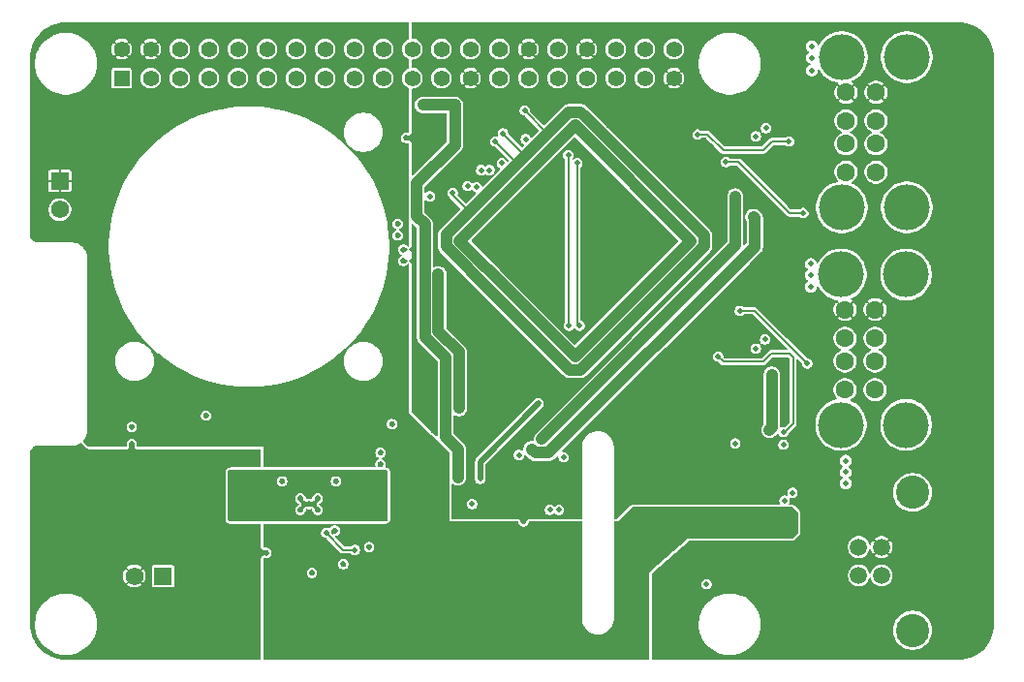
<source format=gbr>
%TF.GenerationSoftware,KiCad,Pcbnew,9.0.3*%
%TF.CreationDate,2025-07-26T10:45:52-05:00*%
%TF.ProjectId,1026 RPi Power Hat,31303236-2052-4506-9920-506f77657220,1.0.0*%
%TF.SameCoordinates,PX5f5e100PY8f0d180*%
%TF.FileFunction,Copper,L3,Inr*%
%TF.FilePolarity,Positive*%
%FSLAX46Y46*%
G04 Gerber Fmt 4.6, Leading zero omitted, Abs format (unit mm)*
G04 Created by KiCad (PCBNEW 9.0.3) date 2025-07-26 10:45:52*
%MOMM*%
%LPD*%
G01*
G04 APERTURE LIST*
%TA.AperFunction,ComponentPad*%
%ADD10C,1.600000*%
%TD*%
%TA.AperFunction,ComponentPad*%
%ADD11C,4.000000*%
%TD*%
%TA.AperFunction,ComponentPad*%
%ADD12C,1.500000*%
%TD*%
%TA.AperFunction,ComponentPad*%
%ADD13C,2.900000*%
%TD*%
%TA.AperFunction,ComponentPad*%
%ADD14R,1.575000X1.575000*%
%TD*%
%TA.AperFunction,ComponentPad*%
%ADD15C,1.575000*%
%TD*%
%TA.AperFunction,ComponentPad*%
%ADD16R,1.390000X1.390000*%
%TD*%
%TA.AperFunction,ComponentPad*%
%ADD17C,1.390000*%
%TD*%
%TA.AperFunction,ViaPad*%
%ADD18C,0.508000*%
%TD*%
%TA.AperFunction,ViaPad*%
%ADD19C,0.609600*%
%TD*%
%TA.AperFunction,ViaPad*%
%ADD20C,1.016000*%
%TD*%
%TA.AperFunction,Conductor*%
%ADD21C,0.203200*%
%TD*%
%TA.AperFunction,Conductor*%
%ADD22C,1.016000*%
%TD*%
%TA.AperFunction,Conductor*%
%ADD23C,0.152400*%
%TD*%
%TA.AperFunction,Conductor*%
%ADD24C,0.508000*%
%TD*%
G04 APERTURE END LIST*
D10*
%TO.N,/USB ESD Protection/USB_VBUS_D3*%
%TO.C,J6*%
X71670000Y43000000D03*
%TO.N,/USB ESD Protection/USB_VBUS_D4*%
X74290000Y43000000D03*
%TO.N,/USB ESD Protection/USB_DS3_UF-*%
X71670000Y45500000D03*
%TO.N,/USB ESD Protection/USB_DS4_UF-*%
X74290000Y45500000D03*
%TO.N,/USB ESD Protection/USB_DS3_UF+*%
X71670000Y47500000D03*
%TO.N,/USB ESD Protection/USB_DS4_UF+*%
X74290000Y47500000D03*
%TO.N,GND*%
X71670000Y50000000D03*
X74290000Y50000000D03*
D11*
%TO.N,GNDCHASS*%
X77000000Y39930000D03*
X77000000Y53070000D03*
X71320000Y39930000D03*
X71320000Y53070000D03*
%TD*%
D12*
%TO.N,/USB Hub/USB_Vbus*%
%TO.C,J4*%
X72790000Y10250000D03*
%TO.N,/USB ESD Protection/USB_UP_UF-*%
X72790000Y7750000D03*
%TO.N,/USB ESD Protection/USB_UP_UF+*%
X74790000Y7750000D03*
%TO.N,GND*%
X74790000Y10250000D03*
D13*
%TO.N,GNDCHASS*%
X77500000Y2980000D03*
X77500000Y15020000D03*
%TD*%
D10*
%TO.N,/USB ESD Protection/USB_VBUS_D1*%
%TO.C,J5*%
X71595300Y24000000D03*
%TO.N,/USB ESD Protection/USB_VBUS_D2*%
X74215300Y24000000D03*
%TO.N,/USB ESD Protection/USB_DS1_UF-*%
X71595300Y26500000D03*
%TO.N,/USB ESD Protection/USB_DS2_UF-*%
X74215300Y26500000D03*
%TO.N,/USB ESD Protection/USB_DS1_UF+*%
X71595300Y28500000D03*
%TO.N,/USB ESD Protection/USB_DS2_UF+*%
X74215300Y28500000D03*
%TO.N,GND*%
X71595300Y31000000D03*
X74215300Y31000000D03*
D11*
%TO.N,GNDCHASS*%
X76925300Y20930000D03*
X76925300Y34070000D03*
X71245300Y20930000D03*
X71245300Y34070000D03*
%TD*%
D14*
%TO.N,/5V Regulator/5V*%
%TO.C,J2*%
X2975000Y42250000D03*
D15*
%TO.N,GND*%
X2975000Y39750000D03*
%TD*%
D14*
%TO.N,/Power Input/Vin*%
%TO.C,J1*%
X11987500Y7719250D03*
D15*
%TO.N,GND*%
X9487500Y7719250D03*
%TD*%
D16*
%TO.N,unconnected-(J3-Pad01)*%
%TO.C,J3*%
X8370000Y51230000D03*
D17*
%TO.N,/5V Regulator/5V*%
X8370000Y53770000D03*
%TO.N,unconnected-(J3-Pad03)*%
X10910000Y51230000D03*
%TO.N,/5V Regulator/5V*%
X10910000Y53770000D03*
%TO.N,unconnected-(J3-Pad05)*%
X13450000Y51230000D03*
%TO.N,GND*%
X13450000Y53770000D03*
%TO.N,unconnected-(J3-Pad07)*%
X15990000Y51230000D03*
%TO.N,unconnected-(J3-Pad08)*%
X15990000Y53770000D03*
%TO.N,GND*%
X18530000Y51230000D03*
%TO.N,unconnected-(J3-Pad10)*%
X18530000Y53770000D03*
%TO.N,unconnected-(J3-Pad11)*%
X21070000Y51230000D03*
%TO.N,unconnected-(J3-Pad12)*%
X21070000Y53770000D03*
%TO.N,unconnected-(J3-Pad13)*%
X23610000Y51230000D03*
%TO.N,GND*%
X23610000Y53770000D03*
%TO.N,unconnected-(J3-Pad15)*%
X26150000Y51230000D03*
%TO.N,unconnected-(J3-Pad16)*%
X26150000Y53770000D03*
%TO.N,unconnected-(J3-Pad17)*%
X28690000Y51230000D03*
%TO.N,unconnected-(J3-Pad18)*%
X28690000Y53770000D03*
%TO.N,unconnected-(J3-Pad19)*%
X31230000Y51230000D03*
%TO.N,GND*%
X31230000Y53770000D03*
%TO.N,unconnected-(J3-Pad21)*%
X33770000Y51230000D03*
%TO.N,unconnected-(J3-Pad22)*%
X33770000Y53770000D03*
%TO.N,unconnected-(J3-Pad23)*%
X36310000Y51230000D03*
%TO.N,unconnected-(J3-Pad24)*%
X36310000Y53770000D03*
%TO.N,GND*%
X38850000Y51230000D03*
%TO.N,unconnected-(J3-Pad26)*%
X38850000Y53770000D03*
%TO.N,/Fan / Header / GPIO / EEPROM/I2C_SD*%
X41390000Y51230000D03*
%TO.N,/Fan / Header / GPIO / EEPROM/I2C_SC*%
X41390000Y53770000D03*
%TO.N,unconnected-(J3-Pad29)*%
X43930000Y51230000D03*
%TO.N,GND*%
X43930000Y53770000D03*
%TO.N,unconnected-(J3-Pad31)*%
X46470000Y51230000D03*
%TO.N,unconnected-(J3-Pad32)*%
X46470000Y53770000D03*
%TO.N,unconnected-(J3-Pad33)*%
X49010000Y51230000D03*
%TO.N,GND*%
X49010000Y53770000D03*
%TO.N,unconnected-(J3-Pad35)*%
X51550000Y51230000D03*
%TO.N,unconnected-(J3-Pad36)*%
X51550000Y53770000D03*
%TO.N,unconnected-(J3-Pad37)*%
X54090000Y51230000D03*
%TO.N,unconnected-(J3-Pad38)*%
X54090000Y53770000D03*
%TO.N,GND*%
X56630000Y51230000D03*
%TO.N,unconnected-(J3-Pad40)*%
X56630000Y53770000D03*
%TD*%
D18*
%TO.N,/5V Regulator/24V*%
X30250000Y14500000D03*
X18200000Y14500000D03*
X19800000Y14500000D03*
X19000000Y14500000D03*
X29500000Y14500000D03*
X31000000Y14500000D03*
D19*
%TO.N,/5V Regulator/5V*%
X23000000Y7250000D03*
D20*
X64080000Y12580000D03*
D18*
X20750000Y22250000D03*
X24000000Y22000000D03*
X20750000Y19750000D03*
X24750000Y22000000D03*
X28000000Y22250000D03*
X30250000Y22250000D03*
X30250000Y19750000D03*
X28750000Y22250000D03*
X23250000Y22000000D03*
D20*
X44700000Y11500000D03*
D18*
X28750000Y19750000D03*
X25500000Y22000000D03*
X21500000Y19750000D03*
X26250000Y22000000D03*
X29500000Y19750000D03*
X29500000Y22250000D03*
D19*
X25750000Y6000000D03*
D18*
X20000000Y22250000D03*
X19250000Y19750000D03*
X21500000Y22250000D03*
X19250000Y22250000D03*
X20000000Y19750000D03*
X28000000Y19750000D03*
%TO.N,/5V Regulator/Pgood*%
X26250000Y11500000D03*
X28750000Y10000000D03*
%TO.N,GND*%
X69500000Y11250000D03*
X35600000Y20500000D03*
X11000000Y11750000D03*
X68700000Y15800000D03*
X22400000Y16000000D03*
X37400000Y29300000D03*
X60993442Y32245869D03*
X24000000Y14500000D03*
X9250000Y20750000D03*
X66100000Y53000000D03*
X41500000Y37000000D03*
X42500000Y17250000D03*
X56500000Y23000000D03*
X54250000Y37000000D03*
X66100000Y54000000D03*
X47750000Y15750000D03*
X37000000Y32750000D03*
X42500000Y15250000D03*
X66500000Y25750000D03*
X15750000Y21750000D03*
X66100000Y35000000D03*
X63400000Y24250000D03*
X36000000Y46250000D03*
X64200000Y27000000D03*
X30000000Y10250000D03*
X39750000Y30000000D03*
X16250000Y6000000D03*
X60750000Y37750000D03*
X31000000Y17500000D03*
X62500000Y42900000D03*
X25500000Y13500000D03*
X45750000Y22250000D03*
X45500000Y47750000D03*
X25000000Y8000000D03*
X39250000Y32000000D03*
X35700000Y24700000D03*
X64200000Y47400000D03*
X66100000Y51900000D03*
X68700000Y17800000D03*
X24000000Y13500000D03*
X58700000Y28000000D03*
X66505600Y26600000D03*
X42250000Y29500000D03*
X62250000Y14750000D03*
X27100000Y16000000D03*
X68700000Y16800000D03*
X18750000Y18500000D03*
X32500000Y37500000D03*
X64200000Y45500000D03*
X33250000Y46000000D03*
X33000000Y36250000D03*
X59854557Y45245443D03*
X25500000Y14500000D03*
X35000000Y45250000D03*
X62250000Y16250000D03*
X66100000Y33000000D03*
X56000000Y37750000D03*
X18750000Y6000000D03*
X64200000Y29000000D03*
X66250000Y37500000D03*
X31000000Y18500000D03*
X66600000Y44900000D03*
X56500000Y26500000D03*
X21000000Y9750000D03*
X57900000Y29100000D03*
X57297284Y47646113D03*
X27000000Y11700000D03*
X49000000Y42250000D03*
X62250000Y18500000D03*
X56500000Y19750000D03*
X67500000Y40000000D03*
X33000000Y35250000D03*
X24750000Y14000000D03*
X37750000Y15250000D03*
X27750000Y8750000D03*
X32000000Y21000000D03*
X58800000Y9000000D03*
X49250000Y29500000D03*
X9250000Y19250000D03*
X53000000Y45500000D03*
X44000000Y26750000D03*
X56300000Y42800000D03*
X17500000Y6000000D03*
X32500000Y38500000D03*
X60700000Y29200000D03*
X18750000Y17500000D03*
X5500000Y17500000D03*
X43500000Y12500000D03*
X41100000Y44400000D03*
X66100000Y34000000D03*
X66250000Y21000000D03*
%TO.N,/Linear Regulators/1V1*%
X36050000Y34100000D03*
X37850000Y23200000D03*
X37850000Y22400000D03*
X36050000Y33300000D03*
%TO.N,GNDCHASS*%
X71650000Y15800000D03*
X68600000Y35000000D03*
X71650000Y16800000D03*
X68600000Y33000000D03*
X68700000Y54000000D03*
X68700000Y53000000D03*
X68600000Y34000000D03*
X68700000Y51900000D03*
X71650000Y17800000D03*
%TO.N,/USB Hub/3V3_Filt*%
X37475000Y38325000D03*
X40823109Y32423109D03*
X44450000Y28850000D03*
X56550000Y33800000D03*
X37300000Y41200000D03*
X38725000Y39575000D03*
X41700000Y46400000D03*
X43600000Y48400000D03*
X44400000Y45200000D03*
X48876891Y47876891D03*
X38100000Y39000000D03*
X50326891Y46426891D03*
X41000000Y45700000D03*
%TO.N,/USB Hub/1V1_Filt*%
X54650000Y33550000D03*
X39000000Y36300000D03*
X37900000Y37000000D03*
X51850000Y43250000D03*
X43100000Y31800000D03*
X50750000Y44350000D03*
X39600000Y35300000D03*
X41000000Y33900000D03*
X54300000Y40800000D03*
X51812563Y30712563D03*
%TO.N,/USB Hub/USB_Vbus*%
X59500000Y7000000D03*
X39000000Y14000000D03*
X35300000Y40900000D03*
%TO.N,/USB ESD Protection/USB_VBUS_D2*%
X68300000Y26300000D03*
X62398523Y30902808D03*
%TO.N,/USB ESD Protection/USB_VBUS_D1*%
X66199329Y20290605D03*
X60500000Y26900000D03*
%TO.N,/USB ESD Protection/USB_VBUS_D4*%
X66700000Y45700000D03*
X58697223Y46302208D03*
%TO.N,/USB ESD Protection/USB_VBUS_D3*%
X61197223Y43902208D03*
X67944285Y39444644D03*
%TO.N,/USB Hub/USB_BATEN1*%
X66300000Y14300000D03*
X41600000Y43800000D03*
%TO.N,/USB Hub/USB_BATEN2*%
X43700000Y45900000D03*
X67000000Y15000000D03*
%TO.N,/USB Hub/USB_BATEN3*%
X47400000Y44500000D03*
X47482600Y29600000D03*
X45800000Y13500000D03*
%TO.N,/USB Hub/USB_BATEN4*%
X48400000Y29600000D03*
X46600000Y13500000D03*
X48200000Y43800000D03*
%TO.N,/USB Hub/USB_OVCR2*%
X66200000Y19200000D03*
X38601903Y41801903D03*
%TO.N,/USB Hub/USB_OVCR1*%
X62000000Y19300000D03*
X39405457Y41705457D03*
%TO.N,/USB Hub/USB_OVCR3*%
X43100000Y18300000D03*
X39800000Y43200000D03*
%TO.N,/USB Hub/USB_OVCR4*%
X47000000Y18100000D03*
X40516400Y43200000D03*
%TO.N,/Fan / Header / GPIO / EEPROM/3V3*%
X36400000Y48900000D03*
X37750000Y17000000D03*
X37750000Y16250000D03*
X34150000Y39200000D03*
X34150000Y40000000D03*
X44800000Y22800000D03*
X34700000Y48900000D03*
X39700000Y16250000D03*
X39700000Y17000000D03*
X37500000Y45400000D03*
D20*
%TO.N,/USB Power Control/USB_VBUS_D2_UF*%
X65205000Y25320000D03*
X65000000Y20500000D03*
%TO.N,/USB Power Control/USB_VBUS_D4_UF*%
X62000000Y40900000D03*
X45100000Y19700000D03*
%TO.N,/USB Power Control/USB_VBUS_D3_UF*%
X44200000Y18800000D03*
X63600000Y39100000D03*
D18*
%TO.N,/USB ESD Protection/USB_DS1_UF+*%
X63800000Y27600000D03*
X64600000Y28400000D03*
%TO.N,/USB ESD Protection/USB_DS3_UF+*%
X63800000Y46144400D03*
X64683177Y46855600D03*
%TD*%
D21*
%TO.N,/5V Regulator/Pgood*%
X26250000Y11500000D02*
X27750000Y10000000D01*
X27750000Y10000000D02*
X28750000Y10000000D01*
D22*
%TO.N,/Linear Regulators/1V1*%
X36050000Y29100000D02*
X37850000Y27300000D01*
X37850000Y27300000D02*
X37850000Y22400000D01*
X36050000Y34100000D02*
X36050000Y29100000D01*
%TO.N,/USB Hub/3V3_Filt*%
X47515618Y25730600D02*
X40823109Y32423109D01*
D21*
X41700000Y46400000D02*
X43650000Y44450000D01*
X37300000Y41000000D02*
X38725000Y39575000D01*
X37300000Y41200000D02*
X37300000Y41000000D01*
D22*
X38225000Y39025000D02*
X38650000Y39450000D01*
X48484382Y48269400D02*
X48876891Y47876891D01*
X36730600Y37530600D02*
X38225000Y39025000D01*
X36730600Y36515618D02*
X36730600Y37530600D01*
X59269400Y36515618D02*
X48484382Y25730600D01*
X48876891Y47876891D02*
X50326891Y46426891D01*
X48484382Y25730600D02*
X47515618Y25730600D01*
X40823109Y32423109D02*
X36730600Y36515618D01*
X47469400Y48269400D02*
X48484382Y48269400D01*
X39075000Y39875000D02*
X39475000Y40275000D01*
X50326891Y46426891D02*
X59269400Y37484382D01*
D21*
X42900000Y43800000D02*
X43000000Y43800000D01*
D22*
X43000000Y43800000D02*
X43650000Y44450000D01*
D21*
X41000000Y45700000D02*
X42900000Y43800000D01*
X43600000Y48400000D02*
X45600000Y46400000D01*
D22*
X59269400Y37484382D02*
X59269400Y36515618D01*
X39475000Y40275000D02*
X43000000Y43800000D01*
X45600000Y46400000D02*
X47469400Y48269400D01*
X43650000Y44450000D02*
X45600000Y46400000D01*
X38650000Y39450000D02*
X39075000Y39875000D01*
%TO.N,/USB Hub/1V1_Filt*%
X39100000Y35800000D02*
X39600000Y35300000D01*
X38400000Y36500000D02*
X39100000Y35800000D01*
X58100000Y37000000D02*
X48000000Y47100000D01*
X37900000Y37000000D02*
X38400000Y36500000D01*
X39600000Y35300000D02*
X41000000Y33900000D01*
X41000000Y33900000D02*
X48000000Y26900000D01*
X48000000Y47100000D02*
X37900000Y37000000D01*
X48000000Y26900000D02*
X58100000Y37000000D01*
D21*
%TO.N,/USB ESD Protection/USB_VBUS_D2*%
X68300000Y26300000D02*
X63697192Y30902808D01*
X63697192Y30902808D02*
X62398523Y30902808D01*
%TO.N,/USB ESD Protection/USB_VBUS_D1*%
X66737477Y27159800D02*
X65151477Y27159800D01*
X64431877Y26440200D02*
X60959800Y26440200D01*
X65151477Y27159800D02*
X64431877Y26440200D01*
X67065400Y21023723D02*
X67065400Y26831877D01*
X67065400Y26831877D02*
X66737477Y27159800D01*
X66199329Y20290605D02*
X66332282Y20290605D01*
X60959800Y26440200D02*
X60500000Y26900000D01*
X66332282Y20290605D02*
X67065400Y21023723D01*
%TO.N,/USB ESD Protection/USB_VBUS_D4*%
X59589469Y46302208D02*
X58697223Y46302208D01*
X64431877Y44940200D02*
X60951477Y44940200D01*
X60951477Y44940200D02*
X59589469Y46302208D01*
X66700000Y45700000D02*
X65191677Y45700000D01*
X65191677Y45700000D02*
X64431877Y44940200D01*
%TO.N,/USB ESD Protection/USB_VBUS_D3*%
X66759800Y39440200D02*
X62297792Y43902208D01*
X67939841Y39440200D02*
X66759800Y39440200D01*
X62297792Y43902208D02*
X61197223Y43902208D01*
X67944285Y39444644D02*
X67939841Y39440200D01*
D23*
%TO.N,/USB Hub/USB_BATEN3*%
X47400000Y29682600D02*
X47482600Y29600000D01*
X47400000Y44500000D02*
X47400000Y29682600D01*
%TO.N,/USB Hub/USB_BATEN4*%
X48200000Y29800000D02*
X48400000Y29600000D01*
X48200000Y43800000D02*
X48200000Y29800000D01*
D22*
%TO.N,/Fan / Header / GPIO / EEPROM/3V3*%
X34150000Y39200000D02*
X34150000Y40000000D01*
D24*
X44800000Y22800000D02*
X39700000Y17700000D01*
D22*
X36680600Y26815619D02*
X34880600Y28615619D01*
D24*
X39700000Y16900000D02*
X39700000Y16300000D01*
D22*
X37500000Y45400000D02*
X37500000Y48900000D01*
X34880600Y38469400D02*
X34150000Y39200000D01*
D24*
X39700000Y16300000D02*
X39700000Y16200000D01*
D22*
X34880600Y28615619D02*
X34880600Y38469400D01*
X36680600Y19869400D02*
X36680600Y26815619D01*
D24*
X39700000Y17700000D02*
X39700000Y16900000D01*
D22*
X37750000Y18800000D02*
X36680600Y19869400D01*
X34150000Y42050000D02*
X37500000Y45400000D01*
X37750000Y16350000D02*
X37750000Y18800000D01*
X37500000Y48900000D02*
X34700000Y48900000D01*
X34150000Y39850000D02*
X34150000Y42050000D01*
%TO.N,/USB Power Control/USB_VBUS_D2_UF*%
X65205000Y20705000D02*
X65000000Y20500000D01*
X65205000Y25320000D02*
X65205000Y20705000D01*
%TO.N,/USB Power Control/USB_VBUS_D4_UF*%
X45100000Y19700000D02*
X62000000Y36600000D01*
X62000000Y36600000D02*
X62000000Y40900000D01*
%TO.N,/USB Power Control/USB_VBUS_D3_UF*%
X44520200Y18479800D02*
X44200000Y18800000D01*
X63600000Y39100000D02*
X63707809Y38992191D01*
X63707809Y38992191D02*
X63707809Y36507809D01*
X45679800Y18479800D02*
X44520200Y18479800D01*
X63707809Y36507809D02*
X45679800Y18479800D01*
%TD*%
%TA.AperFunction,Conductor*%
%TO.N,GND*%
G36*
X9292339Y19496439D02*
G01*
X9336547Y19484594D01*
X9354683Y19477081D01*
X9394319Y19454197D01*
X9409894Y19442246D01*
X9442248Y19409891D01*
X9454198Y19394317D01*
X9477081Y19354682D01*
X9484593Y19336547D01*
X9496437Y19292349D01*
X9499000Y19272884D01*
X9499000Y19227123D01*
X9496438Y19207659D01*
X9480633Y19148679D01*
X9473721Y19103764D01*
X9473721Y19103763D01*
X9472302Y19071276D01*
X9472302Y19071243D01*
X9472686Y19046547D01*
X9500063Y18957794D01*
X9500064Y18957790D01*
X9525783Y18913244D01*
X9555893Y18873492D01*
X9557123Y18871869D01*
X9635146Y18821478D01*
X9635149Y18821477D01*
X9683483Y18803885D01*
X9754861Y18791300D01*
X20466100Y18791300D01*
X20514438Y18773707D01*
X20540158Y18729158D01*
X20541300Y18716100D01*
X20541300Y17283900D01*
X20523707Y17235562D01*
X20479158Y17209842D01*
X20466100Y17208700D01*
X17860607Y17208700D01*
X17860599Y17208700D01*
X17860572Y17208699D01*
X17840181Y17207697D01*
X17840148Y17207695D01*
X17836613Y17207347D01*
X17825479Y17206250D01*
X17825472Y17206250D01*
X17825472Y17206249D01*
X17825436Y17206245D01*
X17805241Y17203249D01*
X17805224Y17203246D01*
X17749409Y17192145D01*
X17749386Y17192140D01*
X17710247Y17180267D01*
X17683132Y17169036D01*
X17683130Y17169035D01*
X17647065Y17149757D01*
X17647061Y17149754D01*
X17606003Y17122321D01*
X17574374Y17096365D01*
X17553635Y17075626D01*
X17527683Y17044002D01*
X17500247Y17002941D01*
X17500246Y17002939D01*
X17480958Y16966853D01*
X17480955Y16966846D01*
X17469738Y16939763D01*
X17469733Y16939749D01*
X17457859Y16900605D01*
X17446751Y16844764D01*
X17443755Y16824557D01*
X17443749Y16824513D01*
X17442305Y16809854D01*
X17442303Y16809820D01*
X17441301Y16789429D01*
X17441300Y16789385D01*
X17441300Y12710616D01*
X17441301Y12710573D01*
X17442303Y12690182D01*
X17442305Y12690148D01*
X17443751Y12675467D01*
X17446751Y12655243D01*
X17446753Y12655230D01*
X17457859Y12599397D01*
X17469730Y12560260D01*
X17469732Y12560255D01*
X17469733Y12560252D01*
X17480961Y12533143D01*
X17500249Y12497056D01*
X17527677Y12456007D01*
X17527678Y12456006D01*
X17527686Y12455996D01*
X17553623Y12424391D01*
X17553640Y12424372D01*
X17574370Y12403642D01*
X17574389Y12403625D01*
X17584514Y12395316D01*
X17606006Y12377678D01*
X17647055Y12350250D01*
X17683139Y12330963D01*
X17710247Y12319735D01*
X17749393Y12307860D01*
X17805219Y12296755D01*
X17805238Y12296753D01*
X17805245Y12296751D01*
X17809669Y12296095D01*
X17825479Y12293750D01*
X17840150Y12292305D01*
X17860607Y12291300D01*
X20466100Y12291300D01*
X20514438Y12273707D01*
X20540158Y12229158D01*
X20541300Y12216100D01*
X20541300Y10254857D01*
X20546244Y10209706D01*
X20546249Y10209677D01*
X20553288Y10177925D01*
X20553291Y10177913D01*
X20560058Y10154151D01*
X20560059Y10154148D01*
X20609473Y10075506D01*
X20645832Y10039147D01*
X20645840Y10039140D01*
X20645846Y10039134D01*
X20676371Y10015407D01*
X20686820Y10007285D01*
X20686821Y10007284D01*
X20775227Y9978801D01*
X20826471Y9974317D01*
X20898679Y9980634D01*
X20957660Y9996439D01*
X20977122Y9999000D01*
X21022879Y9999000D01*
X21042339Y9996439D01*
X21086547Y9984594D01*
X21104683Y9977081D01*
X21144319Y9954197D01*
X21159894Y9942246D01*
X21192248Y9909891D01*
X21204198Y9894317D01*
X21227081Y9854682D01*
X21234593Y9836547D01*
X21244790Y9798493D01*
X21246437Y9792349D01*
X21249000Y9772884D01*
X21249000Y9727118D01*
X21246437Y9707653D01*
X21234593Y9663455D01*
X21227081Y9645321D01*
X21204197Y9605684D01*
X21192246Y9590109D01*
X21159891Y9557754D01*
X21144316Y9545803D01*
X21104679Y9522919D01*
X21086546Y9515407D01*
X21072457Y9511632D01*
X21042345Y9503563D01*
X21022884Y9501000D01*
X20977119Y9501000D01*
X20957655Y9503563D01*
X20898690Y9519364D01*
X20898674Y9519368D01*
X20853761Y9526280D01*
X20821258Y9527699D01*
X20821249Y9527699D01*
X20821246Y9527699D01*
X20798446Y9527345D01*
X20796546Y9527315D01*
X20707793Y9499938D01*
X20707789Y9499937D01*
X20663243Y9474218D01*
X20621870Y9442880D01*
X20571476Y9364852D01*
X20553884Y9316518D01*
X20541300Y9245140D01*
X20541300Y456700D01*
X20523707Y408362D01*
X20479158Y382642D01*
X20466100Y381500D01*
X3501971Y381500D01*
X3498035Y381603D01*
X3177961Y398377D01*
X3170133Y399200D01*
X2855523Y449030D01*
X2847824Y450666D01*
X2540132Y533112D01*
X2532646Y535545D01*
X2235276Y649694D01*
X2228085Y652895D01*
X1944260Y797512D01*
X1937443Y801448D01*
X1670294Y974937D01*
X1663926Y979564D01*
X1416375Y1180026D01*
X1410526Y1185293D01*
X1185292Y1410527D01*
X1180025Y1416376D01*
X979563Y1663927D01*
X974936Y1670295D01*
X801447Y1937444D01*
X797511Y1944261D01*
X753317Y2030997D01*
X652891Y2228093D01*
X649693Y2235277D01*
X561533Y2464942D01*
X535543Y2532650D01*
X533111Y2540133D01*
X450662Y2847839D01*
X449032Y2855510D01*
X399197Y3170149D01*
X398377Y3177949D01*
X383053Y3470355D01*
X381603Y3498036D01*
X381500Y3501971D01*
X381500Y3651657D01*
X799500Y3651657D01*
X799500Y3348343D01*
X816839Y3194447D01*
X828414Y3091717D01*
X833460Y3046937D01*
X900954Y2751228D01*
X1001132Y2464935D01*
X1132735Y2191659D01*
X1294108Y1934836D01*
X1294111Y1934832D01*
X1483223Y1697693D01*
X1697692Y1483224D01*
X1697696Y1483221D01*
X1934836Y1294108D01*
X2191659Y1132735D01*
X2464935Y1001132D01*
X2751228Y900954D01*
X3046937Y833460D01*
X3348343Y799500D01*
X3348345Y799500D01*
X3651655Y799500D01*
X3651657Y799500D01*
X3953063Y833460D01*
X4248772Y900954D01*
X4535065Y1001132D01*
X4808341Y1132735D01*
X5065164Y1294108D01*
X5302304Y1483221D01*
X5516779Y1697696D01*
X5705892Y1934836D01*
X5867265Y2191659D01*
X5998868Y2464935D01*
X6099046Y2751228D01*
X6166540Y3046937D01*
X6200500Y3348343D01*
X6200500Y3651657D01*
X6166540Y3953063D01*
X6099046Y4248772D01*
X5998868Y4535065D01*
X5867265Y4808341D01*
X5705892Y5065164D01*
X5516779Y5302304D01*
X5516776Y5302308D01*
X5302307Y5516777D01*
X5065168Y5705889D01*
X5065166Y5705890D01*
X5065164Y5705892D01*
X4808341Y5867265D01*
X4535065Y5998868D01*
X4248772Y6099046D01*
X3953063Y6166540D01*
X3953059Y6166541D01*
X3953057Y6166541D01*
X3775298Y6186570D01*
X3651657Y6200500D01*
X3348343Y6200500D01*
X3245745Y6188941D01*
X3046942Y6166541D01*
X3046938Y6166541D01*
X3046937Y6166540D01*
X2751228Y6099046D01*
X2751224Y6099045D01*
X2751223Y6099045D01*
X2498485Y6010608D01*
X2464935Y5998868D01*
X2464931Y5998866D01*
X2191661Y5867266D01*
X1934831Y5705889D01*
X1697692Y5516777D01*
X1483223Y5302308D01*
X1294111Y5065169D01*
X1132734Y4808339D01*
X1001134Y4535069D01*
X1001130Y4535059D01*
X900955Y4248777D01*
X900955Y4248776D01*
X900954Y4248772D01*
X833460Y3953063D01*
X799500Y3651657D01*
X381500Y3651657D01*
X381500Y7816826D01*
X8496800Y7816826D01*
X8496800Y7621675D01*
X8534872Y7430271D01*
X8534873Y7430270D01*
X8609552Y7249979D01*
X8717975Y7087713D01*
X8717977Y7087710D01*
X8733086Y7072601D01*
X8733088Y7072601D01*
X9063729Y7403243D01*
X9067396Y7396893D01*
X9165143Y7299146D01*
X9171491Y7295481D01*
X8840850Y6964839D01*
X8840850Y6964837D01*
X8855959Y6949728D01*
X8855962Y6949726D01*
X9018228Y6841303D01*
X9198519Y6766624D01*
X9198520Y6766623D01*
X9389924Y6728550D01*
X9585076Y6728550D01*
X9776479Y6766623D01*
X9776480Y6766624D01*
X9956771Y6841303D01*
X10119035Y6949724D01*
X10134148Y6964838D01*
X10134148Y6964839D01*
X9803507Y7295481D01*
X9809857Y7299146D01*
X9907604Y7396893D01*
X9911270Y7403243D01*
X10241911Y7072602D01*
X10241912Y7072602D01*
X10257026Y7087715D01*
X10365447Y7249979D01*
X10440126Y7430270D01*
X10440127Y7430271D01*
X10478200Y7621675D01*
X10478200Y7816826D01*
X10440127Y8008230D01*
X10440126Y8008231D01*
X10365447Y8188522D01*
X10257024Y8350788D01*
X10257022Y8350791D01*
X10241913Y8365900D01*
X10241911Y8365900D01*
X9911269Y8035259D01*
X9907604Y8041607D01*
X9809857Y8139354D01*
X9803507Y8143021D01*
X10134149Y8473662D01*
X10134149Y8473664D01*
X10119040Y8488773D01*
X10119037Y8488775D01*
X10062106Y8526815D01*
X10996300Y8526815D01*
X10996300Y6911686D01*
X11008119Y6852271D01*
X11008120Y6852267D01*
X11053139Y6784890D01*
X11120516Y6739871D01*
X11120517Y6739871D01*
X11120520Y6739869D01*
X11179936Y6728050D01*
X12795064Y6728050D01*
X12854480Y6739869D01*
X12921860Y6784890D01*
X12966881Y6852270D01*
X12978700Y6911686D01*
X12978700Y8526814D01*
X12966881Y8586230D01*
X12966879Y8586233D01*
X12966879Y8586234D01*
X12921860Y8653611D01*
X12854483Y8698630D01*
X12854480Y8698631D01*
X12795064Y8710450D01*
X11179936Y8710450D01*
X11120520Y8698631D01*
X11120516Y8698630D01*
X11053139Y8653611D01*
X11008120Y8586234D01*
X11008119Y8586230D01*
X10996300Y8526815D01*
X10062106Y8526815D01*
X9956771Y8597198D01*
X9776480Y8671877D01*
X9776479Y8671878D01*
X9585076Y8709950D01*
X9389924Y8709950D01*
X9198520Y8671878D01*
X9198519Y8671877D01*
X9018224Y8597196D01*
X8855966Y8488779D01*
X8840850Y8473663D01*
X8840849Y8473663D01*
X9171492Y8143020D01*
X9165143Y8139354D01*
X9067396Y8041607D01*
X9063730Y8035258D01*
X8733087Y8365901D01*
X8733087Y8365900D01*
X8717971Y8350784D01*
X8609554Y8188526D01*
X8534873Y8008231D01*
X8534872Y8008230D01*
X8496800Y7816826D01*
X381500Y7816826D01*
X381500Y18495779D01*
X381973Y18504199D01*
X386271Y18542343D01*
X396058Y18629214D01*
X399803Y18645622D01*
X439954Y18760366D01*
X447253Y18775523D01*
X511934Y18878463D01*
X522427Y18891619D01*
X608381Y18977573D01*
X621537Y18988066D01*
X724477Y19052747D01*
X739634Y19060046D01*
X854378Y19100197D01*
X870788Y19103942D01*
X964321Y19114480D01*
X995803Y19118027D01*
X1004222Y19118500D01*
X4108722Y19118500D01*
X4108726Y19118500D01*
X4323502Y19152517D01*
X4530312Y19219714D01*
X4724064Y19318435D01*
X4768376Y19350631D01*
X4817822Y19364810D01*
X4864815Y19343888D01*
X4874132Y19332991D01*
X4881982Y19321805D01*
X4882111Y19321622D01*
X5287683Y18916873D01*
X5302851Y18903151D01*
X5311763Y18895850D01*
X5314234Y18893826D01*
X5330664Y18881661D01*
X5330677Y18881652D01*
X5377969Y18850104D01*
X5414014Y18830866D01*
X5429788Y18824341D01*
X5441095Y18819664D01*
X5441099Y18819663D01*
X5480196Y18807819D01*
X5480201Y18807818D01*
X5488051Y18806259D01*
X5535964Y18796741D01*
X5556200Y18793743D01*
X5556221Y18793741D01*
X5556229Y18793740D01*
X5560225Y18793348D01*
X5570852Y18792302D01*
X5591279Y18791300D01*
X5591293Y18791300D01*
X8745132Y18791300D01*
X8745139Y18791300D01*
X8790312Y18796247D01*
X8822093Y18803293D01*
X8845849Y18810058D01*
X8924493Y18859473D01*
X8960866Y18895846D01*
X8992716Y18936821D01*
X9021199Y19025227D01*
X9025683Y19076471D01*
X9019366Y19148679D01*
X9003562Y19207660D01*
X9001000Y19227123D01*
X9001000Y19272881D01*
X9003562Y19292343D01*
X9010554Y19318437D01*
X9015406Y19336550D01*
X9022919Y19354686D01*
X9045804Y19394324D01*
X9057751Y19409894D01*
X9090106Y19442249D01*
X9105673Y19454195D01*
X9145314Y19477081D01*
X9163450Y19484594D01*
X9207658Y19496438D01*
X9227120Y19499000D01*
X9272879Y19499000D01*
X9292339Y19496439D01*
G37*
%TD.AperFunction*%
%TA.AperFunction,Conductor*%
G36*
X48043133Y46048756D02*
G01*
X48053174Y46040330D01*
X57040329Y37053175D01*
X57062069Y37006555D01*
X57048755Y36956868D01*
X57040329Y36946827D01*
X48053173Y27959671D01*
X48006553Y27937931D01*
X47956866Y27951245D01*
X47946825Y27959671D01*
X41453683Y34452813D01*
X40051068Y35855429D01*
X40051045Y35855450D01*
X39803502Y36102993D01*
X39553683Y36352813D01*
X39428970Y36477526D01*
X39417019Y36493100D01*
X39404208Y36515289D01*
X39366251Y36581034D01*
X39366249Y36581036D01*
X39366247Y36581039D01*
X39281038Y36666248D01*
X39281032Y36666252D01*
X39193099Y36717020D01*
X39177525Y36728971D01*
X38959670Y36946826D01*
X38937930Y36993446D01*
X38951244Y37043133D01*
X38959670Y37053174D01*
X46466753Y44560257D01*
X46942300Y44560257D01*
X46942300Y44439743D01*
X46963094Y44362138D01*
X46973492Y44323334D01*
X47033748Y44218968D01*
X47033752Y44218962D01*
X47098074Y44154640D01*
X47119814Y44108020D01*
X47120100Y44101466D01*
X47120100Y29907681D01*
X47110025Y29870081D01*
X47056092Y29776667D01*
X47035297Y29699060D01*
X47024900Y29660257D01*
X47024900Y29539743D01*
X47034558Y29503700D01*
X47056092Y29423334D01*
X47116348Y29318968D01*
X47116352Y29318962D01*
X47201561Y29233753D01*
X47201564Y29233751D01*
X47201566Y29233749D01*
X47305935Y29173492D01*
X47422343Y29142300D01*
X47422345Y29142300D01*
X47542855Y29142300D01*
X47542857Y29142300D01*
X47659265Y29173492D01*
X47763634Y29233749D01*
X47848851Y29318966D01*
X47876175Y29366294D01*
X47915580Y29399358D01*
X47967020Y29399358D01*
X48006425Y29366293D01*
X48033748Y29318968D01*
X48033752Y29318962D01*
X48118961Y29233753D01*
X48118964Y29233751D01*
X48118966Y29233749D01*
X48223335Y29173492D01*
X48339743Y29142300D01*
X48339745Y29142300D01*
X48460255Y29142300D01*
X48460257Y29142300D01*
X48576665Y29173492D01*
X48681034Y29233749D01*
X48766251Y29318966D01*
X48826508Y29423335D01*
X48857700Y29539743D01*
X48857700Y29660257D01*
X48826508Y29776665D01*
X48766251Y29881034D01*
X48766249Y29881036D01*
X48766247Y29881039D01*
X48681038Y29966248D01*
X48681032Y29966252D01*
X48576663Y30026510D01*
X48535636Y30037503D01*
X48493499Y30067008D01*
X48479900Y30110140D01*
X48479900Y43401466D01*
X48497493Y43449804D01*
X48501926Y43454640D01*
X48566247Y43518962D01*
X48566251Y43518966D01*
X48626508Y43623335D01*
X48657700Y43739743D01*
X48657700Y43860257D01*
X48626508Y43976665D01*
X48566251Y44081034D01*
X48566249Y44081036D01*
X48566247Y44081039D01*
X48481038Y44166248D01*
X48481032Y44166252D01*
X48376666Y44226508D01*
X48337862Y44236906D01*
X48260257Y44257700D01*
X48139743Y44257700D01*
X48081539Y44242104D01*
X48023333Y44226508D01*
X47918967Y44166252D01*
X47918965Y44166251D01*
X47889528Y44136814D01*
X47842907Y44115075D01*
X47793220Y44128389D01*
X47763716Y44170527D01*
X47768200Y44221771D01*
X47771229Y44227589D01*
X47788614Y44257700D01*
X47826508Y44323335D01*
X47857700Y44439743D01*
X47857700Y44560257D01*
X47826508Y44676665D01*
X47766251Y44781034D01*
X47766249Y44781036D01*
X47766247Y44781039D01*
X47681038Y44866248D01*
X47681032Y44866252D01*
X47576666Y44926508D01*
X47537862Y44936906D01*
X47460257Y44957700D01*
X47339743Y44957700D01*
X47281539Y44942104D01*
X47223333Y44926508D01*
X47118967Y44866252D01*
X47118961Y44866248D01*
X47033752Y44781039D01*
X47033748Y44781033D01*
X46973492Y44676667D01*
X46962301Y44634900D01*
X46942300Y44560257D01*
X46466753Y44560257D01*
X47946826Y46040330D01*
X47993446Y46062070D01*
X48043133Y46048756D01*
G37*
%TD.AperFunction*%
%TA.AperFunction,Conductor*%
G36*
X81501964Y56118397D02*
G01*
X81521791Y56117358D01*
X81822051Y56101623D01*
X81829851Y56100803D01*
X82144490Y56050968D01*
X82152161Y56049338D01*
X82459871Y55966888D01*
X82467350Y55964457D01*
X82764730Y55850304D01*
X82771907Y55847109D01*
X83055739Y55702489D01*
X83062556Y55698553D01*
X83329705Y55525064D01*
X83336073Y55520437D01*
X83583624Y55319975D01*
X83589473Y55314708D01*
X83814707Y55089474D01*
X83819974Y55083625D01*
X84020436Y54836074D01*
X84025063Y54829706D01*
X84198552Y54562557D01*
X84202488Y54555740D01*
X84347105Y54271915D01*
X84350306Y54264724D01*
X84464455Y53967354D01*
X84466888Y53959868D01*
X84549334Y53652176D01*
X84550970Y53644477D01*
X84600800Y53329867D01*
X84601623Y53322039D01*
X84618397Y53001966D01*
X84618500Y52998030D01*
X84618500Y3501971D01*
X84618397Y3498035D01*
X84601623Y3177962D01*
X84600800Y3170134D01*
X84550970Y2855524D01*
X84549334Y2847825D01*
X84466888Y2540133D01*
X84464455Y2532647D01*
X84350306Y2235277D01*
X84347105Y2228086D01*
X84202488Y1944261D01*
X84198552Y1937444D01*
X84025063Y1670295D01*
X84020436Y1663927D01*
X83819974Y1416376D01*
X83814707Y1410527D01*
X83589473Y1185293D01*
X83583624Y1180026D01*
X83336073Y979564D01*
X83329705Y974937D01*
X83062556Y801448D01*
X83055739Y797512D01*
X82771914Y652895D01*
X82764723Y649694D01*
X82467353Y535545D01*
X82459867Y533112D01*
X82152175Y450666D01*
X82144476Y449030D01*
X81829866Y399200D01*
X81822038Y398377D01*
X81501965Y381603D01*
X81498029Y381500D01*
X54783900Y381500D01*
X54735562Y399093D01*
X54709842Y443642D01*
X54708700Y456700D01*
X54708700Y3651657D01*
X58799500Y3651657D01*
X58799500Y3348343D01*
X58816839Y3194447D01*
X58828414Y3091717D01*
X58833460Y3046937D01*
X58900954Y2751228D01*
X59001132Y2464935D01*
X59132735Y2191659D01*
X59294108Y1934836D01*
X59294111Y1934832D01*
X59483223Y1697693D01*
X59697692Y1483224D01*
X59697696Y1483221D01*
X59934836Y1294108D01*
X60191659Y1132735D01*
X60464935Y1001132D01*
X60751228Y900954D01*
X61046937Y833460D01*
X61348343Y799500D01*
X61348345Y799500D01*
X61651655Y799500D01*
X61651657Y799500D01*
X61953063Y833460D01*
X62248772Y900954D01*
X62535065Y1001132D01*
X62808341Y1132735D01*
X63065164Y1294108D01*
X63302304Y1483221D01*
X63516779Y1697696D01*
X63705892Y1934836D01*
X63867265Y2191659D01*
X63998868Y2464935D01*
X64099046Y2751228D01*
X64166540Y3046937D01*
X64171225Y3088523D01*
X64171585Y3091719D01*
X75795500Y3091719D01*
X75795500Y2868281D01*
X75824665Y2646755D01*
X75873384Y2464932D01*
X75882496Y2430929D01*
X75882496Y2430928D01*
X75968001Y2224500D01*
X76079720Y2030997D01*
X76146276Y1944261D01*
X76215740Y1853734D01*
X76215745Y1853729D01*
X76215752Y1853721D01*
X76373720Y1695753D01*
X76373728Y1695746D01*
X76373734Y1695740D01*
X76550999Y1559719D01*
X76744501Y1448001D01*
X76950931Y1362495D01*
X77166755Y1304665D01*
X77388281Y1275500D01*
X77388284Y1275500D01*
X77611716Y1275500D01*
X77611719Y1275500D01*
X77833245Y1304665D01*
X78049069Y1362495D01*
X78255499Y1448001D01*
X78449001Y1559719D01*
X78626266Y1695740D01*
X78784260Y1853734D01*
X78920281Y2030999D01*
X79031999Y2224501D01*
X79117505Y2430931D01*
X79175335Y2646755D01*
X79204500Y2868281D01*
X79204500Y3091719D01*
X79175335Y3313245D01*
X79117505Y3529069D01*
X79031999Y3735499D01*
X78920281Y3929001D01*
X78901817Y3953063D01*
X78823712Y4054851D01*
X78784260Y4106266D01*
X78784254Y4106272D01*
X78784247Y4106280D01*
X78626279Y4264248D01*
X78626271Y4264255D01*
X78626266Y4264260D01*
X78562280Y4313359D01*
X78449003Y4400280D01*
X78255500Y4511999D01*
X78049072Y4597504D01*
X78049070Y4597505D01*
X78049069Y4597505D01*
X77833245Y4655335D01*
X77611719Y4684500D01*
X77388281Y4684500D01*
X77166755Y4655335D01*
X77166751Y4655334D01*
X77166750Y4655334D01*
X77029923Y4618671D01*
X76950931Y4597505D01*
X76950929Y4597505D01*
X76950928Y4597504D01*
X76950927Y4597504D01*
X76744499Y4511999D01*
X76550996Y4400280D01*
X76373736Y4264262D01*
X76373720Y4264248D01*
X76215752Y4106280D01*
X76215738Y4106264D01*
X76079720Y3929004D01*
X75968001Y3735501D01*
X75882496Y3529073D01*
X75882496Y3529072D01*
X75882495Y3529069D01*
X75872290Y3490984D01*
X75834070Y3348343D01*
X75824665Y3313245D01*
X75795500Y3091719D01*
X64171585Y3091719D01*
X64172812Y3102601D01*
X64183991Y3201825D01*
X64200500Y3348343D01*
X64200500Y3651657D01*
X64166540Y3953063D01*
X64099046Y4248772D01*
X63998868Y4535065D01*
X63867265Y4808341D01*
X63705892Y5065164D01*
X63516779Y5302304D01*
X63516776Y5302308D01*
X63302307Y5516777D01*
X63065168Y5705889D01*
X63065166Y5705890D01*
X63065164Y5705892D01*
X62808341Y5867265D01*
X62535065Y5998868D01*
X62248772Y6099046D01*
X61953063Y6166540D01*
X61953059Y6166541D01*
X61953057Y6166541D01*
X61775298Y6186570D01*
X61651657Y6200500D01*
X61348343Y6200500D01*
X61245745Y6188941D01*
X61046942Y6166541D01*
X61046938Y6166541D01*
X61046937Y6166540D01*
X60751228Y6099046D01*
X60751224Y6099045D01*
X60751223Y6099045D01*
X60498485Y6010608D01*
X60464935Y5998868D01*
X60464931Y5998866D01*
X60191661Y5867266D01*
X59934831Y5705889D01*
X59697692Y5516777D01*
X59483223Y5302308D01*
X59294111Y5065169D01*
X59132734Y4808339D01*
X59001134Y4535069D01*
X59001130Y4535059D01*
X58900955Y4248777D01*
X58900955Y4248776D01*
X58900954Y4248772D01*
X58833460Y3953063D01*
X58799500Y3651657D01*
X54708700Y3651657D01*
X54708700Y7060257D01*
X59042300Y7060257D01*
X59042300Y6939743D01*
X59049818Y6911686D01*
X59073492Y6823334D01*
X59133748Y6718968D01*
X59133752Y6718962D01*
X59218961Y6633753D01*
X59218964Y6633751D01*
X59218966Y6633749D01*
X59323335Y6573492D01*
X59439743Y6542300D01*
X59439745Y6542300D01*
X59560255Y6542300D01*
X59560257Y6542300D01*
X59676665Y6573492D01*
X59781034Y6633749D01*
X59866251Y6718966D01*
X59926508Y6823335D01*
X59957700Y6939743D01*
X59957700Y7060257D01*
X59926508Y7176665D01*
X59866251Y7281034D01*
X59866249Y7281036D01*
X59866247Y7281039D01*
X59781038Y7366248D01*
X59781032Y7366252D01*
X59676666Y7426508D01*
X59637862Y7436906D01*
X59560257Y7457700D01*
X59439743Y7457700D01*
X59381539Y7442104D01*
X59323333Y7426508D01*
X59218967Y7366252D01*
X59218961Y7366248D01*
X59133752Y7281039D01*
X59133748Y7281033D01*
X59073492Y7176667D01*
X59052697Y7099060D01*
X59042300Y7060257D01*
X54708700Y7060257D01*
X54708700Y7843932D01*
X71836300Y7843932D01*
X71836300Y7656069D01*
X71872950Y7471814D01*
X71872951Y7471813D01*
X71944472Y7299146D01*
X71944842Y7298253D01*
X72049212Y7142051D01*
X72049213Y7142050D01*
X72049216Y7142046D01*
X72182045Y7009217D01*
X72182048Y7009215D01*
X72182051Y7009212D01*
X72338253Y6904842D01*
X72511812Y6832952D01*
X72511813Y6832951D01*
X72511814Y6832951D01*
X72511816Y6832950D01*
X72635204Y6808407D01*
X72696068Y6796300D01*
X72696069Y6796300D01*
X72883932Y6796300D01*
X72929682Y6805401D01*
X73068184Y6832950D01*
X73241747Y6904842D01*
X73397949Y7009212D01*
X73530788Y7142051D01*
X73635158Y7298253D01*
X73707050Y7471816D01*
X73716245Y7518045D01*
X73742931Y7562020D01*
X73791641Y7578555D01*
X73839583Y7559911D01*
X73863754Y7518045D01*
X73867477Y7499328D01*
X73872950Y7471814D01*
X73872951Y7471813D01*
X73944472Y7299146D01*
X73944842Y7298253D01*
X74049212Y7142051D01*
X74049213Y7142050D01*
X74049216Y7142046D01*
X74182045Y7009217D01*
X74182048Y7009215D01*
X74182051Y7009212D01*
X74338253Y6904842D01*
X74511812Y6832952D01*
X74511813Y6832951D01*
X74511814Y6832951D01*
X74511816Y6832950D01*
X74635204Y6808407D01*
X74696068Y6796300D01*
X74696069Y6796300D01*
X74883932Y6796300D01*
X74929682Y6805401D01*
X75068184Y6832950D01*
X75241747Y6904842D01*
X75397949Y7009212D01*
X75530788Y7142051D01*
X75635158Y7298253D01*
X75707050Y7471816D01*
X75743700Y7656069D01*
X75743700Y7843931D01*
X75737805Y7873565D01*
X75726687Y7929461D01*
X75707050Y8028184D01*
X75635158Y8201747D01*
X75530788Y8357949D01*
X75530785Y8357952D01*
X75530783Y8357955D01*
X75397954Y8490784D01*
X75397950Y8490787D01*
X75397949Y8490788D01*
X75241747Y8595158D01*
X75237042Y8597107D01*
X75068187Y8667049D01*
X75068186Y8667050D01*
X74883932Y8703700D01*
X74883931Y8703700D01*
X74696069Y8703700D01*
X74696068Y8703700D01*
X74511813Y8667050D01*
X74511812Y8667049D01*
X74338254Y8595159D01*
X74182045Y8490784D01*
X74049216Y8357955D01*
X73944841Y8201746D01*
X73872951Y8028188D01*
X73872950Y8028186D01*
X73863755Y7981957D01*
X73837069Y7937980D01*
X73788359Y7921446D01*
X73740417Y7940090D01*
X73716245Y7981957D01*
X73711019Y8008231D01*
X73707050Y8028184D01*
X73635158Y8201747D01*
X73530788Y8357949D01*
X73530785Y8357952D01*
X73530783Y8357955D01*
X73397954Y8490784D01*
X73397950Y8490787D01*
X73397949Y8490788D01*
X73241747Y8595158D01*
X73237042Y8597107D01*
X73068187Y8667049D01*
X73068186Y8667050D01*
X72883932Y8703700D01*
X72883931Y8703700D01*
X72696069Y8703700D01*
X72696068Y8703700D01*
X72511813Y8667050D01*
X72511812Y8667049D01*
X72338254Y8595159D01*
X72182045Y8490784D01*
X72049216Y8357955D01*
X71944841Y8201746D01*
X71872951Y8028188D01*
X71872950Y8028187D01*
X71836300Y7843932D01*
X54708700Y7843932D01*
X54708700Y7873565D01*
X54726293Y7921903D01*
X54733586Y7929454D01*
X57416339Y10343932D01*
X71836300Y10343932D01*
X71836300Y10156069D01*
X71872950Y9971814D01*
X71872951Y9971813D01*
X71944841Y9798255D01*
X71944842Y9798253D01*
X72049212Y9642051D01*
X72049213Y9642050D01*
X72049216Y9642046D01*
X72182045Y9509217D01*
X72182048Y9509215D01*
X72182051Y9509212D01*
X72338253Y9404842D01*
X72511812Y9332952D01*
X72511813Y9332951D01*
X72511814Y9332951D01*
X72511816Y9332950D01*
X72594426Y9316518D01*
X72696068Y9296300D01*
X72696069Y9296300D01*
X72883932Y9296300D01*
X72929682Y9305401D01*
X73068184Y9332950D01*
X73241747Y9404842D01*
X73397949Y9509212D01*
X73446491Y9557754D01*
X73495165Y9606427D01*
X73530782Y9642045D01*
X73530783Y9642046D01*
X73530788Y9642051D01*
X73635158Y9798253D01*
X73707050Y9971816D01*
X73716500Y10019327D01*
X73743183Y10063301D01*
X73791893Y10079837D01*
X73839836Y10061194D01*
X73864009Y10019327D01*
X73873432Y9971959D01*
X73945284Y9798493D01*
X74049605Y9642365D01*
X74062102Y9629868D01*
X74062104Y9629868D01*
X74413812Y9981577D01*
X74421909Y9967554D01*
X74507554Y9881909D01*
X74521575Y9873814D01*
X74169867Y9522105D01*
X74169867Y9522103D01*
X74182364Y9509606D01*
X74338492Y9405285D01*
X74511958Y9333433D01*
X74511959Y9333432D01*
X74696117Y9296800D01*
X74883883Y9296800D01*
X75068040Y9333432D01*
X75068041Y9333433D01*
X75241507Y9405285D01*
X75397630Y9509602D01*
X75410131Y9522104D01*
X75058423Y9873813D01*
X75072446Y9881909D01*
X75158091Y9967554D01*
X75166187Y9981578D01*
X75517896Y9629869D01*
X75530398Y9642370D01*
X75634715Y9798493D01*
X75706567Y9971959D01*
X75706568Y9971960D01*
X75743200Y10156118D01*
X75743200Y10343883D01*
X75706568Y10528041D01*
X75706567Y10528042D01*
X75634715Y10701508D01*
X75530394Y10857636D01*
X75517897Y10870133D01*
X75517895Y10870133D01*
X75166186Y10518425D01*
X75158091Y10532446D01*
X75072446Y10618091D01*
X75058423Y10626187D01*
X75410132Y10977896D01*
X75410132Y10977898D01*
X75397635Y10990395D01*
X75241507Y11094716D01*
X75068041Y11166568D01*
X75068040Y11166569D01*
X74883883Y11203200D01*
X74696117Y11203200D01*
X74511959Y11166569D01*
X74511958Y11166568D01*
X74338492Y11094716D01*
X74182372Y10990401D01*
X74169866Y10977897D01*
X74521576Y10626187D01*
X74507554Y10618091D01*
X74421909Y10532446D01*
X74413813Y10518424D01*
X74062103Y10870134D01*
X74049599Y10857628D01*
X73945284Y10701508D01*
X73873432Y10528043D01*
X73864009Y10480673D01*
X73837322Y10436698D01*
X73788612Y10420164D01*
X73740670Y10438809D01*
X73716500Y10480674D01*
X73707050Y10528184D01*
X73635158Y10701747D01*
X73530788Y10857949D01*
X73530785Y10857952D01*
X73530783Y10857955D01*
X73397954Y10990784D01*
X73397950Y10990787D01*
X73397949Y10990788D01*
X73241747Y11095158D01*
X73069348Y11166568D01*
X73068187Y11167049D01*
X73068186Y11167050D01*
X72883932Y11203700D01*
X72883931Y11203700D01*
X72696069Y11203700D01*
X72696068Y11203700D01*
X72511813Y11167050D01*
X72511812Y11167049D01*
X72338254Y11095159D01*
X72182045Y10990784D01*
X72049216Y10857955D01*
X71944841Y10701746D01*
X71872951Y10528188D01*
X71872950Y10528187D01*
X71836300Y10343932D01*
X57416339Y10343932D01*
X57891967Y10771997D01*
X57939665Y10791255D01*
X57942273Y10791300D01*
X66908416Y10791300D01*
X66908425Y10791300D01*
X66928883Y10792305D01*
X66943553Y10793750D01*
X66957058Y10795754D01*
X66963794Y10796752D01*
X66963803Y10796754D01*
X66963811Y10796755D01*
X67019638Y10807860D01*
X67058794Y10819739D01*
X67085901Y10830968D01*
X67121977Y10850251D01*
X67169310Y10881878D01*
X67185763Y10894081D01*
X67197158Y10903433D01*
X67212330Y10917185D01*
X67582815Y11287670D01*
X67596567Y11302842D01*
X67605919Y11314237D01*
X67618122Y11330690D01*
X67649749Y11378023D01*
X67669032Y11414099D01*
X67680261Y11441206D01*
X67692139Y11480360D01*
X67703244Y11536185D01*
X67706250Y11556448D01*
X67707695Y11571120D01*
X67708700Y11591575D01*
X67708700Y13158426D01*
X67707695Y13178881D01*
X67706250Y13193553D01*
X67703244Y13213816D01*
X67692139Y13269641D01*
X67680261Y13308795D01*
X67669032Y13335902D01*
X67649749Y13371978D01*
X67649743Y13371987D01*
X67618132Y13419297D01*
X67618122Y13419311D01*
X67605919Y13435764D01*
X67602653Y13439743D01*
X67596566Y13447160D01*
X67596563Y13447163D01*
X67582815Y13462331D01*
X67582797Y13462349D01*
X67582784Y13462363D01*
X67212361Y13832786D01*
X67212343Y13832803D01*
X67212330Y13832816D01*
X67197158Y13846568D01*
X67197142Y13846581D01*
X67185766Y13855918D01*
X67171834Y13866251D01*
X67169310Y13868123D01*
X67169306Y13868126D01*
X67169295Y13868134D01*
X67121986Y13899745D01*
X67121975Y13899751D01*
X67085898Y13919034D01*
X67058792Y13930263D01*
X67019639Y13942140D01*
X67019626Y13942143D01*
X66963807Y13953246D01*
X66963777Y13953251D01*
X66943565Y13956249D01*
X66928884Y13957695D01*
X66928850Y13957697D01*
X66908459Y13958699D01*
X66908433Y13958700D01*
X66908425Y13958700D01*
X66908416Y13958700D01*
X66761706Y13958700D01*
X66713368Y13976293D01*
X66687648Y14020842D01*
X66696581Y14071500D01*
X66726508Y14123335D01*
X66757700Y14239743D01*
X66757700Y14360257D01*
X66726508Y14476665D01*
X66726507Y14476667D01*
X66725232Y14481426D01*
X66727181Y14481949D01*
X66725270Y14525613D01*
X66756580Y14566426D01*
X66806799Y14577566D01*
X66818484Y14574435D01*
X66818574Y14574768D01*
X66823334Y14573493D01*
X66823335Y14573492D01*
X66939743Y14542300D01*
X66939745Y14542300D01*
X67060255Y14542300D01*
X67060257Y14542300D01*
X67176665Y14573492D01*
X67281034Y14633749D01*
X67366251Y14718966D01*
X67426508Y14823335D01*
X67457700Y14939743D01*
X67457700Y15060257D01*
X67443107Y15114718D01*
X67443107Y15114721D01*
X67438552Y15131719D01*
X75795500Y15131719D01*
X75795500Y14908281D01*
X75824665Y14686755D01*
X75880837Y14477118D01*
X75882496Y14470929D01*
X75882496Y14470928D01*
X75968001Y14264500D01*
X76079720Y14070997D01*
X76152389Y13976294D01*
X76215740Y13893734D01*
X76215745Y13893729D01*
X76215752Y13893721D01*
X76373720Y13735753D01*
X76373728Y13735746D01*
X76373734Y13735740D01*
X76450719Y13676667D01*
X76511881Y13629735D01*
X76550999Y13599719D01*
X76619351Y13560256D01*
X76706390Y13510004D01*
X76744501Y13488001D01*
X76950931Y13402495D01*
X77166755Y13344665D01*
X77388281Y13315500D01*
X77388284Y13315500D01*
X77611716Y13315500D01*
X77611719Y13315500D01*
X77833245Y13344665D01*
X78049069Y13402495D01*
X78255499Y13488001D01*
X78449001Y13599719D01*
X78626266Y13735740D01*
X78784260Y13893734D01*
X78920281Y14070999D01*
X79031999Y14264501D01*
X79117505Y14470931D01*
X79175335Y14686755D01*
X79204500Y14908281D01*
X79204500Y15131719D01*
X79175335Y15353245D01*
X79117505Y15569069D01*
X79031999Y15775499D01*
X78998368Y15833749D01*
X78979203Y15866945D01*
X78920281Y15969001D01*
X78886607Y16012885D01*
X78822744Y16096113D01*
X78784260Y16146266D01*
X78784254Y16146272D01*
X78784247Y16146280D01*
X78626279Y16304248D01*
X78626271Y16304255D01*
X78626266Y16304260D01*
X78546946Y16365125D01*
X78449003Y16440280D01*
X78255500Y16551999D01*
X78049072Y16637504D01*
X78049070Y16637505D01*
X78049069Y16637505D01*
X77833245Y16695335D01*
X77611719Y16724500D01*
X77388281Y16724500D01*
X77166755Y16695335D01*
X77166751Y16695334D01*
X77166750Y16695334D01*
X77029923Y16658671D01*
X76950931Y16637505D01*
X76950929Y16637505D01*
X76950928Y16637504D01*
X76950927Y16637504D01*
X76744499Y16551999D01*
X76550996Y16440280D01*
X76373736Y16304262D01*
X76373720Y16304248D01*
X76215752Y16146280D01*
X76215738Y16146264D01*
X76079720Y15969004D01*
X75968001Y15775501D01*
X75882496Y15569073D01*
X75882496Y15569072D01*
X75882495Y15569069D01*
X75824665Y15353245D01*
X75795500Y15131719D01*
X67438552Y15131719D01*
X67426508Y15176665D01*
X67426507Y15176667D01*
X67366251Y15281034D01*
X67366249Y15281036D01*
X67366247Y15281039D01*
X67281038Y15366248D01*
X67281032Y15366252D01*
X67176666Y15426508D01*
X67137862Y15436906D01*
X67060257Y15457700D01*
X66939743Y15457700D01*
X66881539Y15442104D01*
X66823333Y15426508D01*
X66718967Y15366252D01*
X66718961Y15366248D01*
X66633752Y15281039D01*
X66633748Y15281033D01*
X66573492Y15176667D01*
X66561448Y15131717D01*
X66542300Y15060257D01*
X66542300Y14939743D01*
X66573492Y14823335D01*
X66574768Y14818574D01*
X66572821Y14818053D01*
X66574724Y14774371D01*
X66543404Y14733565D01*
X66493182Y14722438D01*
X66481514Y14725565D01*
X66481426Y14725232D01*
X66476665Y14726508D01*
X66360257Y14757700D01*
X66239743Y14757700D01*
X66181539Y14742104D01*
X66123333Y14726508D01*
X66018967Y14666252D01*
X66018961Y14666248D01*
X65933752Y14581039D01*
X65933748Y14581033D01*
X65873492Y14476667D01*
X65856555Y14413455D01*
X65842300Y14360257D01*
X65842300Y14239743D01*
X65859202Y14176665D01*
X65873492Y14123334D01*
X65903419Y14071500D01*
X65912352Y14020842D01*
X65886632Y13976294D01*
X65838294Y13958700D01*
X53091575Y13958700D01*
X53091567Y13958700D01*
X53091540Y13958699D01*
X53071149Y13957697D01*
X53071116Y13957695D01*
X53067581Y13957347D01*
X53056447Y13956250D01*
X53056440Y13956250D01*
X53056440Y13956249D01*
X53056404Y13956245D01*
X53036209Y13953249D01*
X53036192Y13953246D01*
X52980378Y13942146D01*
X52980358Y13942141D01*
X52941210Y13930264D01*
X52941190Y13930257D01*
X52914093Y13919031D01*
X52914091Y13919031D01*
X52878023Y13899751D01*
X52878022Y13899751D01*
X52830727Y13868150D01*
X52830708Y13868136D01*
X52830689Y13868123D01*
X52818229Y13858882D01*
X52814226Y13855913D01*
X52802856Y13846581D01*
X52802840Y13846567D01*
X52787687Y13832835D01*
X52787654Y13832803D01*
X51685580Y12730726D01*
X51638960Y12708986D01*
X51632406Y12708700D01*
X51456700Y12708700D01*
X51408362Y12726293D01*
X51382642Y12770842D01*
X51381500Y12783900D01*
X51381500Y17866945D01*
X71141500Y17866945D01*
X71141500Y17733055D01*
X71175896Y17604686D01*
X71176153Y17603726D01*
X71243100Y17487772D01*
X71337769Y17393103D01*
X71337771Y17393102D01*
X71337774Y17393099D01*
X71379381Y17369077D01*
X71386226Y17365125D01*
X71419290Y17325719D01*
X71419289Y17274279D01*
X71386226Y17234876D01*
X71350612Y17214313D01*
X71337769Y17206898D01*
X71243101Y17112229D01*
X71243100Y17112229D01*
X71176153Y16996275D01*
X71176153Y16996274D01*
X71141500Y16866945D01*
X71141500Y16733055D01*
X71176153Y16603726D01*
X71243100Y16487772D01*
X71337769Y16393103D01*
X71337771Y16393102D01*
X71337774Y16393099D01*
X71386226Y16365125D01*
X71419290Y16325719D01*
X71419289Y16274279D01*
X71386226Y16234876D01*
X71337774Y16206901D01*
X71337769Y16206898D01*
X71243101Y16112229D01*
X71243100Y16112229D01*
X71176153Y15996275D01*
X71176153Y15996274D01*
X71141500Y15866945D01*
X71141500Y15733055D01*
X71146327Y15715041D01*
X71176153Y15603726D01*
X71243100Y15487772D01*
X71337771Y15393101D01*
X71337773Y15393100D01*
X71337774Y15393099D01*
X71453726Y15326153D01*
X71583055Y15291500D01*
X71583058Y15291500D01*
X71716942Y15291500D01*
X71716945Y15291500D01*
X71846274Y15326153D01*
X71962226Y15393099D01*
X71962228Y15393101D01*
X71962229Y15393101D01*
X72056899Y15487771D01*
X72056899Y15487772D01*
X72056901Y15487774D01*
X72123847Y15603726D01*
X72158500Y15733055D01*
X72158500Y15866945D01*
X72123847Y15996274D01*
X72056901Y16112226D01*
X72056900Y16112227D01*
X72056899Y16112229D01*
X71962228Y16206900D01*
X71913774Y16234875D01*
X71880709Y16274281D01*
X71880709Y16325720D01*
X71913774Y16365125D01*
X71962226Y16393099D01*
X71962228Y16393101D01*
X71962229Y16393101D01*
X72056899Y16487771D01*
X72056899Y16487772D01*
X72056901Y16487774D01*
X72123847Y16603726D01*
X72158500Y16733055D01*
X72158500Y16866945D01*
X72123847Y16996274D01*
X72056901Y17112226D01*
X72056900Y17112227D01*
X72056899Y17112229D01*
X71962228Y17206900D01*
X71942598Y17218234D01*
X71913773Y17234876D01*
X71880709Y17274281D01*
X71880709Y17325720D01*
X71913774Y17365125D01*
X71920619Y17369077D01*
X71962226Y17393099D01*
X71962228Y17393101D01*
X71962229Y17393101D01*
X72056899Y17487771D01*
X72056899Y17487772D01*
X72056901Y17487774D01*
X72123847Y17603726D01*
X72158500Y17733055D01*
X72158500Y17866945D01*
X72123847Y17996274D01*
X72056901Y18112226D01*
X72056900Y18112227D01*
X72056899Y18112229D01*
X71962228Y18206900D01*
X71846274Y18273847D01*
X71835749Y18276667D01*
X71716945Y18308500D01*
X71583055Y18308500D01*
X71486058Y18282511D01*
X71453725Y18273847D01*
X71337771Y18206900D01*
X71337771Y18206899D01*
X71243101Y18112229D01*
X71243100Y18112229D01*
X71176153Y17996275D01*
X71164602Y17953165D01*
X71141500Y17866945D01*
X51381500Y17866945D01*
X51381500Y19114470D01*
X51381499Y19114480D01*
X51375152Y19152517D01*
X51343817Y19340301D01*
X51339521Y19352814D01*
X51336966Y19360257D01*
X61542300Y19360257D01*
X61542300Y19239743D01*
X61547666Y19219717D01*
X61573492Y19123334D01*
X61603548Y19071276D01*
X61627198Y19030312D01*
X61633748Y19018968D01*
X61633752Y19018962D01*
X61718961Y18933753D01*
X61718964Y18933751D01*
X61718966Y18933749D01*
X61784639Y18895833D01*
X61814733Y18878458D01*
X61823335Y18873492D01*
X61939743Y18842300D01*
X61939745Y18842300D01*
X62060255Y18842300D01*
X62060257Y18842300D01*
X62176665Y18873492D01*
X62281034Y18933749D01*
X62366251Y19018966D01*
X62426508Y19123335D01*
X62457700Y19239743D01*
X62457700Y19260257D01*
X65742300Y19260257D01*
X65742300Y19139743D01*
X65752897Y19100195D01*
X65773492Y19023334D01*
X65796454Y18983563D01*
X65823440Y18936821D01*
X65833748Y18918968D01*
X65833752Y18918962D01*
X65918961Y18833753D01*
X65918964Y18833751D01*
X65918966Y18833749D01*
X65993758Y18790568D01*
X66022962Y18773707D01*
X66023335Y18773492D01*
X66139743Y18742300D01*
X66139745Y18742300D01*
X66260255Y18742300D01*
X66260257Y18742300D01*
X66376665Y18773492D01*
X66481034Y18833749D01*
X66566251Y18918966D01*
X66626508Y19023335D01*
X66657700Y19139743D01*
X66657700Y19260257D01*
X66626508Y19376665D01*
X66566251Y19481034D01*
X66566249Y19481036D01*
X66566247Y19481039D01*
X66481038Y19566248D01*
X66481032Y19566252D01*
X66460150Y19578308D01*
X66455420Y19581039D01*
X66376666Y19626508D01*
X66337862Y19636906D01*
X66260257Y19657700D01*
X66139743Y19657700D01*
X66081539Y19642104D01*
X66023333Y19626508D01*
X65918967Y19566252D01*
X65918961Y19566248D01*
X65833752Y19481039D01*
X65833748Y19481033D01*
X65773492Y19376667D01*
X65757889Y19318435D01*
X65742300Y19260257D01*
X62457700Y19260257D01*
X62457700Y19360257D01*
X62426508Y19476665D01*
X62366251Y19581034D01*
X62366249Y19581036D01*
X62366247Y19581039D01*
X62281038Y19666248D01*
X62281032Y19666252D01*
X62176666Y19726508D01*
X62137862Y19736906D01*
X62060257Y19757700D01*
X61939743Y19757700D01*
X61881539Y19742104D01*
X61823333Y19726508D01*
X61718967Y19666252D01*
X61718961Y19666248D01*
X61633752Y19581039D01*
X61633748Y19581033D01*
X61573492Y19476667D01*
X61555600Y19409891D01*
X61542300Y19360257D01*
X51336966Y19360257D01*
X51303573Y19457527D01*
X51269477Y19556844D01*
X51269474Y19556850D01*
X51269474Y19556852D01*
X51160510Y19758198D01*
X51019887Y19938870D01*
X51019883Y19938874D01*
X50851443Y20093934D01*
X50659772Y20219159D01*
X50450116Y20311123D01*
X50450112Y20311124D01*
X50450110Y20311125D01*
X50228167Y20367329D01*
X50228166Y20367330D01*
X50228163Y20367330D01*
X50000002Y20386235D01*
X49999998Y20386235D01*
X49771836Y20367330D01*
X49664333Y20340106D01*
X49549890Y20311125D01*
X49549888Y20311125D01*
X49549887Y20311124D01*
X49549883Y20311123D01*
X49340227Y20219159D01*
X49148556Y20093934D01*
X48980116Y19938874D01*
X48980112Y19938870D01*
X48839489Y19758198D01*
X48730525Y19556852D01*
X48730525Y19556850D01*
X48656186Y19340311D01*
X48656181Y19340292D01*
X48618500Y19114480D01*
X48618500Y12783900D01*
X48600907Y12735562D01*
X48556358Y12709842D01*
X48543300Y12708700D01*
X44031549Y12708700D01*
X43968788Y12699040D01*
X43925667Y12685444D01*
X43925652Y12685438D01*
X43886333Y12668430D01*
X43886324Y12668424D01*
X43817462Y12606110D01*
X43817460Y12606107D01*
X43787958Y12563976D01*
X43787956Y12563974D01*
X43757320Y12498278D01*
X43734591Y12413452D01*
X43727079Y12395316D01*
X43704196Y12355682D01*
X43692245Y12340108D01*
X43659891Y12307754D01*
X43644316Y12295803D01*
X43604679Y12272919D01*
X43586546Y12265407D01*
X43572457Y12261632D01*
X43542345Y12253563D01*
X43522884Y12251000D01*
X43477121Y12251000D01*
X43457658Y12253563D01*
X43413457Y12265407D01*
X43413450Y12265409D01*
X43395316Y12272920D01*
X43393953Y12273707D01*
X43355678Y12295805D01*
X43340110Y12307751D01*
X43323929Y12323931D01*
X43307751Y12340110D01*
X43295802Y12355682D01*
X43283096Y12377688D01*
X43272917Y12395319D01*
X43265408Y12413445D01*
X43242677Y12498281D01*
X43217104Y12556399D01*
X43192804Y12594542D01*
X43166189Y12628131D01*
X43088166Y12678522D01*
X43088163Y12678523D01*
X43088162Y12678524D01*
X43039828Y12696116D01*
X42968451Y12708700D01*
X37283900Y12708700D01*
X37235562Y12726293D01*
X37209842Y12770842D01*
X37208700Y12783900D01*
X37208700Y14060257D01*
X38542300Y14060257D01*
X38542300Y13939743D01*
X38561993Y13866248D01*
X38573492Y13823334D01*
X38618274Y13745769D01*
X38622130Y13739090D01*
X38633748Y13718968D01*
X38633752Y13718962D01*
X38718961Y13633753D01*
X38718964Y13633751D01*
X38718966Y13633749D01*
X38823335Y13573492D01*
X38939743Y13542300D01*
X38939745Y13542300D01*
X39060255Y13542300D01*
X39060257Y13542300D01*
X39127272Y13560257D01*
X45342300Y13560257D01*
X45342300Y13439743D01*
X45360458Y13371978D01*
X45373492Y13323334D01*
X45433748Y13218968D01*
X45433752Y13218962D01*
X45518961Y13133753D01*
X45518964Y13133751D01*
X45518966Y13133749D01*
X45623335Y13073492D01*
X45739743Y13042300D01*
X45739745Y13042300D01*
X45860255Y13042300D01*
X45860257Y13042300D01*
X45976665Y13073492D01*
X46081034Y13133749D01*
X46105744Y13158459D01*
X46146826Y13199540D01*
X46193446Y13221280D01*
X46243133Y13207966D01*
X46253174Y13199540D01*
X46318961Y13133753D01*
X46318964Y13133751D01*
X46318966Y13133749D01*
X46423335Y13073492D01*
X46539743Y13042300D01*
X46539745Y13042300D01*
X46660255Y13042300D01*
X46660257Y13042300D01*
X46776665Y13073492D01*
X46881034Y13133749D01*
X46966251Y13218966D01*
X47026508Y13323335D01*
X47057700Y13439743D01*
X47057700Y13560257D01*
X47026508Y13676665D01*
X46966251Y13781034D01*
X46966249Y13781036D01*
X46966247Y13781039D01*
X46881038Y13866248D01*
X46881032Y13866252D01*
X46877791Y13868123D01*
X46858977Y13878986D01*
X46776666Y13926508D01*
X46727272Y13939743D01*
X46660257Y13957700D01*
X46539743Y13957700D01*
X46481696Y13942146D01*
X46423333Y13926508D01*
X46318967Y13866252D01*
X46318961Y13866248D01*
X46253174Y13800460D01*
X46206554Y13778720D01*
X46156867Y13792034D01*
X46146826Y13800460D01*
X46081038Y13866248D01*
X46081032Y13866252D01*
X46077791Y13868123D01*
X46058977Y13878986D01*
X45976666Y13926508D01*
X45927272Y13939743D01*
X45860257Y13957700D01*
X45739743Y13957700D01*
X45681696Y13942146D01*
X45623333Y13926508D01*
X45518967Y13866252D01*
X45518961Y13866248D01*
X45433752Y13781039D01*
X45433748Y13781033D01*
X45373492Y13676667D01*
X45360912Y13629716D01*
X45342300Y13560257D01*
X39127272Y13560257D01*
X39176665Y13573492D01*
X39281034Y13633749D01*
X39366251Y13718966D01*
X39426508Y13823335D01*
X39457700Y13939743D01*
X39457700Y14060257D01*
X39426508Y14176665D01*
X39366251Y14281034D01*
X39366249Y14281036D01*
X39366247Y14281039D01*
X39281038Y14366248D01*
X39281032Y14366252D01*
X39274041Y14370288D01*
X39215843Y14403889D01*
X39176666Y14426508D01*
X39137862Y14436906D01*
X39060257Y14457700D01*
X38939743Y14457700D01*
X38881539Y14442104D01*
X38823333Y14426508D01*
X38718967Y14366252D01*
X38718961Y14366248D01*
X38633752Y14281039D01*
X38633748Y14281033D01*
X38573492Y14176667D01*
X38559202Y14123335D01*
X38542300Y14060257D01*
X37208700Y14060257D01*
X37208700Y15715041D01*
X37226293Y15763379D01*
X37270842Y15789099D01*
X37321500Y15780166D01*
X37325677Y15777569D01*
X37412883Y15719299D01*
X37542405Y15665650D01*
X37645761Y15645092D01*
X37679903Y15638300D01*
X37679904Y15638300D01*
X37820097Y15638300D01*
X37847447Y15643741D01*
X37957595Y15665650D01*
X38087117Y15719299D01*
X38203683Y15797186D01*
X38302814Y15896317D01*
X38380701Y16012883D01*
X38434350Y16142405D01*
X38461700Y16279904D01*
X38461700Y17760257D01*
X39242300Y17760257D01*
X39242300Y16960257D01*
X39242300Y16360257D01*
X39242300Y16139743D01*
X39251694Y16104686D01*
X39273492Y16023334D01*
X39333748Y15918968D01*
X39333752Y15918962D01*
X39418961Y15833753D01*
X39418964Y15833751D01*
X39418966Y15833749D01*
X39523335Y15773492D01*
X39639743Y15742300D01*
X39639745Y15742300D01*
X39760255Y15742300D01*
X39760257Y15742300D01*
X39876665Y15773492D01*
X39981034Y15833749D01*
X40066251Y15918966D01*
X40126508Y16023335D01*
X40157700Y16139743D01*
X40157700Y16360257D01*
X40157700Y16960257D01*
X40157700Y17479266D01*
X40175293Y17527604D01*
X40179726Y17532440D01*
X41007543Y18360257D01*
X42642300Y18360257D01*
X42642300Y18239743D01*
X42651101Y18206899D01*
X42673492Y18123334D01*
X42721014Y18041023D01*
X42729620Y18026117D01*
X42733748Y18018968D01*
X42733752Y18018962D01*
X42818961Y17933753D01*
X42818964Y17933751D01*
X42818966Y17933749D01*
X42923335Y17873492D01*
X43039743Y17842300D01*
X43039745Y17842300D01*
X43160255Y17842300D01*
X43160257Y17842300D01*
X43276665Y17873492D01*
X43381034Y17933749D01*
X43466251Y18018966D01*
X43526508Y18123335D01*
X43557700Y18239743D01*
X43557700Y18254254D01*
X43565441Y18275524D01*
X43571299Y18297386D01*
X43574116Y18299359D01*
X43575293Y18302592D01*
X43594901Y18313913D01*
X43613436Y18326891D01*
X43616861Y18326592D01*
X43619842Y18328312D01*
X43642134Y18324381D01*
X43664680Y18322409D01*
X43668504Y18319731D01*
X43670500Y18319379D01*
X43686074Y18307429D01*
X43746317Y18247186D01*
X43746320Y18247184D01*
X43748954Y18244550D01*
X43965484Y18028020D01*
X43965513Y18027989D01*
X44066511Y17926991D01*
X44066514Y17926989D01*
X44066517Y17926986D01*
X44183083Y17849099D01*
X44247844Y17822275D01*
X44312605Y17795449D01*
X44415729Y17774937D01*
X44450103Y17768099D01*
X44450104Y17768099D01*
X44594000Y17768099D01*
X44594020Y17768100D01*
X45605980Y17768100D01*
X45606000Y17768099D01*
X45609704Y17768099D01*
X45749897Y17768099D01*
X45782971Y17774678D01*
X45887395Y17795449D01*
X45952156Y17822275D01*
X46016917Y17849099D01*
X46133483Y17926986D01*
X46232614Y18026117D01*
X46236891Y18030394D01*
X46236902Y18030408D01*
X46413927Y18207433D01*
X46460546Y18229172D01*
X46510233Y18215858D01*
X46539738Y18173721D01*
X46542300Y18154258D01*
X46542300Y18039743D01*
X46553948Y17996274D01*
X46573492Y17923334D01*
X46633748Y17818968D01*
X46633752Y17818962D01*
X46718961Y17733753D01*
X46718964Y17733751D01*
X46718966Y17733749D01*
X46823335Y17673492D01*
X46939743Y17642300D01*
X46939745Y17642300D01*
X47060255Y17642300D01*
X47060257Y17642300D01*
X47176665Y17673492D01*
X47281034Y17733749D01*
X47366251Y17818966D01*
X47426508Y17923335D01*
X47457700Y18039743D01*
X47457700Y18160257D01*
X47426508Y18276665D01*
X47366251Y18381034D01*
X47366249Y18381036D01*
X47366247Y18381039D01*
X47281038Y18466248D01*
X47281032Y18466252D01*
X47176666Y18526508D01*
X47117569Y18542343D01*
X47060257Y18557700D01*
X46945743Y18557700D01*
X46897405Y18575293D01*
X46871685Y18619842D01*
X46880618Y18670500D01*
X46892569Y18686074D01*
X51015065Y22808570D01*
X55166751Y26960257D01*
X60042300Y26960257D01*
X60042300Y26839743D01*
X60043060Y26836907D01*
X60073492Y26723334D01*
X60133748Y26618968D01*
X60133752Y26618962D01*
X60218961Y26533753D01*
X60218964Y26533751D01*
X60218966Y26533749D01*
X60241355Y26520823D01*
X60317835Y26476667D01*
X60323335Y26473492D01*
X60439743Y26442300D01*
X60494793Y26442300D01*
X60543131Y26424707D01*
X60547956Y26420285D01*
X60772341Y26195900D01*
X60841958Y26155706D01*
X60862761Y26150133D01*
X60862764Y26150131D01*
X60862764Y26150132D01*
X60919607Y26134900D01*
X64472067Y26134900D01*
X64472070Y26134900D01*
X64549718Y26155706D01*
X64568855Y26166755D01*
X64619336Y26195900D01*
X65255910Y26832474D01*
X65302530Y26854214D01*
X65309084Y26854500D01*
X66579870Y26854500D01*
X66595297Y26848885D01*
X66611651Y26847454D01*
X66625095Y26838040D01*
X66628208Y26836907D01*
X66633044Y26832474D01*
X66738074Y26727444D01*
X66759814Y26680824D01*
X66760100Y26674270D01*
X66760100Y21181331D01*
X66742507Y21132993D01*
X66738074Y21128156D01*
X66368078Y20758161D01*
X66321458Y20736422D01*
X66295443Y20738698D01*
X66259586Y20748305D01*
X66139072Y20748305D01*
X66103219Y20738698D01*
X66022654Y20717111D01*
X66020669Y20716288D01*
X66019375Y20716232D01*
X66017903Y20715837D01*
X66017815Y20716164D01*
X65969278Y20714050D01*
X65928472Y20745370D01*
X65916700Y20785767D01*
X65916700Y25390097D01*
X65909908Y25424239D01*
X65889350Y25527595D01*
X65835701Y25657117D01*
X65757814Y25773683D01*
X65757811Y25773686D01*
X65757809Y25773689D01*
X65658688Y25872810D01*
X65658685Y25872812D01*
X65658683Y25872814D01*
X65542117Y25950701D01*
X65412595Y26004350D01*
X65412596Y26004350D01*
X65275097Y26031700D01*
X65275096Y26031700D01*
X65134904Y26031700D01*
X65134903Y26031700D01*
X64997403Y26004350D01*
X64867884Y25950702D01*
X64751314Y25872812D01*
X64751311Y25872810D01*
X64652190Y25773689D01*
X64652188Y25773686D01*
X64574298Y25657116D01*
X64520650Y25527597D01*
X64493300Y25390097D01*
X64493300Y21030946D01*
X64475707Y20982608D01*
X64471274Y20977772D01*
X64447190Y20953689D01*
X64447188Y20953686D01*
X64369298Y20837116D01*
X64346792Y20782780D01*
X64315649Y20707595D01*
X64315648Y20707592D01*
X64288299Y20570097D01*
X64288299Y20429904D01*
X64311925Y20311124D01*
X64315649Y20292405D01*
X64340818Y20231643D01*
X64369299Y20162883D01*
X64447186Y20046317D01*
X64447188Y20046315D01*
X64447190Y20046312D01*
X64546311Y19947191D01*
X64546314Y19947189D01*
X64546317Y19947186D01*
X64662883Y19869299D01*
X64727644Y19842475D01*
X64792405Y19815649D01*
X64895529Y19795137D01*
X64929903Y19788299D01*
X64929904Y19788299D01*
X65070097Y19788299D01*
X65097595Y19793769D01*
X65207595Y19815649D01*
X65272356Y19842475D01*
X65337117Y19869299D01*
X65453683Y19947186D01*
X65552814Y20046317D01*
X65557089Y20050592D01*
X65557099Y20050605D01*
X65648608Y20142114D01*
X65695226Y20163853D01*
X65744914Y20150539D01*
X65771258Y20117714D01*
X65772821Y20113938D01*
X65833077Y20009573D01*
X65833081Y20009567D01*
X65918290Y19924358D01*
X65918293Y19924356D01*
X65918295Y19924354D01*
X66022664Y19864097D01*
X66139072Y19832905D01*
X66139074Y19832905D01*
X66259584Y19832905D01*
X66259586Y19832905D01*
X66375994Y19864097D01*
X66480363Y19924354D01*
X66565580Y20009571D01*
X66625837Y20113940D01*
X66634700Y20147021D01*
X66654161Y20180727D01*
X67309700Y20836264D01*
X67349894Y20905881D01*
X67355468Y20926687D01*
X67370700Y20983530D01*
X67370700Y21077768D01*
X68990800Y21077768D01*
X68990800Y20782232D01*
X69029376Y20489225D01*
X69104268Y20209722D01*
X69105867Y20203758D01*
X69105867Y20203757D01*
X69218962Y19930720D01*
X69366731Y19674778D01*
X69546639Y19440318D01*
X69546653Y19440303D01*
X69755602Y19231354D01*
X69755617Y19231340D01*
X69988368Y19052743D01*
X69990080Y19051430D01*
X70079159Y19000000D01*
X70229424Y18913244D01*
X70246021Y18903662D01*
X70519060Y18790566D01*
X70804525Y18714076D01*
X71097532Y18675500D01*
X71097535Y18675500D01*
X71393065Y18675500D01*
X71393068Y18675500D01*
X71686075Y18714076D01*
X71971540Y18790566D01*
X72244579Y18903662D01*
X72500520Y19051430D01*
X72734984Y19231341D01*
X72943959Y19440316D01*
X73123870Y19674780D01*
X73271638Y19930721D01*
X73384734Y20203760D01*
X73461224Y20489225D01*
X73499800Y20782232D01*
X73499800Y21077768D01*
X74670800Y21077768D01*
X74670800Y20782232D01*
X74709376Y20489225D01*
X74784268Y20209722D01*
X74785867Y20203758D01*
X74785867Y20203757D01*
X74898962Y19930720D01*
X75046731Y19674778D01*
X75226639Y19440318D01*
X75226653Y19440303D01*
X75435602Y19231354D01*
X75435617Y19231340D01*
X75668368Y19052743D01*
X75670080Y19051430D01*
X75759159Y19000000D01*
X75909424Y18913244D01*
X75926021Y18903662D01*
X76199060Y18790566D01*
X76484525Y18714076D01*
X76777532Y18675500D01*
X76777535Y18675500D01*
X77073065Y18675500D01*
X77073068Y18675500D01*
X77366075Y18714076D01*
X77651540Y18790566D01*
X77924579Y18903662D01*
X78180520Y19051430D01*
X78414984Y19231341D01*
X78623959Y19440316D01*
X78803870Y19674780D01*
X78951638Y19930721D01*
X79064734Y20203760D01*
X79141224Y20489225D01*
X79179800Y20782232D01*
X79179800Y21077768D01*
X79141224Y21370775D01*
X79064734Y21656240D01*
X78951638Y21929279D01*
X78944151Y21942246D01*
X78874500Y22062885D01*
X78803870Y22185220D01*
X78623959Y22419684D01*
X78623946Y22419698D01*
X78414997Y22628647D01*
X78414982Y22628661D01*
X78180522Y22808569D01*
X77924580Y22956338D01*
X77651543Y23069433D01*
X77651541Y23069434D01*
X77651540Y23069434D01*
X77366075Y23145924D01*
X77073068Y23184500D01*
X76777532Y23184500D01*
X76484525Y23145924D01*
X76484521Y23145923D01*
X76484520Y23145923D01*
X76303544Y23097431D01*
X76199060Y23069434D01*
X76199058Y23069434D01*
X76199057Y23069433D01*
X76199056Y23069433D01*
X75926019Y22956338D01*
X75670077Y22808569D01*
X75435617Y22628661D01*
X75435602Y22628647D01*
X75226653Y22419698D01*
X75226639Y22419683D01*
X75046731Y22185223D01*
X74898962Y21929281D01*
X74785867Y21656244D01*
X74785867Y21656243D01*
X74748131Y21515409D01*
X74709376Y21370775D01*
X74670800Y21077768D01*
X73499800Y21077768D01*
X73461224Y21370775D01*
X73384734Y21656240D01*
X73271638Y21929279D01*
X73264151Y21942246D01*
X73194500Y22062885D01*
X73123870Y22185220D01*
X72943959Y22419684D01*
X72943946Y22419698D01*
X72734997Y22628647D01*
X72734982Y22628661D01*
X72500522Y22808569D01*
X72244579Y22956338D01*
X72124781Y23005960D01*
X72086856Y23040713D01*
X72080142Y23091712D01*
X72107780Y23135096D01*
X72111756Y23137946D01*
X72235121Y23220376D01*
X72374924Y23360179D01*
X72484767Y23524570D01*
X72560428Y23707232D01*
X72599000Y23901144D01*
X72599000Y24098856D01*
X72599000Y24098858D01*
X73211600Y24098858D01*
X73211600Y23901143D01*
X73250171Y23707236D01*
X73250172Y23707233D01*
X73325834Y23524568D01*
X73435672Y23360183D01*
X73435680Y23360174D01*
X73575473Y23220381D01*
X73575482Y23220373D01*
X73686905Y23145923D01*
X73739870Y23110533D01*
X73922532Y23034872D01*
X74038879Y23011729D01*
X74116442Y22996300D01*
X74116444Y22996300D01*
X74314158Y22996300D01*
X74378793Y23009158D01*
X74508068Y23034872D01*
X74690730Y23110533D01*
X74855121Y23220376D01*
X74994924Y23360179D01*
X75104767Y23524570D01*
X75180428Y23707232D01*
X75219000Y23901144D01*
X75219000Y24098856D01*
X75180428Y24292768D01*
X75104767Y24475430D01*
X75104765Y24475433D01*
X74994927Y24639818D01*
X74994919Y24639827D01*
X74855126Y24779620D01*
X74855117Y24779628D01*
X74690732Y24889466D01*
X74690730Y24889467D01*
X74508068Y24965128D01*
X74508065Y24965129D01*
X74508064Y24965129D01*
X74314158Y25003700D01*
X74314156Y25003700D01*
X74116444Y25003700D01*
X74116442Y25003700D01*
X73922535Y24965129D01*
X73922532Y24965128D01*
X73739867Y24889466D01*
X73575482Y24779628D01*
X73575473Y24779620D01*
X73435680Y24639827D01*
X73435672Y24639818D01*
X73325834Y24475433D01*
X73250172Y24292768D01*
X73250171Y24292765D01*
X73211600Y24098858D01*
X72599000Y24098858D01*
X72560428Y24292768D01*
X72484767Y24475430D01*
X72484765Y24475433D01*
X72374927Y24639818D01*
X72374919Y24639827D01*
X72235126Y24779620D01*
X72235117Y24779628D01*
X72070732Y24889466D01*
X72070730Y24889467D01*
X71888068Y24965128D01*
X71888065Y24965129D01*
X71888064Y24965129D01*
X71694158Y25003700D01*
X71694156Y25003700D01*
X71496444Y25003700D01*
X71496442Y25003700D01*
X71302535Y24965129D01*
X71302532Y24965128D01*
X71119867Y24889466D01*
X70955482Y24779628D01*
X70955473Y24779620D01*
X70815680Y24639827D01*
X70815672Y24639818D01*
X70705834Y24475433D01*
X70630172Y24292768D01*
X70630171Y24292765D01*
X70591600Y24098858D01*
X70591600Y23901143D01*
X70630171Y23707236D01*
X70630172Y23707233D01*
X70705834Y23524568D01*
X70815672Y23360183D01*
X70815680Y23360174D01*
X70895880Y23279974D01*
X70917620Y23233354D01*
X70904306Y23183667D01*
X70862169Y23154162D01*
X70852527Y23152244D01*
X70804525Y23145924D01*
X70804522Y23145924D01*
X70804520Y23145923D01*
X70623544Y23097431D01*
X70519060Y23069434D01*
X70519058Y23069434D01*
X70519057Y23069433D01*
X70519056Y23069433D01*
X70246019Y22956338D01*
X69990077Y22808569D01*
X69755617Y22628661D01*
X69755602Y22628647D01*
X69546653Y22419698D01*
X69546639Y22419683D01*
X69366731Y22185223D01*
X69218962Y21929281D01*
X69105867Y21656244D01*
X69105867Y21656243D01*
X69068131Y21515409D01*
X69029376Y21370775D01*
X68990800Y21077768D01*
X67370700Y21077768D01*
X67370700Y26615993D01*
X67388293Y26664331D01*
X67432842Y26690051D01*
X67483500Y26681118D01*
X67499074Y26669167D01*
X67820274Y26347967D01*
X67842014Y26301347D01*
X67842300Y26294793D01*
X67842300Y26239743D01*
X67854048Y26195900D01*
X67873492Y26123334D01*
X67933748Y26018968D01*
X67933752Y26018962D01*
X68018961Y25933753D01*
X68018964Y25933751D01*
X68018966Y25933749D01*
X68123335Y25873492D01*
X68239743Y25842300D01*
X68239745Y25842300D01*
X68360255Y25842300D01*
X68360257Y25842300D01*
X68476665Y25873492D01*
X68581034Y25933749D01*
X68666251Y26018966D01*
X68726508Y26123335D01*
X68757700Y26239743D01*
X68757700Y26360257D01*
X68726508Y26476665D01*
X68666251Y26581034D01*
X68666249Y26581036D01*
X68666247Y26581039D01*
X68581038Y26666248D01*
X68581032Y26666252D01*
X68567144Y26674270D01*
X68539811Y26690051D01*
X68476666Y26726508D01*
X68437862Y26736906D01*
X68360257Y26757700D01*
X68360255Y26757700D01*
X68305207Y26757700D01*
X68256869Y26775293D01*
X68252033Y26779726D01*
X66482383Y28549376D01*
X66432901Y28598858D01*
X70591600Y28598858D01*
X70591600Y28401143D01*
X70603813Y28339743D01*
X70630172Y28207232D01*
X70692110Y28057700D01*
X70705834Y28024568D01*
X70815672Y27860183D01*
X70815680Y27860174D01*
X70955473Y27720381D01*
X70955482Y27720373D01*
X71080083Y27637118D01*
X71119870Y27610533D01*
X71218991Y27569476D01*
X71256916Y27534723D01*
X71263630Y27483724D01*
X71235992Y27440340D01*
X71218992Y27430525D01*
X71171816Y27410984D01*
X71119867Y27389466D01*
X70955482Y27279628D01*
X70955473Y27279620D01*
X70815680Y27139827D01*
X70815672Y27139818D01*
X70705834Y26975433D01*
X70630172Y26792768D01*
X70630171Y26792765D01*
X70591600Y26598858D01*
X70591600Y26401143D01*
X70623704Y26239745D01*
X70630172Y26207232D01*
X70664924Y26123334D01*
X70705834Y26024568D01*
X70815672Y25860183D01*
X70815680Y25860174D01*
X70955473Y25720381D01*
X70955482Y25720373D01*
X71119867Y25610535D01*
X71119870Y25610533D01*
X71302532Y25534872D01*
X71418879Y25511729D01*
X71496442Y25496300D01*
X71496444Y25496300D01*
X71694158Y25496300D01*
X71758793Y25509158D01*
X71888068Y25534872D01*
X72070730Y25610533D01*
X72235121Y25720376D01*
X72374924Y25860179D01*
X72383367Y25872814D01*
X72471256Y26004350D01*
X72484767Y26024570D01*
X72560428Y26207232D01*
X72599000Y26401144D01*
X72599000Y26598856D01*
X72595591Y26615993D01*
X72568713Y26751116D01*
X72560428Y26792768D01*
X72484767Y26975430D01*
X72417124Y27076665D01*
X72374927Y27139818D01*
X72374919Y27139827D01*
X72235126Y27279620D01*
X72235117Y27279628D01*
X72070732Y27389466D01*
X72070730Y27389467D01*
X71971606Y27430526D01*
X71933683Y27465276D01*
X71926968Y27516276D01*
X71954607Y27559660D01*
X71971604Y27569474D01*
X72070730Y27610533D01*
X72235121Y27720376D01*
X72374924Y27860179D01*
X72484767Y28024570D01*
X72560428Y28207232D01*
X72599000Y28401144D01*
X72599000Y28598856D01*
X72599000Y28598858D01*
X73211600Y28598858D01*
X73211600Y28401143D01*
X73223813Y28339743D01*
X73250172Y28207232D01*
X73312110Y28057700D01*
X73325834Y28024568D01*
X73435672Y27860183D01*
X73435680Y27860174D01*
X73575473Y27720381D01*
X73575482Y27720373D01*
X73700083Y27637118D01*
X73739870Y27610533D01*
X73838991Y27569476D01*
X73876916Y27534723D01*
X73883630Y27483724D01*
X73855992Y27440340D01*
X73838992Y27430525D01*
X73791816Y27410984D01*
X73739867Y27389466D01*
X73575482Y27279628D01*
X73575473Y27279620D01*
X73435680Y27139827D01*
X73435672Y27139818D01*
X73325834Y26975433D01*
X73250172Y26792768D01*
X73250171Y26792765D01*
X73211600Y26598858D01*
X73211600Y26401143D01*
X73243704Y26239745D01*
X73250172Y26207232D01*
X73284924Y26123334D01*
X73325834Y26024568D01*
X73435672Y25860183D01*
X73435680Y25860174D01*
X73575473Y25720381D01*
X73575482Y25720373D01*
X73739867Y25610535D01*
X73739870Y25610533D01*
X73922532Y25534872D01*
X74038879Y25511729D01*
X74116442Y25496300D01*
X74116444Y25496300D01*
X74314158Y25496300D01*
X74378793Y25509158D01*
X74508068Y25534872D01*
X74690730Y25610533D01*
X74855121Y25720376D01*
X74994924Y25860179D01*
X75003367Y25872814D01*
X75091256Y26004350D01*
X75104767Y26024570D01*
X75180428Y26207232D01*
X75219000Y26401144D01*
X75219000Y26598856D01*
X75215591Y26615993D01*
X75188713Y26751116D01*
X75180428Y26792768D01*
X75104767Y26975430D01*
X75037124Y27076665D01*
X74994927Y27139818D01*
X74994919Y27139827D01*
X74855126Y27279620D01*
X74855117Y27279628D01*
X74690732Y27389466D01*
X74690730Y27389467D01*
X74591606Y27430526D01*
X74553683Y27465276D01*
X74546968Y27516276D01*
X74574607Y27559660D01*
X74591604Y27569474D01*
X74690730Y27610533D01*
X74855121Y27720376D01*
X74994924Y27860179D01*
X75104767Y28024570D01*
X75180428Y28207232D01*
X75219000Y28401144D01*
X75219000Y28598856D01*
X75180428Y28792768D01*
X75104767Y28975430D01*
X75104765Y28975433D01*
X74994927Y29139818D01*
X74994919Y29139827D01*
X74855126Y29279620D01*
X74855117Y29279628D01*
X74690732Y29389466D01*
X74690730Y29389467D01*
X74508068Y29465128D01*
X74508065Y29465129D01*
X74508064Y29465129D01*
X74314158Y29503700D01*
X74314156Y29503700D01*
X74116444Y29503700D01*
X74116442Y29503700D01*
X73922535Y29465129D01*
X73922532Y29465128D01*
X73739867Y29389466D01*
X73575482Y29279628D01*
X73575473Y29279620D01*
X73435680Y29139827D01*
X73435672Y29139818D01*
X73325834Y28975433D01*
X73250172Y28792768D01*
X73250171Y28792765D01*
X73211600Y28598858D01*
X72599000Y28598858D01*
X72560428Y28792768D01*
X72484767Y28975430D01*
X72484765Y28975433D01*
X72374927Y29139818D01*
X72374919Y29139827D01*
X72235126Y29279620D01*
X72235117Y29279628D01*
X72070732Y29389466D01*
X72070730Y29389467D01*
X71888068Y29465128D01*
X71888065Y29465129D01*
X71888064Y29465129D01*
X71694158Y29503700D01*
X71694156Y29503700D01*
X71496444Y29503700D01*
X71496442Y29503700D01*
X71302535Y29465129D01*
X71302532Y29465128D01*
X71119867Y29389466D01*
X70955482Y29279628D01*
X70955473Y29279620D01*
X70815680Y29139827D01*
X70815672Y29139818D01*
X70705834Y28975433D01*
X70630172Y28792768D01*
X70630171Y28792765D01*
X70591600Y28598858D01*
X66432901Y28598858D01*
X64817036Y30214724D01*
X63884651Y31147109D01*
X63815040Y31187299D01*
X63815034Y31187301D01*
X63815033Y31187302D01*
X63737385Y31208108D01*
X63737382Y31208108D01*
X62771656Y31208108D01*
X62723318Y31225701D01*
X62718492Y31230124D01*
X62679557Y31269059D01*
X62638743Y31292623D01*
X62575189Y31329316D01*
X62536385Y31339714D01*
X62458780Y31360508D01*
X62338266Y31360508D01*
X62280062Y31344912D01*
X62221856Y31329316D01*
X62117490Y31269060D01*
X62117484Y31269056D01*
X62032275Y31183847D01*
X62032271Y31183841D01*
X61972015Y31079475D01*
X61966947Y31060560D01*
X61940823Y30963065D01*
X61940823Y30842551D01*
X61946210Y30822447D01*
X61972015Y30726142D01*
X62032271Y30621776D01*
X62032275Y30621770D01*
X62117484Y30536561D01*
X62117487Y30536559D01*
X62117489Y30536557D01*
X62221858Y30476300D01*
X62338266Y30445108D01*
X62338268Y30445108D01*
X62458778Y30445108D01*
X62458780Y30445108D01*
X62575188Y30476300D01*
X62679557Y30536557D01*
X62718482Y30575483D01*
X62765101Y30597222D01*
X62771656Y30597508D01*
X63539585Y30597508D01*
X63587923Y30579915D01*
X63592759Y30575482D01*
X66574767Y27593474D01*
X66596507Y27546854D01*
X66583193Y27497167D01*
X66541056Y27467662D01*
X66521593Y27465100D01*
X65111284Y27465100D01*
X65071230Y27454368D01*
X65051202Y27449001D01*
X65051201Y27449002D01*
X65033637Y27444295D01*
X65033625Y27444290D01*
X64964017Y27404101D01*
X64964015Y27404099D01*
X64327444Y26767526D01*
X64280824Y26745786D01*
X64274270Y26745500D01*
X61117407Y26745500D01*
X61101979Y26751116D01*
X61085626Y26752546D01*
X61072181Y26761961D01*
X61069069Y26763093D01*
X61064233Y26767526D01*
X60979726Y26852033D01*
X60957986Y26898653D01*
X60957700Y26905207D01*
X60957700Y26960256D01*
X60953634Y26975430D01*
X60926508Y27076665D01*
X60866251Y27181034D01*
X60866249Y27181036D01*
X60866247Y27181039D01*
X60781038Y27266248D01*
X60781032Y27266252D01*
X60676666Y27326508D01*
X60637862Y27336906D01*
X60560257Y27357700D01*
X60439743Y27357700D01*
X60381539Y27342104D01*
X60323333Y27326508D01*
X60218967Y27266252D01*
X60218961Y27266248D01*
X60133752Y27181039D01*
X60133748Y27181033D01*
X60073492Y27076667D01*
X60057869Y27018360D01*
X60042300Y26960257D01*
X55166751Y26960257D01*
X55866751Y27660257D01*
X63342300Y27660257D01*
X63342300Y27539743D01*
X63357311Y27483724D01*
X63373492Y27423334D01*
X63433748Y27318968D01*
X63433752Y27318962D01*
X63518961Y27233753D01*
X63518964Y27233751D01*
X63518966Y27233749D01*
X63601278Y27186227D01*
X63610273Y27181033D01*
X63623335Y27173492D01*
X63739743Y27142300D01*
X63739745Y27142300D01*
X63860255Y27142300D01*
X63860257Y27142300D01*
X63976665Y27173492D01*
X64081034Y27233749D01*
X64166251Y27318966D01*
X64226508Y27423335D01*
X64257700Y27539743D01*
X64257700Y27660257D01*
X64226508Y27776665D01*
X64166251Y27881034D01*
X64166249Y27881036D01*
X64166247Y27881039D01*
X64081038Y27966248D01*
X64081032Y27966252D01*
X63976666Y28026508D01*
X63937862Y28036906D01*
X63860257Y28057700D01*
X63739743Y28057700D01*
X63681539Y28042104D01*
X63623333Y28026508D01*
X63518967Y27966252D01*
X63518961Y27966248D01*
X63433752Y27881039D01*
X63433748Y27881033D01*
X63373492Y27776667D01*
X63367334Y27753683D01*
X63342300Y27660257D01*
X55866751Y27660257D01*
X56666751Y28460257D01*
X64142300Y28460257D01*
X64142300Y28339743D01*
X64158709Y28278504D01*
X64173492Y28223334D01*
X64233748Y28118968D01*
X64233752Y28118962D01*
X64318961Y28033753D01*
X64318964Y28033751D01*
X64318966Y28033749D01*
X64423335Y27973492D01*
X64539743Y27942300D01*
X64539745Y27942300D01*
X64660255Y27942300D01*
X64660257Y27942300D01*
X64776665Y27973492D01*
X64881034Y28033749D01*
X64966251Y28118966D01*
X65026508Y28223335D01*
X65057700Y28339743D01*
X65057700Y28460257D01*
X65026508Y28576665D01*
X64966251Y28681034D01*
X64966249Y28681036D01*
X64966247Y28681039D01*
X64881038Y28766248D01*
X64881032Y28766252D01*
X64776666Y28826508D01*
X64737862Y28836906D01*
X64660257Y28857700D01*
X64539743Y28857700D01*
X64481539Y28842104D01*
X64423333Y28826508D01*
X64318967Y28766252D01*
X64318961Y28766248D01*
X64233752Y28681039D01*
X64233748Y28681033D01*
X64173492Y28576667D01*
X64165147Y28545523D01*
X64142300Y28460257D01*
X56666751Y28460257D01*
X63273438Y35066945D01*
X68091500Y35066945D01*
X68091500Y34933055D01*
X68124016Y34811700D01*
X68126153Y34803726D01*
X68193100Y34687772D01*
X68287769Y34593103D01*
X68287771Y34593102D01*
X68287774Y34593099D01*
X68336226Y34565125D01*
X68369290Y34525719D01*
X68369289Y34474279D01*
X68336226Y34434875D01*
X68287769Y34406898D01*
X68193101Y34312229D01*
X68193100Y34312229D01*
X68126153Y34196275D01*
X68126153Y34196274D01*
X68091500Y34066945D01*
X68091500Y33933055D01*
X68126153Y33803726D01*
X68193100Y33687772D01*
X68287769Y33593103D01*
X68287771Y33593102D01*
X68287774Y33593099D01*
X68336226Y33565125D01*
X68369290Y33525719D01*
X68369289Y33474279D01*
X68336226Y33434875D01*
X68287769Y33406898D01*
X68193101Y33312229D01*
X68193100Y33312229D01*
X68126153Y33196275D01*
X68126153Y33196274D01*
X68091500Y33066945D01*
X68091500Y32933055D01*
X68123191Y32814780D01*
X68126153Y32803726D01*
X68193100Y32687772D01*
X68287771Y32593101D01*
X68287773Y32593100D01*
X68287774Y32593099D01*
X68403726Y32526153D01*
X68533055Y32491500D01*
X68533058Y32491500D01*
X68666942Y32491500D01*
X68666945Y32491500D01*
X68796274Y32526153D01*
X68912226Y32593099D01*
X68912228Y32593101D01*
X68912229Y32593101D01*
X69006899Y32687771D01*
X69006899Y32687772D01*
X69006901Y32687774D01*
X69073847Y32803726D01*
X69108500Y32933055D01*
X69108500Y32981397D01*
X69126093Y33029735D01*
X69170642Y33055455D01*
X69221300Y33046522D01*
X69248825Y33018997D01*
X69366731Y32814778D01*
X69546639Y32580318D01*
X69546653Y32580303D01*
X69755602Y32371354D01*
X69755616Y32371341D01*
X69990080Y32191430D01*
X70246021Y32043662D01*
X70519060Y31930566D01*
X70804525Y31854076D01*
X70874429Y31844873D01*
X70920055Y31821121D01*
X70939740Y31773597D01*
X70939812Y31770317D01*
X70939812Y31763252D01*
X71326876Y31376187D01*
X71312854Y31368091D01*
X71227209Y31282446D01*
X71219113Y31268424D01*
X70832048Y31655488D01*
X70832047Y31655488D01*
X70816071Y31639512D01*
X70816068Y31639508D01*
X70706275Y31475192D01*
X70630652Y31292623D01*
X70630651Y31292621D01*
X70592100Y31098808D01*
X70592100Y30901193D01*
X70630651Y30707380D01*
X70630652Y30707378D01*
X70706275Y30524809D01*
X70816066Y30360494D01*
X70832047Y30344513D01*
X70832049Y30344513D01*
X71219112Y30731577D01*
X71227209Y30717554D01*
X71312854Y30631909D01*
X71326875Y30623814D01*
X70939812Y30236750D01*
X70939812Y30236748D01*
X70955793Y30220767D01*
X71120108Y30110976D01*
X71302677Y30035353D01*
X71302679Y30035352D01*
X71496492Y29996800D01*
X71694108Y29996800D01*
X71887920Y30035352D01*
X71887922Y30035353D01*
X72070491Y30110976D01*
X72234806Y30220767D01*
X72250787Y30236749D01*
X72250787Y30236751D01*
X71863724Y30623814D01*
X71877746Y30631909D01*
X71963391Y30717554D01*
X71971486Y30731577D01*
X72358550Y30344513D01*
X72358552Y30344513D01*
X72374533Y30360494D01*
X72484324Y30524809D01*
X72559947Y30707378D01*
X72559948Y30707380D01*
X72598500Y30901193D01*
X72598500Y31098808D01*
X73212100Y31098808D01*
X73212100Y30901193D01*
X73250651Y30707380D01*
X73250652Y30707378D01*
X73326275Y30524809D01*
X73436066Y30360494D01*
X73452047Y30344513D01*
X73452049Y30344513D01*
X73839112Y30731577D01*
X73847209Y30717554D01*
X73932854Y30631909D01*
X73946875Y30623814D01*
X73559812Y30236750D01*
X73559812Y30236748D01*
X73575793Y30220767D01*
X73740108Y30110976D01*
X73922677Y30035353D01*
X73922679Y30035352D01*
X74116492Y29996800D01*
X74314108Y29996800D01*
X74507920Y30035352D01*
X74507922Y30035353D01*
X74690491Y30110976D01*
X74854806Y30220767D01*
X74870787Y30236749D01*
X74870787Y30236751D01*
X74483724Y30623814D01*
X74497746Y30631909D01*
X74583391Y30717554D01*
X74591486Y30731577D01*
X74978550Y30344513D01*
X74978552Y30344513D01*
X74994533Y30360494D01*
X75104324Y30524809D01*
X75179947Y30707378D01*
X75179948Y30707380D01*
X75218500Y30901193D01*
X75218500Y31098808D01*
X75179948Y31292621D01*
X75179947Y31292623D01*
X75104324Y31475192D01*
X74994533Y31639507D01*
X74978552Y31655488D01*
X74978550Y31655488D01*
X74591486Y31268425D01*
X74583391Y31282446D01*
X74497746Y31368091D01*
X74483723Y31376187D01*
X74870787Y31763251D01*
X74870787Y31763253D01*
X74854806Y31779234D01*
X74690491Y31889025D01*
X74507922Y31964648D01*
X74507920Y31964649D01*
X74314108Y32003200D01*
X74116492Y32003200D01*
X73922679Y31964649D01*
X73922677Y31964648D01*
X73740108Y31889025D01*
X73575792Y31779232D01*
X73575788Y31779229D01*
X73559812Y31763254D01*
X73559812Y31763252D01*
X73946876Y31376187D01*
X73932854Y31368091D01*
X73847209Y31282446D01*
X73839113Y31268424D01*
X73452048Y31655488D01*
X73452047Y31655488D01*
X73436071Y31639512D01*
X73436068Y31639508D01*
X73326275Y31475192D01*
X73250652Y31292623D01*
X73250651Y31292621D01*
X73212100Y31098808D01*
X72598500Y31098808D01*
X72559948Y31292621D01*
X72559947Y31292623D01*
X72484324Y31475192D01*
X72374533Y31639507D01*
X72358552Y31655488D01*
X72358550Y31655488D01*
X71971486Y31268425D01*
X71963391Y31282446D01*
X71877746Y31368091D01*
X71863723Y31376187D01*
X72250787Y31763251D01*
X72250787Y31763253D01*
X72234808Y31779232D01*
X72234805Y31779234D01*
X72111224Y31861808D01*
X72080807Y31903292D01*
X72084171Y31954621D01*
X72119743Y31991780D01*
X72124209Y31993804D01*
X72244579Y32043662D01*
X72500520Y32191430D01*
X72734984Y32371341D01*
X72943959Y32580316D01*
X73123870Y32814780D01*
X73271638Y33070721D01*
X73384734Y33343760D01*
X73461224Y33629225D01*
X73499800Y33922232D01*
X73499800Y34217768D01*
X74670800Y34217768D01*
X74670800Y33922232D01*
X74709376Y33629225D01*
X74768948Y33406898D01*
X74785867Y33343758D01*
X74785867Y33343757D01*
X74898962Y33070720D01*
X75046731Y32814778D01*
X75226639Y32580318D01*
X75226653Y32580303D01*
X75435602Y32371354D01*
X75435616Y32371341D01*
X75670080Y32191430D01*
X75926021Y32043662D01*
X76199060Y31930566D01*
X76484525Y31854076D01*
X76777532Y31815500D01*
X76777535Y31815500D01*
X77073065Y31815500D01*
X77073068Y31815500D01*
X77366075Y31854076D01*
X77651540Y31930566D01*
X77924579Y32043662D01*
X78180520Y32191430D01*
X78414984Y32371341D01*
X78623959Y32580316D01*
X78803870Y32814780D01*
X78951638Y33070721D01*
X79064734Y33343760D01*
X79141224Y33629225D01*
X79179800Y33922232D01*
X79179800Y34217768D01*
X79141224Y34510775D01*
X79064734Y34796240D01*
X78951638Y35069279D01*
X78935571Y35097107D01*
X78827437Y35284401D01*
X78803870Y35325220D01*
X78768416Y35371424D01*
X78623960Y35559683D01*
X78623946Y35559698D01*
X78414997Y35768647D01*
X78414982Y35768661D01*
X78180522Y35948569D01*
X77924580Y36096338D01*
X77651543Y36209433D01*
X77651541Y36209434D01*
X77651540Y36209434D01*
X77366075Y36285924D01*
X77073068Y36324500D01*
X76777532Y36324500D01*
X76484525Y36285924D01*
X76484521Y36285923D01*
X76484520Y36285923D01*
X76312175Y36239743D01*
X76199060Y36209434D01*
X76199058Y36209434D01*
X76199057Y36209433D01*
X76199056Y36209433D01*
X75926019Y36096338D01*
X75670077Y35948569D01*
X75435617Y35768661D01*
X75435602Y35768647D01*
X75226653Y35559698D01*
X75226639Y35559683D01*
X75046731Y35325223D01*
X74898962Y35069281D01*
X74785867Y34796244D01*
X74785867Y34796243D01*
X74713497Y34526153D01*
X74709376Y34510775D01*
X74670800Y34217768D01*
X73499800Y34217768D01*
X73461224Y34510775D01*
X73384734Y34796240D01*
X73271638Y35069279D01*
X73255571Y35097107D01*
X73147437Y35284401D01*
X73123870Y35325220D01*
X73088416Y35371424D01*
X72943960Y35559683D01*
X72943946Y35559698D01*
X72734997Y35768647D01*
X72734982Y35768661D01*
X72500522Y35948569D01*
X72244580Y36096338D01*
X71971543Y36209433D01*
X71971541Y36209434D01*
X71971540Y36209434D01*
X71686075Y36285924D01*
X71393068Y36324500D01*
X71097532Y36324500D01*
X70804525Y36285924D01*
X70804521Y36285923D01*
X70804520Y36285923D01*
X70632175Y36239743D01*
X70519060Y36209434D01*
X70519058Y36209434D01*
X70519057Y36209433D01*
X70519056Y36209433D01*
X70246019Y36096338D01*
X69990077Y35948569D01*
X69755617Y35768661D01*
X69755602Y35768647D01*
X69546653Y35559698D01*
X69546639Y35559683D01*
X69366731Y35325223D01*
X69233862Y35095088D01*
X69194457Y35062023D01*
X69143017Y35062023D01*
X69103612Y35095088D01*
X69096100Y35113222D01*
X69073847Y35196274D01*
X69006901Y35312226D01*
X69006900Y35312227D01*
X69006899Y35312229D01*
X68912228Y35406900D01*
X68796274Y35473847D01*
X68666945Y35508500D01*
X68533055Y35508500D01*
X68436058Y35482511D01*
X68403725Y35473847D01*
X68287771Y35406900D01*
X68287771Y35406899D01*
X68193101Y35312229D01*
X68193100Y35312229D01*
X68126153Y35196275D01*
X68119426Y35171167D01*
X68091500Y35066945D01*
X63273438Y35066945D01*
X64157938Y35951445D01*
X64157962Y35951465D01*
X64260618Y36054121D01*
X64260623Y36054126D01*
X64338510Y36170692D01*
X64365334Y36235453D01*
X64392160Y36300214D01*
X64419510Y36437713D01*
X64419510Y36577905D01*
X64419510Y36581012D01*
X64419509Y36581025D01*
X64419509Y38918371D01*
X64419510Y38918392D01*
X64419510Y39062288D01*
X64408566Y39117307D01*
X64392160Y39199786D01*
X64363036Y39270096D01*
X64338510Y39329308D01*
X64260623Y39445874D01*
X64260620Y39445877D01*
X64260618Y39445880D01*
X64159620Y39546878D01*
X64159589Y39546907D01*
X64155450Y39551046D01*
X64155427Y39551071D01*
X64053688Y39652810D01*
X64053685Y39652812D01*
X64053683Y39652814D01*
X63937117Y39730701D01*
X63872356Y39757526D01*
X63872356Y39757527D01*
X63807598Y39784350D01*
X63807596Y39784351D01*
X63807595Y39784351D01*
X63807593Y39784352D01*
X63807591Y39784352D01*
X63670097Y39811701D01*
X63670096Y39811701D01*
X63529904Y39811701D01*
X63529903Y39811701D01*
X63392408Y39784352D01*
X63392401Y39784350D01*
X63327643Y39757527D01*
X63327644Y39757526D01*
X63262884Y39730702D01*
X63146314Y39652812D01*
X63146311Y39652810D01*
X63047190Y39553689D01*
X63047188Y39553686D01*
X62969298Y39437116D01*
X62950139Y39390859D01*
X62945370Y39379346D01*
X62915649Y39307595D01*
X62915648Y39307592D01*
X62888299Y39170097D01*
X62888299Y39029904D01*
X62915648Y38892409D01*
X62915650Y38892402D01*
X62932826Y38850937D01*
X62969300Y38762880D01*
X62983434Y38741729D01*
X62996109Y38699948D01*
X62996109Y36833753D01*
X62978516Y36785415D01*
X62974083Y36780579D01*
X62840074Y36646570D01*
X62793454Y36624830D01*
X62743767Y36638144D01*
X62714262Y36680281D01*
X62711700Y36699744D01*
X62711700Y40970097D01*
X62704908Y41004239D01*
X62684350Y41107595D01*
X62630701Y41237117D01*
X62552814Y41353683D01*
X62552811Y41353686D01*
X62552809Y41353689D01*
X62453688Y41452810D01*
X62453685Y41452812D01*
X62453683Y41452814D01*
X62337117Y41530701D01*
X62251290Y41566251D01*
X62207595Y41584350D01*
X62207596Y41584350D01*
X62070097Y41611700D01*
X62070096Y41611700D01*
X61929904Y41611700D01*
X61929903Y41611700D01*
X61792403Y41584350D01*
X61662884Y41530702D01*
X61546314Y41452812D01*
X61546311Y41452810D01*
X61447190Y41353689D01*
X61447188Y41353686D01*
X61369298Y41237116D01*
X61315650Y41107597D01*
X61288300Y40970097D01*
X61288300Y36925945D01*
X61270707Y36877607D01*
X61266274Y36872771D01*
X52942879Y28549376D01*
X44646320Y20252817D01*
X44646317Y20252814D01*
X44621246Y20227743D01*
X44547187Y20153685D01*
X44469298Y20037116D01*
X44447838Y19985305D01*
X44415649Y19907595D01*
X44415648Y19907592D01*
X44388299Y19770097D01*
X44388299Y19629902D01*
X44395692Y19592733D01*
X44387866Y19541892D01*
X44349192Y19507976D01*
X44307267Y19504308D01*
X44270098Y19511701D01*
X44270096Y19511701D01*
X44129904Y19511701D01*
X44129903Y19511701D01*
X43992408Y19484352D01*
X43992401Y19484350D01*
X43927643Y19457527D01*
X43927644Y19457526D01*
X43862884Y19430702D01*
X43746314Y19352812D01*
X43746311Y19352810D01*
X43647190Y19253689D01*
X43647188Y19253686D01*
X43569298Y19137116D01*
X43544179Y19076471D01*
X43515649Y19007595D01*
X43515648Y19007592D01*
X43488299Y18870097D01*
X43488299Y18734572D01*
X43470706Y18686234D01*
X43426157Y18660514D01*
X43375499Y18669447D01*
X43276666Y18726508D01*
X43237862Y18736906D01*
X43160257Y18757700D01*
X43039743Y18757700D01*
X42982270Y18742300D01*
X42923333Y18726508D01*
X42818967Y18666252D01*
X42818961Y18666248D01*
X42733752Y18581039D01*
X42733748Y18581033D01*
X42673492Y18476667D01*
X42656555Y18413455D01*
X42642300Y18360257D01*
X41007543Y18360257D01*
X45166247Y22518961D01*
X45166251Y22518965D01*
X45226508Y22623334D01*
X45240756Y22676508D01*
X45257700Y22739743D01*
X45257700Y22860257D01*
X45226508Y22976665D01*
X45226508Y22976666D01*
X45166251Y23081035D01*
X45166249Y23081037D01*
X45166247Y23081040D01*
X45081039Y23166248D01*
X45081033Y23166252D01*
X44976665Y23226509D01*
X44952065Y23233101D01*
X44952065Y23233100D01*
X44860257Y23257700D01*
X44739743Y23257700D01*
X44654526Y23234866D01*
X44654525Y23234867D01*
X44623334Y23226509D01*
X44518966Y23166252D01*
X44518960Y23166248D01*
X39333752Y17981040D01*
X39333748Y17981034D01*
X39273492Y17876668D01*
X39244950Y17770148D01*
X39244947Y17770136D01*
X39244402Y17768100D01*
X39242300Y17760257D01*
X38461700Y17760257D01*
X38461700Y18726180D01*
X38461701Y18726201D01*
X38461701Y18870097D01*
X38452398Y18916865D01*
X38434351Y19007595D01*
X38405821Y19076471D01*
X38380701Y19137117D01*
X38302814Y19253683D01*
X38302811Y19253686D01*
X38302809Y19253689D01*
X38201811Y19354687D01*
X38201780Y19354716D01*
X37414326Y20142170D01*
X37392586Y20188790D01*
X37392300Y20195344D01*
X37392300Y21709181D01*
X37409893Y21757519D01*
X37454442Y21783239D01*
X37505100Y21774306D01*
X37509280Y21771706D01*
X37512878Y21769302D01*
X37512880Y21769301D01*
X37512883Y21769299D01*
X37642405Y21715650D01*
X37745761Y21695092D01*
X37779903Y21688300D01*
X37779904Y21688300D01*
X37920097Y21688300D01*
X37947447Y21693741D01*
X38057595Y21715650D01*
X38187117Y21769299D01*
X38303683Y21847186D01*
X38402814Y21946317D01*
X38480701Y22062883D01*
X38534350Y22192405D01*
X38561700Y22329904D01*
X38561700Y27226180D01*
X38561701Y27226201D01*
X38561701Y27370098D01*
X38547728Y27440340D01*
X38534350Y27507596D01*
X38491712Y27610533D01*
X38480701Y27637117D01*
X38402814Y27753683D01*
X38402811Y27753686D01*
X38402809Y27753689D01*
X38301811Y27854687D01*
X38301780Y27854716D01*
X36783726Y29372770D01*
X36761986Y29419390D01*
X36761700Y29425944D01*
X36761700Y34170097D01*
X36752218Y34217766D01*
X36734350Y34307595D01*
X36680701Y34437117D01*
X36602814Y34553683D01*
X36602811Y34553686D01*
X36602809Y34553689D01*
X36503688Y34652810D01*
X36503685Y34652812D01*
X36503683Y34652814D01*
X36387117Y34730701D01*
X36257595Y34784350D01*
X36257596Y34784350D01*
X36120097Y34811700D01*
X36120096Y34811700D01*
X35979904Y34811700D01*
X35979903Y34811700D01*
X35842403Y34784350D01*
X35712881Y34730701D01*
X35709274Y34728290D01*
X35659307Y34716068D01*
X35613174Y34738822D01*
X35592461Y34785908D01*
X35592300Y34790820D01*
X35592300Y37600696D01*
X36018899Y37600696D01*
X36018899Y37460504D01*
X36018899Y37460500D01*
X36018900Y37456790D01*
X36018900Y36588834D01*
X36018899Y36588821D01*
X36018899Y36445522D01*
X36043613Y36321271D01*
X36046249Y36308023D01*
X36064474Y36264026D01*
X36099897Y36178504D01*
X36099898Y36178503D01*
X36099899Y36178501D01*
X36177786Y36061935D01*
X36177788Y36061933D01*
X36177790Y36061930D01*
X36279532Y35960188D01*
X36279554Y35960168D01*
X40267659Y31972064D01*
X40267680Y31972041D01*
X46960902Y25278820D01*
X46960931Y25278789D01*
X47061929Y25177791D01*
X47061932Y25177789D01*
X47061935Y25177786D01*
X47178501Y25099899D01*
X47178502Y25099899D01*
X47178503Y25099898D01*
X47189088Y25095514D01*
X47225229Y25080544D01*
X47308023Y25046249D01*
X47411147Y25025737D01*
X47445521Y25018899D01*
X47445522Y25018899D01*
X47589418Y25018899D01*
X47589438Y25018900D01*
X48410562Y25018900D01*
X48410582Y25018899D01*
X48414286Y25018899D01*
X48554479Y25018899D01*
X48581977Y25024369D01*
X48691977Y25046249D01*
X48774771Y25080544D01*
X48821499Y25099899D01*
X48938065Y25177786D01*
X49037196Y25276917D01*
X49041473Y25281194D01*
X49041484Y25281208D01*
X59720450Y35960174D01*
X59720472Y35960193D01*
X59822209Y36061930D01*
X59822214Y36061935D01*
X59900101Y36178501D01*
X59925468Y36239743D01*
X59953751Y36308023D01*
X59981101Y36445522D01*
X59981101Y36585714D01*
X59981101Y36588821D01*
X59981100Y36588834D01*
X59981100Y37410561D01*
X59981101Y37410582D01*
X59981101Y37554479D01*
X59971908Y37600696D01*
X59953751Y37691977D01*
X59901514Y37818087D01*
X59900514Y37820882D01*
X59822217Y37938062D01*
X59822209Y37938071D01*
X59721211Y38039069D01*
X59721180Y38039098D01*
X53846059Y43914220D01*
X53797814Y43962465D01*
X60739523Y43962465D01*
X60739523Y43841951D01*
X60756223Y43779628D01*
X60770715Y43725542D01*
X60809884Y43657700D01*
X60827892Y43626508D01*
X60830971Y43621176D01*
X60830975Y43621170D01*
X60916184Y43535961D01*
X60916187Y43535959D01*
X60916189Y43535957D01*
X60970171Y43504791D01*
X61011310Y43481039D01*
X61020558Y43475700D01*
X61136966Y43444508D01*
X61136968Y43444508D01*
X61257478Y43444508D01*
X61257480Y43444508D01*
X61373888Y43475700D01*
X61478257Y43535957D01*
X61517182Y43574883D01*
X61563801Y43596622D01*
X61570356Y43596908D01*
X62140185Y43596908D01*
X62188523Y43579315D01*
X62193359Y43574882D01*
X66572338Y39195902D01*
X66572340Y39195901D01*
X66572341Y39195900D01*
X66641958Y39155706D01*
X66661537Y39150460D01*
X66719607Y39134900D01*
X67575596Y39134900D01*
X67623934Y39117307D01*
X67628759Y39112885D01*
X67663251Y39078393D01*
X67691148Y39062287D01*
X67760556Y39022214D01*
X67767620Y39018136D01*
X67884028Y38986944D01*
X67884030Y38986944D01*
X68004540Y38986944D01*
X68004542Y38986944D01*
X68120950Y39018136D01*
X68225319Y39078393D01*
X68310536Y39163610D01*
X68370793Y39267979D01*
X68401985Y39384387D01*
X68401985Y39504901D01*
X68370793Y39621309D01*
X68310536Y39725678D01*
X68310534Y39725680D01*
X68310532Y39725683D01*
X68225323Y39810892D01*
X68225317Y39810896D01*
X68120951Y39871152D01*
X68048579Y39890544D01*
X68004542Y39902344D01*
X67884028Y39902344D01*
X67839991Y39890544D01*
X67767618Y39871152D01*
X67663252Y39810896D01*
X67663250Y39810895D01*
X67646593Y39794237D01*
X67619881Y39767526D01*
X67573263Y39745786D01*
X67566708Y39745500D01*
X66917407Y39745500D01*
X66869069Y39763093D01*
X66864233Y39767526D01*
X66604703Y40027056D01*
X66553991Y40077768D01*
X69065500Y40077768D01*
X69065500Y39782232D01*
X69104076Y39489225D01*
X69162791Y39270096D01*
X69180567Y39203758D01*
X69180567Y39203757D01*
X69293662Y38930720D01*
X69441431Y38674778D01*
X69621339Y38440318D01*
X69621353Y38440303D01*
X69830302Y38231354D01*
X69830317Y38231340D01*
X70023097Y38083414D01*
X70064780Y38051430D01*
X70320721Y37903662D01*
X70593760Y37790566D01*
X70879225Y37714076D01*
X71172232Y37675500D01*
X71172235Y37675500D01*
X71467765Y37675500D01*
X71467768Y37675500D01*
X71760775Y37714076D01*
X72046240Y37790566D01*
X72319279Y37903662D01*
X72575220Y38051430D01*
X72809684Y38231341D01*
X73018659Y38440316D01*
X73198570Y38674780D01*
X73346338Y38930721D01*
X73459434Y39203760D01*
X73535924Y39489225D01*
X73574500Y39782232D01*
X73574500Y40077768D01*
X74745500Y40077768D01*
X74745500Y39782232D01*
X74784076Y39489225D01*
X74842791Y39270096D01*
X74860567Y39203758D01*
X74860567Y39203757D01*
X74973662Y38930720D01*
X75121431Y38674778D01*
X75301339Y38440318D01*
X75301353Y38440303D01*
X75510302Y38231354D01*
X75510317Y38231340D01*
X75703097Y38083414D01*
X75744780Y38051430D01*
X76000721Y37903662D01*
X76273760Y37790566D01*
X76559225Y37714076D01*
X76852232Y37675500D01*
X76852235Y37675500D01*
X77147765Y37675500D01*
X77147768Y37675500D01*
X77440775Y37714076D01*
X77726240Y37790566D01*
X77999279Y37903662D01*
X78255220Y38051430D01*
X78489684Y38231341D01*
X78698659Y38440316D01*
X78878570Y38674780D01*
X79026338Y38930721D01*
X79139434Y39203760D01*
X79215924Y39489225D01*
X79254500Y39782232D01*
X79254500Y40077768D01*
X79215924Y40370775D01*
X79139434Y40656240D01*
X79026338Y40929279D01*
X78997993Y40978373D01*
X78878568Y41185223D01*
X78698660Y41419683D01*
X78698646Y41419698D01*
X78489697Y41628647D01*
X78489682Y41628661D01*
X78255222Y41808569D01*
X77999280Y41956338D01*
X77726243Y42069433D01*
X77726241Y42069434D01*
X77726240Y42069434D01*
X77440775Y42145924D01*
X77147768Y42184500D01*
X76852232Y42184500D01*
X76559225Y42145924D01*
X76559221Y42145923D01*
X76559220Y42145923D01*
X76378244Y42097431D01*
X76273760Y42069434D01*
X76273758Y42069434D01*
X76273757Y42069433D01*
X76273756Y42069433D01*
X76000719Y41956338D01*
X75744777Y41808569D01*
X75510317Y41628661D01*
X75510302Y41628647D01*
X75301353Y41419698D01*
X75301339Y41419683D01*
X75121431Y41185223D01*
X74973662Y40929281D01*
X74860567Y40656244D01*
X74860567Y40656243D01*
X74860566Y40656240D01*
X74784076Y40370775D01*
X74745500Y40077768D01*
X73574500Y40077768D01*
X73535924Y40370775D01*
X73459434Y40656240D01*
X73346338Y40929279D01*
X73317993Y40978373D01*
X73198568Y41185223D01*
X73018660Y41419683D01*
X73018646Y41419698D01*
X72809697Y41628647D01*
X72809682Y41628661D01*
X72575222Y41808569D01*
X72319279Y41956338D01*
X72199481Y42005960D01*
X72161556Y42040713D01*
X72154842Y42091712D01*
X72182480Y42135096D01*
X72186456Y42137946D01*
X72309821Y42220376D01*
X72449624Y42360179D01*
X72559467Y42524570D01*
X72635128Y42707232D01*
X72673700Y42901144D01*
X72673700Y43098856D01*
X72673700Y43098858D01*
X73286300Y43098858D01*
X73286300Y42901143D01*
X73324871Y42707236D01*
X73324872Y42707233D01*
X73400534Y42524568D01*
X73510372Y42360183D01*
X73510380Y42360174D01*
X73650173Y42220381D01*
X73650182Y42220373D01*
X73761605Y42145923D01*
X73814570Y42110533D01*
X73997232Y42034872D01*
X74113579Y42011729D01*
X74191142Y41996300D01*
X74191144Y41996300D01*
X74388858Y41996300D01*
X74453493Y42009158D01*
X74582768Y42034872D01*
X74765430Y42110533D01*
X74929821Y42220376D01*
X75069624Y42360179D01*
X75179467Y42524570D01*
X75255128Y42707232D01*
X75293700Y42901144D01*
X75293700Y43098856D01*
X75255128Y43292768D01*
X75179467Y43475430D01*
X75149339Y43520520D01*
X75069627Y43639818D01*
X75069619Y43639827D01*
X74929826Y43779620D01*
X74929817Y43779628D01*
X74765432Y43889466D01*
X74765430Y43889467D01*
X74582768Y43965128D01*
X74582765Y43965129D01*
X74582764Y43965129D01*
X74388858Y44003700D01*
X74388856Y44003700D01*
X74191144Y44003700D01*
X74191142Y44003700D01*
X73997235Y43965129D01*
X73997232Y43965128D01*
X73814567Y43889466D01*
X73650182Y43779628D01*
X73650173Y43779620D01*
X73510380Y43639827D01*
X73510372Y43639818D01*
X73400534Y43475433D01*
X73324872Y43292768D01*
X73324871Y43292765D01*
X73286300Y43098858D01*
X72673700Y43098858D01*
X72635128Y43292768D01*
X72559467Y43475430D01*
X72529339Y43520520D01*
X72449627Y43639818D01*
X72449619Y43639827D01*
X72309826Y43779620D01*
X72309817Y43779628D01*
X72145432Y43889466D01*
X72145430Y43889467D01*
X71962768Y43965128D01*
X71962765Y43965129D01*
X71962764Y43965129D01*
X71768858Y44003700D01*
X71768856Y44003700D01*
X71571144Y44003700D01*
X71571142Y44003700D01*
X71377235Y43965129D01*
X71377232Y43965128D01*
X71194567Y43889466D01*
X71030182Y43779628D01*
X71030173Y43779620D01*
X70890380Y43639827D01*
X70890372Y43639818D01*
X70780534Y43475433D01*
X70704872Y43292768D01*
X70704871Y43292765D01*
X70666300Y43098858D01*
X70666300Y42901143D01*
X70704871Y42707236D01*
X70704872Y42707233D01*
X70780534Y42524568D01*
X70890372Y42360183D01*
X70890380Y42360174D01*
X70970580Y42279974D01*
X70992320Y42233354D01*
X70979006Y42183667D01*
X70936869Y42154162D01*
X70927227Y42152244D01*
X70879225Y42145924D01*
X70879222Y42145924D01*
X70879220Y42145923D01*
X70698244Y42097431D01*
X70593760Y42069434D01*
X70593758Y42069434D01*
X70593757Y42069433D01*
X70593756Y42069433D01*
X70320719Y41956338D01*
X70064777Y41808569D01*
X69830317Y41628661D01*
X69830302Y41628647D01*
X69621353Y41419698D01*
X69621339Y41419683D01*
X69441431Y41185223D01*
X69293662Y40929281D01*
X69180567Y40656244D01*
X69180567Y40656243D01*
X69180566Y40656240D01*
X69104076Y40370775D01*
X69065500Y40077768D01*
X66553991Y40077768D01*
X62485251Y44146509D01*
X62415640Y44186699D01*
X62415634Y44186701D01*
X62415633Y44186702D01*
X62337985Y44207508D01*
X62337982Y44207508D01*
X61570356Y44207508D01*
X61522018Y44225101D01*
X61517192Y44229524D01*
X61478257Y44268459D01*
X61456200Y44281194D01*
X61373889Y44328716D01*
X61335085Y44339114D01*
X61257480Y44359908D01*
X61136966Y44359908D01*
X61078762Y44344312D01*
X61020556Y44328716D01*
X60916190Y44268460D01*
X60916184Y44268456D01*
X60830975Y44183247D01*
X60830971Y44183241D01*
X60770715Y44078875D01*
X60750572Y44003700D01*
X60739523Y43962465D01*
X53797814Y43962465D01*
X51397814Y46362465D01*
X58239523Y46362465D01*
X58239523Y46241951D01*
X58249640Y46204196D01*
X58270715Y46125542D01*
X58300968Y46073143D01*
X58329986Y46022881D01*
X58330971Y46021176D01*
X58330975Y46021170D01*
X58416184Y45935961D01*
X58416187Y45935959D01*
X58416189Y45935957D01*
X58455164Y45913455D01*
X58518886Y45876665D01*
X58520558Y45875700D01*
X58636966Y45844508D01*
X58636968Y45844508D01*
X58757478Y45844508D01*
X58757480Y45844508D01*
X58873888Y45875700D01*
X58978257Y45935957D01*
X59017182Y45974883D01*
X59063801Y45996622D01*
X59070356Y45996908D01*
X59431862Y45996908D01*
X59480200Y45979315D01*
X59485036Y45974882D01*
X60764013Y44695904D01*
X60764015Y44695903D01*
X60764018Y44695900D01*
X60833635Y44655706D01*
X60850039Y44651312D01*
X60850043Y44651309D01*
X60850044Y44651310D01*
X60911283Y44634900D01*
X60911284Y44634900D01*
X64472067Y44634900D01*
X64472070Y44634900D01*
X64549718Y44655706D01*
X64606172Y44688300D01*
X64619336Y44695900D01*
X65296110Y45372674D01*
X65342730Y45394414D01*
X65349284Y45394700D01*
X66326867Y45394700D01*
X66375205Y45377107D01*
X66380030Y45372685D01*
X66418966Y45333749D01*
X66523335Y45273492D01*
X66639743Y45242300D01*
X66639745Y45242300D01*
X66760255Y45242300D01*
X66760257Y45242300D01*
X66876665Y45273492D01*
X66981034Y45333749D01*
X67066251Y45418966D01*
X67126508Y45523335D01*
X67157700Y45639743D01*
X67157700Y45760257D01*
X67126508Y45876665D01*
X67066251Y45981034D01*
X67066249Y45981036D01*
X67066247Y45981039D01*
X66981038Y46066248D01*
X66981032Y46066252D01*
X66969096Y46073143D01*
X66950044Y46084143D01*
X66876666Y46126508D01*
X66826981Y46139821D01*
X66760257Y46157700D01*
X66639743Y46157700D01*
X66589824Y46144324D01*
X66523333Y46126508D01*
X66418967Y46066252D01*
X66418965Y46066251D01*
X66407379Y46054664D01*
X66380040Y46027326D01*
X66333422Y46005586D01*
X66326867Y46005300D01*
X65151484Y46005300D01*
X65073836Y45984494D01*
X65073830Y45984492D01*
X65047329Y45969192D01*
X65047330Y45969191D01*
X65004219Y45944301D01*
X65004213Y45944297D01*
X64327444Y45267526D01*
X64280824Y45245786D01*
X64274270Y45245500D01*
X61109084Y45245500D01*
X61060746Y45263093D01*
X61055910Y45267526D01*
X60167025Y46156412D01*
X60118780Y46204657D01*
X63342300Y46204657D01*
X63342300Y46084143D01*
X63359172Y46021176D01*
X63373492Y45967734D01*
X63391838Y45935958D01*
X63426627Y45875701D01*
X63433748Y45863368D01*
X63433752Y45863362D01*
X63518961Y45778153D01*
X63518964Y45778151D01*
X63518966Y45778149D01*
X63623335Y45717892D01*
X63739743Y45686700D01*
X63739745Y45686700D01*
X63860255Y45686700D01*
X63860257Y45686700D01*
X63976665Y45717892D01*
X64081034Y45778149D01*
X64166251Y45863366D01*
X64226508Y45967735D01*
X64257700Y46084143D01*
X64257700Y46204657D01*
X64226508Y46321065D01*
X64166251Y46425434D01*
X64166249Y46425436D01*
X64166247Y46425439D01*
X64081038Y46510648D01*
X64081032Y46510652D01*
X63976666Y46570908D01*
X63930616Y46583247D01*
X63860257Y46602100D01*
X63739743Y46602100D01*
X63685103Y46587459D01*
X63623333Y46570908D01*
X63518967Y46510652D01*
X63518961Y46510648D01*
X63433752Y46425439D01*
X63433748Y46425433D01*
X63373492Y46321067D01*
X63354467Y46250065D01*
X63342300Y46204657D01*
X60118780Y46204657D01*
X59776926Y46546511D01*
X59707315Y46586700D01*
X59707306Y46586704D01*
X59704492Y46587457D01*
X59704493Y46587457D01*
X59704485Y46587459D01*
X59629662Y46607508D01*
X59629659Y46607508D01*
X59070356Y46607508D01*
X59022018Y46625101D01*
X59017192Y46629524D01*
X58978257Y46668459D01*
X58888339Y46720373D01*
X58873889Y46728716D01*
X58829750Y46740543D01*
X58757480Y46759908D01*
X58636966Y46759908D01*
X58578762Y46744312D01*
X58520556Y46728716D01*
X58416190Y46668460D01*
X58416184Y46668456D01*
X58330975Y46583247D01*
X58330971Y46583241D01*
X58270715Y46478875D01*
X58250976Y46405207D01*
X58239523Y46362465D01*
X51397814Y46362465D01*
X50844422Y46915857D01*
X64225477Y46915857D01*
X64225477Y46795343D01*
X64233273Y46766248D01*
X64256669Y46678934D01*
X64262717Y46668459D01*
X64309920Y46586700D01*
X64316925Y46574568D01*
X64316929Y46574562D01*
X64402138Y46489353D01*
X64402141Y46489351D01*
X64402143Y46489349D01*
X64452534Y46460256D01*
X64504031Y46430524D01*
X64506512Y46429092D01*
X64622920Y46397900D01*
X64622922Y46397900D01*
X64743432Y46397900D01*
X64743434Y46397900D01*
X64859842Y46429092D01*
X64964211Y46489349D01*
X65049428Y46574566D01*
X65109685Y46678935D01*
X65140877Y46795343D01*
X65140877Y46915857D01*
X65109685Y47032265D01*
X65049428Y47136634D01*
X65049426Y47136636D01*
X65049424Y47136639D01*
X64964215Y47221848D01*
X64964209Y47221852D01*
X64859843Y47282108D01*
X64821039Y47292506D01*
X64743434Y47313300D01*
X64622920Y47313300D01*
X64564716Y47297704D01*
X64506510Y47282108D01*
X64402144Y47221852D01*
X64402138Y47221848D01*
X64316929Y47136639D01*
X64316925Y47136633D01*
X64256669Y47032267D01*
X64242585Y46979704D01*
X64225477Y46915857D01*
X50844422Y46915857D01*
X50777959Y46982320D01*
X50777936Y46982341D01*
X50210901Y47549376D01*
X50161419Y47598858D01*
X70666300Y47598858D01*
X70666300Y47401143D01*
X70701964Y47221848D01*
X70704872Y47207232D01*
X70734113Y47136639D01*
X70780534Y47024568D01*
X70890372Y46860183D01*
X70890380Y46860174D01*
X71030173Y46720381D01*
X71030182Y46720373D01*
X71194567Y46610535D01*
X71194570Y46610533D01*
X71293691Y46569476D01*
X71331616Y46534723D01*
X71338330Y46483724D01*
X71310692Y46440340D01*
X71293692Y46430525D01*
X71281400Y46425433D01*
X71194567Y46389466D01*
X71030182Y46279628D01*
X71030173Y46279620D01*
X70890380Y46139827D01*
X70890372Y46139818D01*
X70780534Y45975433D01*
X70704872Y45792768D01*
X70704871Y45792765D01*
X70666300Y45598858D01*
X70666300Y45401143D01*
X70692878Y45267526D01*
X70704872Y45207232D01*
X70764663Y45062883D01*
X70780534Y45024568D01*
X70890372Y44860183D01*
X70890380Y44860174D01*
X71030173Y44720381D01*
X71030182Y44720373D01*
X71158102Y44634900D01*
X71194570Y44610533D01*
X71377232Y44534872D01*
X71482780Y44513877D01*
X71571142Y44496300D01*
X71571144Y44496300D01*
X71768858Y44496300D01*
X71857220Y44513877D01*
X71962768Y44534872D01*
X72145430Y44610533D01*
X72261818Y44688301D01*
X72309817Y44720373D01*
X72309818Y44720375D01*
X72309821Y44720376D01*
X72449624Y44860179D01*
X72559467Y45024570D01*
X72635128Y45207232D01*
X72673700Y45401144D01*
X72673700Y45598856D01*
X72669699Y45618968D01*
X72658035Y45677606D01*
X72635128Y45792768D01*
X72559467Y45975430D01*
X72545116Y45996908D01*
X72449627Y46139818D01*
X72449619Y46139827D01*
X72309826Y46279620D01*
X72309817Y46279628D01*
X72145432Y46389466D01*
X72145430Y46389467D01*
X72046306Y46430526D01*
X72008383Y46465276D01*
X72001668Y46516276D01*
X72029307Y46559660D01*
X72046304Y46569474D01*
X72145430Y46610533D01*
X72260423Y46687369D01*
X72309817Y46720373D01*
X72309818Y46720375D01*
X72309821Y46720376D01*
X72449624Y46860179D01*
X72559467Y47024570D01*
X72635128Y47207232D01*
X72673700Y47401144D01*
X72673700Y47598856D01*
X72673700Y47598858D01*
X73286300Y47598858D01*
X73286300Y47401143D01*
X73321964Y47221848D01*
X73324872Y47207232D01*
X73354113Y47136639D01*
X73400534Y47024568D01*
X73510372Y46860183D01*
X73510380Y46860174D01*
X73650173Y46720381D01*
X73650182Y46720373D01*
X73814567Y46610535D01*
X73814570Y46610533D01*
X73913691Y46569476D01*
X73951616Y46534723D01*
X73958330Y46483724D01*
X73930692Y46440340D01*
X73913692Y46430525D01*
X73901400Y46425433D01*
X73814567Y46389466D01*
X73650182Y46279628D01*
X73650173Y46279620D01*
X73510380Y46139827D01*
X73510372Y46139818D01*
X73400534Y45975433D01*
X73324872Y45792768D01*
X73324871Y45792765D01*
X73286300Y45598858D01*
X73286300Y45401143D01*
X73312878Y45267526D01*
X73324872Y45207232D01*
X73384663Y45062883D01*
X73400534Y45024568D01*
X73510372Y44860183D01*
X73510380Y44860174D01*
X73650173Y44720381D01*
X73650182Y44720373D01*
X73778102Y44634900D01*
X73814570Y44610533D01*
X73997232Y44534872D01*
X74102780Y44513877D01*
X74191142Y44496300D01*
X74191144Y44496300D01*
X74388858Y44496300D01*
X74477220Y44513877D01*
X74582768Y44534872D01*
X74765430Y44610533D01*
X74881818Y44688301D01*
X74929817Y44720373D01*
X74929818Y44720375D01*
X74929821Y44720376D01*
X75069624Y44860179D01*
X75179467Y45024570D01*
X75255128Y45207232D01*
X75293700Y45401144D01*
X75293700Y45598856D01*
X75289699Y45618968D01*
X75278035Y45677606D01*
X75255128Y45792768D01*
X75179467Y45975430D01*
X75165116Y45996908D01*
X75069627Y46139818D01*
X75069619Y46139827D01*
X74929826Y46279620D01*
X74929817Y46279628D01*
X74765432Y46389466D01*
X74765430Y46389467D01*
X74666306Y46430526D01*
X74628383Y46465276D01*
X74621668Y46516276D01*
X74649307Y46559660D01*
X74666304Y46569474D01*
X74765430Y46610533D01*
X74880423Y46687369D01*
X74929817Y46720373D01*
X74929818Y46720375D01*
X74929821Y46720376D01*
X75069624Y46860179D01*
X75179467Y47024570D01*
X75255128Y47207232D01*
X75293700Y47401144D01*
X75293700Y47598856D01*
X75255128Y47792768D01*
X75179467Y47975430D01*
X75179465Y47975433D01*
X75069627Y48139818D01*
X75069619Y48139827D01*
X74929826Y48279620D01*
X74929817Y48279628D01*
X74765432Y48389466D01*
X74727430Y48405207D01*
X74582768Y48465128D01*
X74582765Y48465129D01*
X74582764Y48465129D01*
X74388858Y48503700D01*
X74388856Y48503700D01*
X74191144Y48503700D01*
X74191142Y48503700D01*
X73997235Y48465129D01*
X73997232Y48465128D01*
X73814567Y48389466D01*
X73650182Y48279628D01*
X73650173Y48279620D01*
X73510380Y48139827D01*
X73510372Y48139818D01*
X73400534Y47975433D01*
X73324872Y47792768D01*
X73324871Y47792765D01*
X73286300Y47598858D01*
X72673700Y47598858D01*
X72635128Y47792768D01*
X72559467Y47975430D01*
X72559465Y47975433D01*
X72449627Y48139818D01*
X72449619Y48139827D01*
X72309826Y48279620D01*
X72309817Y48279628D01*
X72145432Y48389466D01*
X72107430Y48405207D01*
X71962768Y48465128D01*
X71962765Y48465129D01*
X71962764Y48465129D01*
X71768858Y48503700D01*
X71768856Y48503700D01*
X71571144Y48503700D01*
X71571142Y48503700D01*
X71377235Y48465129D01*
X71377232Y48465128D01*
X71194567Y48389466D01*
X71030182Y48279628D01*
X71030173Y48279620D01*
X70890380Y48139827D01*
X70890372Y48139818D01*
X70780534Y47975433D01*
X70704872Y47792768D01*
X70704871Y47792765D01*
X70666300Y47598858D01*
X50161419Y47598858D01*
X49967512Y47792765D01*
X49330574Y48429704D01*
X49039832Y48720446D01*
X49039812Y48720468D01*
X48938070Y48822210D01*
X48938067Y48822212D01*
X48938065Y48822214D01*
X48821499Y48900101D01*
X48756738Y48926926D01*
X48756738Y48926927D01*
X48691980Y48953750D01*
X48691978Y48953751D01*
X48691977Y48953751D01*
X48691975Y48953752D01*
X48691973Y48953752D01*
X48554479Y48981101D01*
X48554478Y48981101D01*
X48414286Y48981101D01*
X48410582Y48981101D01*
X48410562Y48981100D01*
X47543220Y48981100D01*
X47543200Y48981101D01*
X47539496Y48981101D01*
X47399304Y48981101D01*
X47399303Y48981101D01*
X47261808Y48953752D01*
X47261801Y48953750D01*
X47197043Y48926927D01*
X47197044Y48926926D01*
X47132284Y48900102D01*
X47015714Y48822212D01*
X47015711Y48822210D01*
X46915133Y48721632D01*
X46915096Y48721593D01*
X45365805Y47172302D01*
X45319185Y47150562D01*
X45269498Y47163876D01*
X45259457Y47172302D01*
X44079726Y48352033D01*
X44057986Y48398653D01*
X44057700Y48405207D01*
X44057700Y48460256D01*
X44056395Y48465128D01*
X44026508Y48576665D01*
X43966251Y48681034D01*
X43966249Y48681036D01*
X43966247Y48681039D01*
X43881038Y48766248D01*
X43881032Y48766252D01*
X43776666Y48826508D01*
X43737862Y48836906D01*
X43660257Y48857700D01*
X43539743Y48857700D01*
X43481539Y48842104D01*
X43423333Y48826508D01*
X43318967Y48766252D01*
X43318961Y48766248D01*
X43233752Y48681039D01*
X43233748Y48681033D01*
X43173492Y48576667D01*
X43169799Y48562883D01*
X43142300Y48460257D01*
X43142300Y48339743D01*
X43158408Y48279628D01*
X43173492Y48223334D01*
X43233748Y48118968D01*
X43233752Y48118962D01*
X43318961Y48033753D01*
X43318964Y48033751D01*
X43318966Y48033749D01*
X43423335Y47973492D01*
X43539743Y47942300D01*
X43594793Y47942300D01*
X43643131Y47924707D01*
X43647967Y47920274D01*
X44827698Y46740543D01*
X44849438Y46693923D01*
X44836124Y46644236D01*
X44827698Y46634195D01*
X44248166Y46054664D01*
X44201546Y46032924D01*
X44151859Y46046238D01*
X44130265Y46073143D01*
X44128973Y46072396D01*
X44090045Y46139821D01*
X44066251Y46181034D01*
X44066249Y46181036D01*
X44066247Y46181039D01*
X43981038Y46266248D01*
X43981032Y46266252D01*
X43876666Y46326508D01*
X43827272Y46339743D01*
X43760257Y46357700D01*
X43639743Y46357700D01*
X43581539Y46342104D01*
X43523333Y46326508D01*
X43418967Y46266252D01*
X43418961Y46266248D01*
X43333752Y46181039D01*
X43333748Y46181033D01*
X43273492Y46076667D01*
X43265339Y46046238D01*
X43242300Y45960257D01*
X43242300Y45839743D01*
X43260666Y45771201D01*
X43273492Y45723334D01*
X43333748Y45618968D01*
X43333752Y45618962D01*
X43418961Y45533753D01*
X43418964Y45533751D01*
X43418966Y45533749D01*
X43485834Y45495143D01*
X43527604Y45471027D01*
X43526603Y45469295D01*
X43558867Y45439728D01*
X43565579Y45388728D01*
X43545337Y45351834D01*
X43415804Y45222302D01*
X43369185Y45200562D01*
X43319498Y45213876D01*
X43309457Y45222302D01*
X42179726Y46352033D01*
X42157986Y46398653D01*
X42157700Y46405207D01*
X42157700Y46460256D01*
X42156355Y46465276D01*
X42126508Y46576665D01*
X42066251Y46681034D01*
X42066249Y46681036D01*
X42066247Y46681039D01*
X41981038Y46766248D01*
X41981032Y46766252D01*
X41876666Y46826508D01*
X41837862Y46836906D01*
X41760257Y46857700D01*
X41639743Y46857700D01*
X41581539Y46842104D01*
X41523333Y46826508D01*
X41418967Y46766252D01*
X41418961Y46766248D01*
X41333752Y46681039D01*
X41333748Y46681033D01*
X41273492Y46576667D01*
X41255803Y46510651D01*
X41242300Y46460257D01*
X41242300Y46339743D01*
X41273492Y46223335D01*
X41274768Y46218574D01*
X41272821Y46218053D01*
X41274724Y46174371D01*
X41243404Y46133565D01*
X41193182Y46122438D01*
X41181514Y46125565D01*
X41181426Y46125232D01*
X41176665Y46126508D01*
X41060257Y46157700D01*
X40939743Y46157700D01*
X40889824Y46144324D01*
X40823333Y46126508D01*
X40718967Y46066252D01*
X40718961Y46066248D01*
X40633752Y45981039D01*
X40633748Y45981033D01*
X40573492Y45876667D01*
X40555027Y45807753D01*
X40542300Y45760257D01*
X40542300Y45639743D01*
X40553256Y45598856D01*
X40573492Y45523334D01*
X40633748Y45418968D01*
X40633752Y45418962D01*
X40718961Y45333753D01*
X40718964Y45333751D01*
X40718966Y45333749D01*
X40823335Y45273492D01*
X40939743Y45242300D01*
X40994793Y45242300D01*
X41043131Y45224707D01*
X41047966Y45220275D01*
X42177698Y44090542D01*
X42199438Y44043923D01*
X42186124Y43994236D01*
X42177698Y43984195D01*
X42148166Y43954663D01*
X42101546Y43932923D01*
X42051859Y43946237D01*
X42030266Y43973144D01*
X42028973Y43972396D01*
X41987677Y44043923D01*
X41966251Y44081034D01*
X41966249Y44081036D01*
X41966247Y44081039D01*
X41881038Y44166248D01*
X41881032Y44166252D01*
X41776666Y44226508D01*
X41737862Y44236906D01*
X41660257Y44257700D01*
X41539743Y44257700D01*
X41481539Y44242104D01*
X41423333Y44226508D01*
X41318967Y44166252D01*
X41318961Y44166248D01*
X41233752Y44081039D01*
X41233748Y44081033D01*
X41173492Y43976667D01*
X41161771Y43932923D01*
X41142300Y43860257D01*
X41142300Y43739743D01*
X41163094Y43662138D01*
X41173492Y43623334D01*
X41233748Y43518968D01*
X41233752Y43518962D01*
X41318961Y43433753D01*
X41318964Y43433751D01*
X41318966Y43433749D01*
X41372622Y43402771D01*
X41427604Y43371027D01*
X41426603Y43369295D01*
X41458867Y43339728D01*
X41465579Y43288728D01*
X41445336Y43251834D01*
X39975557Y41782054D01*
X39928937Y41760314D01*
X39879250Y41773628D01*
X39849746Y41815764D01*
X39831965Y41882122D01*
X39771708Y41986491D01*
X39771706Y41986493D01*
X39771704Y41986496D01*
X39686495Y42071705D01*
X39686489Y42071709D01*
X39582123Y42131965D01*
X39530027Y42145924D01*
X39465714Y42163157D01*
X39345200Y42163157D01*
X39286996Y42147561D01*
X39228790Y42131965D01*
X39124424Y42071709D01*
X39124421Y42071708D01*
X39098760Y42046046D01*
X39052139Y42024307D01*
X39002452Y42037622D01*
X38980461Y42061621D01*
X38974636Y42071709D01*
X38968154Y42082937D01*
X38968152Y42082939D01*
X38968150Y42082942D01*
X38882941Y42168151D01*
X38882935Y42168155D01*
X38778569Y42228411D01*
X38739765Y42238809D01*
X38662160Y42259603D01*
X38541646Y42259603D01*
X38483442Y42244007D01*
X38425236Y42228411D01*
X38320870Y42168155D01*
X38320864Y42168151D01*
X38235655Y42082942D01*
X38235651Y42082936D01*
X38175395Y41978570D01*
X38173423Y41971209D01*
X38144203Y41862160D01*
X38144203Y41741646D01*
X38148916Y41724057D01*
X38175395Y41625237D01*
X38235651Y41520871D01*
X38235655Y41520865D01*
X38320864Y41435656D01*
X38320867Y41435654D01*
X38320869Y41435652D01*
X38425238Y41375395D01*
X38541646Y41344203D01*
X38541648Y41344203D01*
X38662158Y41344203D01*
X38662160Y41344203D01*
X38778568Y41375395D01*
X38882937Y41435652D01*
X38908599Y41461315D01*
X38955218Y41483054D01*
X39004905Y41469741D01*
X39026898Y41445741D01*
X39032722Y41435653D01*
X39039207Y41424422D01*
X39039209Y41424419D01*
X39124418Y41339210D01*
X39124421Y41339208D01*
X39124423Y41339206D01*
X39228792Y41278949D01*
X39295150Y41261168D01*
X39337286Y41231664D01*
X39350600Y41181977D01*
X39328860Y41135357D01*
X39010739Y40817236D01*
X38756144Y40562640D01*
X38522187Y40328683D01*
X38522185Y40328681D01*
X38519968Y40326465D01*
X38515792Y40322290D01*
X38502007Y40315867D01*
X38502643Y40314596D01*
X38502641Y40314595D01*
X38502005Y40315866D01*
X38493497Y40311901D01*
X38469172Y40300562D01*
X38469168Y40300563D01*
X38469167Y40300562D01*
X38448785Y40306029D01*
X38419487Y40313884D01*
X38409456Y40322303D01*
X37753386Y40978373D01*
X37731646Y41024993D01*
X37733922Y41051007D01*
X37757700Y41139743D01*
X37757700Y41260257D01*
X37726508Y41376665D01*
X37666251Y41481034D01*
X37666249Y41481036D01*
X37666247Y41481039D01*
X37581038Y41566248D01*
X37581032Y41566252D01*
X37476666Y41626508D01*
X37437862Y41636906D01*
X37360257Y41657700D01*
X37239743Y41657700D01*
X37181539Y41642104D01*
X37123333Y41626508D01*
X37018967Y41566252D01*
X37018961Y41566248D01*
X36933752Y41481039D01*
X36933748Y41481033D01*
X36873492Y41376667D01*
X36860052Y41326508D01*
X36842300Y41260257D01*
X36842300Y41139743D01*
X36859202Y41076665D01*
X36873492Y41023334D01*
X36933748Y40918968D01*
X36933752Y40918962D01*
X37018961Y40833753D01*
X37018964Y40833751D01*
X37018966Y40833749D01*
X37047130Y40817489D01*
X37062701Y40805540D01*
X37977697Y39890544D01*
X37999437Y39843924D01*
X37986123Y39794237D01*
X37977698Y39784196D01*
X37672187Y39478683D01*
X37672186Y39478684D01*
X37672185Y39478681D01*
X36276920Y38083417D01*
X36276917Y38083414D01*
X36244935Y38051432D01*
X36177787Y37984285D01*
X36099898Y37867716D01*
X36087880Y37838700D01*
X36046249Y37738195D01*
X36046248Y37738192D01*
X36019692Y37604682D01*
X36018899Y37600696D01*
X35592300Y37600696D01*
X35592300Y38395580D01*
X35592301Y38395601D01*
X35592301Y38539499D01*
X35581039Y38596113D01*
X35564950Y38676996D01*
X35543507Y38728764D01*
X35511301Y38806517D01*
X35433414Y38923083D01*
X35433411Y38923086D01*
X35433409Y38923089D01*
X35332411Y39024087D01*
X35332380Y39024116D01*
X34883726Y39472770D01*
X34861986Y39519390D01*
X34861700Y39525944D01*
X34861700Y40509466D01*
X34879293Y40557804D01*
X34923842Y40583524D01*
X34974500Y40574591D01*
X34990074Y40562640D01*
X35018961Y40533753D01*
X35018964Y40533751D01*
X35018966Y40533749D01*
X35123335Y40473492D01*
X35239743Y40442300D01*
X35239745Y40442300D01*
X35360255Y40442300D01*
X35360257Y40442300D01*
X35476665Y40473492D01*
X35581034Y40533749D01*
X35666251Y40618966D01*
X35726508Y40723335D01*
X35757700Y40839743D01*
X35757700Y40960257D01*
X35726508Y41076665D01*
X35666251Y41181034D01*
X35666249Y41181036D01*
X35666247Y41181039D01*
X35581038Y41266248D01*
X35581032Y41266252D01*
X35476666Y41326508D01*
X35429261Y41339210D01*
X35360257Y41357700D01*
X35239743Y41357700D01*
X35181539Y41342104D01*
X35123333Y41326508D01*
X35018967Y41266252D01*
X35018961Y41266248D01*
X34990074Y41237360D01*
X34943454Y41215620D01*
X34893767Y41228934D01*
X34864262Y41271071D01*
X34861700Y41290534D01*
X34861700Y41724057D01*
X34879293Y41772395D01*
X34883715Y41777220D01*
X36366752Y43260257D01*
X39342300Y43260257D01*
X39342300Y43139743D01*
X39353256Y43098856D01*
X39373492Y43023334D01*
X39433748Y42918968D01*
X39433752Y42918962D01*
X39518961Y42833753D01*
X39518964Y42833751D01*
X39518966Y42833749D01*
X39623335Y42773492D01*
X39739743Y42742300D01*
X39739745Y42742300D01*
X39860255Y42742300D01*
X39860257Y42742300D01*
X39976665Y42773492D01*
X40081034Y42833749D01*
X40105025Y42857740D01*
X40151645Y42879481D01*
X40201332Y42866168D01*
X40211375Y42857740D01*
X40235361Y42833753D01*
X40235364Y42833751D01*
X40235366Y42833749D01*
X40339735Y42773492D01*
X40456143Y42742300D01*
X40456145Y42742300D01*
X40576655Y42742300D01*
X40576657Y42742300D01*
X40693065Y42773492D01*
X40797434Y42833749D01*
X40882651Y42918966D01*
X40942908Y43023335D01*
X40974100Y43139743D01*
X40974100Y43260257D01*
X40942908Y43376665D01*
X40882651Y43481034D01*
X40882649Y43481036D01*
X40882647Y43481039D01*
X40797438Y43566248D01*
X40797432Y43566252D01*
X40790952Y43569993D01*
X40774806Y43579315D01*
X40693066Y43626508D01*
X40643381Y43639821D01*
X40576657Y43657700D01*
X40456143Y43657700D01*
X40397939Y43642104D01*
X40339733Y43626508D01*
X40235367Y43566252D01*
X40235361Y43566248D01*
X40211374Y43542260D01*
X40164754Y43520520D01*
X40115067Y43533834D01*
X40105026Y43542260D01*
X40081038Y43566248D01*
X40081032Y43566252D01*
X40074552Y43569993D01*
X40058406Y43579315D01*
X39976666Y43626508D01*
X39926981Y43639821D01*
X39860257Y43657700D01*
X39739743Y43657700D01*
X39681539Y43642104D01*
X39623333Y43626508D01*
X39518967Y43566252D01*
X39518961Y43566248D01*
X39433752Y43481039D01*
X39433748Y43481033D01*
X39373492Y43376667D01*
X39357869Y43318360D01*
X39342300Y43260257D01*
X36366752Y43260257D01*
X37949392Y44842898D01*
X37949406Y44842909D01*
X38052809Y44946312D01*
X38052814Y44946317D01*
X38130701Y45062883D01*
X38184350Y45192405D01*
X38211701Y45329903D01*
X38211701Y45470096D01*
X38211701Y45473203D01*
X38211700Y45473216D01*
X38211700Y48970097D01*
X38198720Y49035353D01*
X38184350Y49107595D01*
X38130701Y49237117D01*
X38052814Y49353683D01*
X38052811Y49353686D01*
X38052809Y49353689D01*
X37953688Y49452810D01*
X37953685Y49452812D01*
X37953683Y49452814D01*
X37837117Y49530701D01*
X37707595Y49584350D01*
X37707596Y49584350D01*
X37570097Y49611700D01*
X37570096Y49611700D01*
X34629904Y49611700D01*
X34629903Y49611700D01*
X34492403Y49584350D01*
X34362884Y49530702D01*
X34246314Y49452812D01*
X34246311Y49452810D01*
X34147190Y49353689D01*
X34147188Y49353686D01*
X34069298Y49237116D01*
X34015650Y49107597D01*
X33988300Y48970097D01*
X33988300Y48829904D01*
X34015650Y48692404D01*
X34063590Y48576665D01*
X34069299Y48562883D01*
X34147186Y48446317D01*
X34147188Y48446315D01*
X34147190Y48446312D01*
X34246311Y48347191D01*
X34246314Y48347189D01*
X34246317Y48347186D01*
X34362883Y48269299D01*
X34492405Y48215650D01*
X34595761Y48195092D01*
X34629903Y48188300D01*
X34629904Y48188300D01*
X36713100Y48188300D01*
X36761438Y48170707D01*
X36787158Y48126158D01*
X36788300Y48113100D01*
X36788300Y45725944D01*
X36770707Y45677606D01*
X36766274Y45672770D01*
X33837074Y42743570D01*
X33790454Y42721830D01*
X33740767Y42735144D01*
X33711262Y42777281D01*
X33708700Y42796744D01*
X33708700Y45495135D01*
X33708700Y45495140D01*
X33704472Y45533749D01*
X33703755Y45540297D01*
X33703754Y45540303D01*
X33703753Y45540312D01*
X33696707Y45572094D01*
X33689942Y45595854D01*
X33689940Y45595856D01*
X33689940Y45595858D01*
X33640525Y45674497D01*
X33604158Y45710863D01*
X33604151Y45710870D01*
X33563171Y45742722D01*
X33474764Y45771201D01*
X33423520Y45775683D01*
X33351322Y45769366D01*
X33351317Y45769365D01*
X33292347Y45753563D01*
X33272883Y45751000D01*
X33227121Y45751000D01*
X33207658Y45753563D01*
X33182641Y45760267D01*
X33163450Y45765409D01*
X33145316Y45772920D01*
X33136252Y45778153D01*
X33105678Y45795805D01*
X33090108Y45807753D01*
X33057754Y45840107D01*
X33045803Y45855681D01*
X33022919Y45895317D01*
X33015406Y45913455D01*
X33003562Y45957660D01*
X33001000Y45977122D01*
X33001000Y46022881D01*
X33003562Y46042343D01*
X33011815Y46073143D01*
X33015406Y46086550D01*
X33022919Y46104686D01*
X33034961Y46125543D01*
X33045805Y46144327D01*
X33057751Y46159894D01*
X33090106Y46192249D01*
X33105673Y46204195D01*
X33130579Y46218574D01*
X33145314Y46227081D01*
X33163450Y46234594D01*
X33207658Y46246438D01*
X33227120Y46249000D01*
X33272877Y46249000D01*
X33292339Y46246439D01*
X33351321Y46230634D01*
X33396233Y46223722D01*
X33428754Y46222302D01*
X33453453Y46222686D01*
X33542207Y46250063D01*
X33586756Y46275783D01*
X33628131Y46307123D01*
X33678522Y46385146D01*
X33696115Y46433484D01*
X33708700Y46504861D01*
X33708700Y50256100D01*
X33726293Y50304438D01*
X33770842Y50330158D01*
X33783900Y50331300D01*
X33858516Y50331300D01*
X33916389Y50342813D01*
X34032141Y50365837D01*
X34195694Y50433583D01*
X34342888Y50531934D01*
X34468066Y50657112D01*
X34566417Y50804306D01*
X34634163Y50967859D01*
X34668700Y51141486D01*
X34668700Y51318514D01*
X34668700Y51318516D01*
X35411300Y51318516D01*
X35411300Y51141485D01*
X35445808Y50968002D01*
X35445837Y50967859D01*
X35469508Y50910713D01*
X35513485Y50804541D01*
X35513583Y50804306D01*
X35611934Y50657112D01*
X35611935Y50657111D01*
X35611938Y50657107D01*
X35737106Y50531939D01*
X35737109Y50531937D01*
X35737112Y50531934D01*
X35884306Y50433583D01*
X36047859Y50365837D01*
X36152035Y50345115D01*
X36221484Y50331300D01*
X36221486Y50331300D01*
X36398516Y50331300D01*
X36456389Y50342813D01*
X36572141Y50365837D01*
X36735694Y50433583D01*
X36882888Y50531934D01*
X36917471Y50566517D01*
X36976274Y50625319D01*
X37008060Y50657106D01*
X37008061Y50657107D01*
X37008066Y50657112D01*
X37106417Y50804306D01*
X37174163Y50967859D01*
X37208700Y51141486D01*
X37208700Y51318466D01*
X37951800Y51318466D01*
X37951800Y51141535D01*
X37986317Y50968003D01*
X37986318Y50968002D01*
X38054026Y50804541D01*
X38152319Y50657435D01*
X38152327Y50657426D01*
X38160994Y50648759D01*
X38160996Y50648759D01*
X38429889Y50917653D01*
X38433896Y50910713D01*
X38530713Y50813896D01*
X38537651Y50809891D01*
X38268758Y50540997D01*
X38268758Y50540995D01*
X38277425Y50532328D01*
X38277434Y50532320D01*
X38424540Y50434027D01*
X38588001Y50366319D01*
X38588002Y50366318D01*
X38761534Y50331800D01*
X38938466Y50331800D01*
X39111997Y50366318D01*
X39111998Y50366319D01*
X39275459Y50434027D01*
X39422570Y50532324D01*
X39422575Y50532328D01*
X39431241Y50540995D01*
X39431240Y50540998D01*
X39162348Y50809890D01*
X39169287Y50813896D01*
X39266104Y50910713D01*
X39270110Y50917652D01*
X39539002Y50648760D01*
X39539005Y50648759D01*
X39547672Y50657425D01*
X39547676Y50657430D01*
X39645973Y50804541D01*
X39713681Y50968002D01*
X39713682Y50968003D01*
X39748200Y51141535D01*
X39748200Y51318466D01*
X39748190Y51318516D01*
X40491300Y51318516D01*
X40491300Y51141485D01*
X40525808Y50968002D01*
X40525837Y50967859D01*
X40549508Y50910713D01*
X40593485Y50804541D01*
X40593583Y50804306D01*
X40691934Y50657112D01*
X40691935Y50657111D01*
X40691938Y50657107D01*
X40817106Y50531939D01*
X40817109Y50531937D01*
X40817112Y50531934D01*
X40964306Y50433583D01*
X41127859Y50365837D01*
X41232035Y50345115D01*
X41301484Y50331300D01*
X41301486Y50331300D01*
X41478516Y50331300D01*
X41536389Y50342813D01*
X41652141Y50365837D01*
X41815694Y50433583D01*
X41962888Y50531934D01*
X42088066Y50657112D01*
X42186417Y50804306D01*
X42254163Y50967859D01*
X42288700Y51141486D01*
X42288700Y51318514D01*
X42288700Y51318516D01*
X43031300Y51318516D01*
X43031300Y51141485D01*
X43065808Y50968002D01*
X43065837Y50967859D01*
X43089508Y50910713D01*
X43133485Y50804541D01*
X43133583Y50804306D01*
X43231934Y50657112D01*
X43231935Y50657111D01*
X43231938Y50657107D01*
X43357106Y50531939D01*
X43357109Y50531937D01*
X43357112Y50531934D01*
X43504306Y50433583D01*
X43667859Y50365837D01*
X43772035Y50345115D01*
X43841484Y50331300D01*
X43841486Y50331300D01*
X44018516Y50331300D01*
X44076389Y50342813D01*
X44192141Y50365837D01*
X44355694Y50433583D01*
X44502888Y50531934D01*
X44628066Y50657112D01*
X44726417Y50804306D01*
X44794163Y50967859D01*
X44828700Y51141486D01*
X44828700Y51318514D01*
X44828700Y51318516D01*
X45571300Y51318516D01*
X45571300Y51141485D01*
X45605808Y50968002D01*
X45605837Y50967859D01*
X45629508Y50910713D01*
X45673485Y50804541D01*
X45673583Y50804306D01*
X45771934Y50657112D01*
X45771935Y50657111D01*
X45771938Y50657107D01*
X45897106Y50531939D01*
X45897109Y50531937D01*
X45897112Y50531934D01*
X46044306Y50433583D01*
X46207859Y50365837D01*
X46312035Y50345115D01*
X46381484Y50331300D01*
X46381486Y50331300D01*
X46558516Y50331300D01*
X46616389Y50342813D01*
X46732141Y50365837D01*
X46895694Y50433583D01*
X47042888Y50531934D01*
X47168066Y50657112D01*
X47266417Y50804306D01*
X47334163Y50967859D01*
X47368700Y51141486D01*
X47368700Y51318514D01*
X47368700Y51318516D01*
X48111300Y51318516D01*
X48111300Y51141485D01*
X48145808Y50968002D01*
X48145837Y50967859D01*
X48169508Y50910713D01*
X48213485Y50804541D01*
X48213583Y50804306D01*
X48311934Y50657112D01*
X48311935Y50657111D01*
X48311938Y50657107D01*
X48437106Y50531939D01*
X48437109Y50531937D01*
X48437112Y50531934D01*
X48584306Y50433583D01*
X48747859Y50365837D01*
X48852035Y50345115D01*
X48921484Y50331300D01*
X48921486Y50331300D01*
X49098516Y50331300D01*
X49156389Y50342813D01*
X49272141Y50365837D01*
X49435694Y50433583D01*
X49582888Y50531934D01*
X49708066Y50657112D01*
X49806417Y50804306D01*
X49874163Y50967859D01*
X49908700Y51141486D01*
X49908700Y51318514D01*
X49908700Y51318516D01*
X50651300Y51318516D01*
X50651300Y51141485D01*
X50685808Y50968002D01*
X50685837Y50967859D01*
X50709508Y50910713D01*
X50753485Y50804541D01*
X50753583Y50804306D01*
X50851934Y50657112D01*
X50851935Y50657111D01*
X50851938Y50657107D01*
X50977106Y50531939D01*
X50977109Y50531937D01*
X50977112Y50531934D01*
X51124306Y50433583D01*
X51287859Y50365837D01*
X51392035Y50345115D01*
X51461484Y50331300D01*
X51461486Y50331300D01*
X51638516Y50331300D01*
X51696389Y50342813D01*
X51812141Y50365837D01*
X51975694Y50433583D01*
X52122888Y50531934D01*
X52248066Y50657112D01*
X52346417Y50804306D01*
X52414163Y50967859D01*
X52448700Y51141486D01*
X52448700Y51318514D01*
X52448700Y51318516D01*
X53191300Y51318516D01*
X53191300Y51141485D01*
X53225808Y50968002D01*
X53225837Y50967859D01*
X53249508Y50910713D01*
X53293485Y50804541D01*
X53293583Y50804306D01*
X53391934Y50657112D01*
X53391935Y50657111D01*
X53391938Y50657107D01*
X53517106Y50531939D01*
X53517109Y50531937D01*
X53517112Y50531934D01*
X53664306Y50433583D01*
X53827859Y50365837D01*
X53932035Y50345115D01*
X54001484Y50331300D01*
X54001486Y50331300D01*
X54178516Y50331300D01*
X54236389Y50342813D01*
X54352141Y50365837D01*
X54515694Y50433583D01*
X54662888Y50531934D01*
X54697471Y50566517D01*
X54756274Y50625319D01*
X54788060Y50657106D01*
X54788061Y50657107D01*
X54788066Y50657112D01*
X54886417Y50804306D01*
X54954163Y50967859D01*
X54988700Y51141486D01*
X54988700Y51318466D01*
X55731800Y51318466D01*
X55731800Y51141535D01*
X55766317Y50968003D01*
X55766318Y50968002D01*
X55834026Y50804541D01*
X55932319Y50657435D01*
X55932327Y50657426D01*
X55940994Y50648759D01*
X55940996Y50648759D01*
X56209889Y50917653D01*
X56213896Y50910713D01*
X56310713Y50813896D01*
X56317651Y50809891D01*
X56048758Y50540997D01*
X56048758Y50540995D01*
X56057425Y50532328D01*
X56057434Y50532320D01*
X56204540Y50434027D01*
X56368001Y50366319D01*
X56368002Y50366318D01*
X56541534Y50331800D01*
X56718466Y50331800D01*
X56891997Y50366318D01*
X56891998Y50366319D01*
X57055459Y50434027D01*
X57202570Y50532324D01*
X57202575Y50532328D01*
X57211241Y50540995D01*
X57211240Y50540998D01*
X56942348Y50809890D01*
X56949287Y50813896D01*
X57046104Y50910713D01*
X57050110Y50917652D01*
X57319002Y50648760D01*
X57319005Y50648759D01*
X57327672Y50657425D01*
X57327676Y50657430D01*
X57425973Y50804541D01*
X57493681Y50968002D01*
X57493682Y50968003D01*
X57528200Y51141535D01*
X57528200Y51318466D01*
X57493682Y51491998D01*
X57493681Y51491999D01*
X57425973Y51655460D01*
X57327680Y51802566D01*
X57327672Y51802575D01*
X57319005Y51811242D01*
X57319003Y51811242D01*
X57050109Y51542349D01*
X57046104Y51549287D01*
X56949287Y51646104D01*
X56942347Y51650111D01*
X57211241Y51919004D01*
X57211241Y51919006D01*
X57202574Y51927673D01*
X57202565Y51927681D01*
X57055459Y52025974D01*
X56891998Y52093682D01*
X56891997Y52093683D01*
X56718466Y52128200D01*
X56541534Y52128200D01*
X56368002Y52093683D01*
X56368001Y52093682D01*
X56204540Y52025974D01*
X56057436Y51927682D01*
X56057430Y51927677D01*
X56048758Y51919006D01*
X56048757Y51919005D01*
X56317652Y51650111D01*
X56310713Y51646104D01*
X56213896Y51549287D01*
X56209889Y51542349D01*
X55940995Y51811243D01*
X55940994Y51811242D01*
X55932323Y51802570D01*
X55932318Y51802564D01*
X55834026Y51655460D01*
X55766318Y51491999D01*
X55766317Y51491998D01*
X55731800Y51318466D01*
X54988700Y51318466D01*
X54988700Y51318514D01*
X54954163Y51492141D01*
X54886417Y51655694D01*
X54788066Y51802888D01*
X54788063Y51802891D01*
X54788061Y51802894D01*
X54662893Y51928062D01*
X54662889Y51928065D01*
X54662888Y51928066D01*
X54515694Y52026417D01*
X54352141Y52094163D01*
X54352138Y52094164D01*
X54352137Y52094164D01*
X54178516Y52128700D01*
X54178514Y52128700D01*
X54001486Y52128700D01*
X54001484Y52128700D01*
X53827862Y52094164D01*
X53827859Y52094163D01*
X53664307Y52026418D01*
X53517106Y51928062D01*
X53391938Y51802894D01*
X53293582Y51655693D01*
X53225837Y51492141D01*
X53225836Y51492138D01*
X53191300Y51318516D01*
X52448700Y51318516D01*
X52414163Y51492141D01*
X52346417Y51655694D01*
X52248066Y51802888D01*
X52248063Y51802891D01*
X52248061Y51802894D01*
X52122893Y51928062D01*
X52122889Y51928065D01*
X52122888Y51928066D01*
X51975694Y52026417D01*
X51812141Y52094163D01*
X51812138Y52094164D01*
X51812137Y52094164D01*
X51638516Y52128700D01*
X51638514Y52128700D01*
X51461486Y52128700D01*
X51461484Y52128700D01*
X51287862Y52094164D01*
X51287859Y52094163D01*
X51124307Y52026418D01*
X50977106Y51928062D01*
X50851938Y51802894D01*
X50753582Y51655693D01*
X50685837Y51492141D01*
X50685836Y51492138D01*
X50651300Y51318516D01*
X49908700Y51318516D01*
X49874163Y51492141D01*
X49806417Y51655694D01*
X49708066Y51802888D01*
X49708063Y51802891D01*
X49708061Y51802894D01*
X49582893Y51928062D01*
X49582889Y51928065D01*
X49582888Y51928066D01*
X49435694Y52026417D01*
X49272141Y52094163D01*
X49272138Y52094164D01*
X49272137Y52094164D01*
X49098516Y52128700D01*
X49098514Y52128700D01*
X48921486Y52128700D01*
X48921484Y52128700D01*
X48747862Y52094164D01*
X48747859Y52094163D01*
X48584307Y52026418D01*
X48437106Y51928062D01*
X48311938Y51802894D01*
X48213582Y51655693D01*
X48145837Y51492141D01*
X48145836Y51492138D01*
X48111300Y51318516D01*
X47368700Y51318516D01*
X47334163Y51492141D01*
X47266417Y51655694D01*
X47168066Y51802888D01*
X47168063Y51802891D01*
X47168061Y51802894D01*
X47042893Y51928062D01*
X47042889Y51928065D01*
X47042888Y51928066D01*
X46895694Y52026417D01*
X46732141Y52094163D01*
X46732138Y52094164D01*
X46732137Y52094164D01*
X46558516Y52128700D01*
X46558514Y52128700D01*
X46381486Y52128700D01*
X46381484Y52128700D01*
X46207862Y52094164D01*
X46207859Y52094163D01*
X46044307Y52026418D01*
X45897106Y51928062D01*
X45771938Y51802894D01*
X45673582Y51655693D01*
X45605837Y51492141D01*
X45605836Y51492138D01*
X45571300Y51318516D01*
X44828700Y51318516D01*
X44794163Y51492141D01*
X44726417Y51655694D01*
X44628066Y51802888D01*
X44628063Y51802891D01*
X44628061Y51802894D01*
X44502893Y51928062D01*
X44502889Y51928065D01*
X44502888Y51928066D01*
X44355694Y52026417D01*
X44192141Y52094163D01*
X44192138Y52094164D01*
X44192137Y52094164D01*
X44018516Y52128700D01*
X44018514Y52128700D01*
X43841486Y52128700D01*
X43841484Y52128700D01*
X43667862Y52094164D01*
X43667859Y52094163D01*
X43504307Y52026418D01*
X43357106Y51928062D01*
X43231938Y51802894D01*
X43133582Y51655693D01*
X43065837Y51492141D01*
X43065836Y51492138D01*
X43031300Y51318516D01*
X42288700Y51318516D01*
X42254163Y51492141D01*
X42186417Y51655694D01*
X42088066Y51802888D01*
X42088063Y51802891D01*
X42088061Y51802894D01*
X41962893Y51928062D01*
X41962889Y51928065D01*
X41962888Y51928066D01*
X41815694Y52026417D01*
X41652141Y52094163D01*
X41652138Y52094164D01*
X41652137Y52094164D01*
X41478516Y52128700D01*
X41478514Y52128700D01*
X41301486Y52128700D01*
X41301484Y52128700D01*
X41127862Y52094164D01*
X41127859Y52094163D01*
X40964307Y52026418D01*
X40817106Y51928062D01*
X40691938Y51802894D01*
X40593582Y51655693D01*
X40525837Y51492141D01*
X40525836Y51492138D01*
X40491300Y51318516D01*
X39748190Y51318516D01*
X39713682Y51491998D01*
X39713681Y51491999D01*
X39645973Y51655460D01*
X39547680Y51802566D01*
X39547672Y51802575D01*
X39539005Y51811242D01*
X39539003Y51811242D01*
X39270109Y51542349D01*
X39266104Y51549287D01*
X39169287Y51646104D01*
X39162347Y51650111D01*
X39431241Y51919004D01*
X39431241Y51919006D01*
X39422574Y51927673D01*
X39422565Y51927681D01*
X39275459Y52025974D01*
X39111998Y52093682D01*
X39111997Y52093683D01*
X38938466Y52128200D01*
X38761534Y52128200D01*
X38588002Y52093683D01*
X38588001Y52093682D01*
X38424540Y52025974D01*
X38277436Y51927682D01*
X38277430Y51927677D01*
X38268758Y51919006D01*
X38268757Y51919005D01*
X38537652Y51650111D01*
X38530713Y51646104D01*
X38433896Y51549287D01*
X38429889Y51542349D01*
X38160995Y51811243D01*
X38160994Y51811242D01*
X38152323Y51802570D01*
X38152318Y51802564D01*
X38054026Y51655460D01*
X37986318Y51491999D01*
X37986317Y51491998D01*
X37951800Y51318466D01*
X37208700Y51318466D01*
X37208700Y51318514D01*
X37174163Y51492141D01*
X37106417Y51655694D01*
X37008066Y51802888D01*
X37008063Y51802891D01*
X37008061Y51802894D01*
X36882893Y51928062D01*
X36882889Y51928065D01*
X36882888Y51928066D01*
X36735694Y52026417D01*
X36572141Y52094163D01*
X36572138Y52094164D01*
X36572137Y52094164D01*
X36398516Y52128700D01*
X36398514Y52128700D01*
X36221486Y52128700D01*
X36221484Y52128700D01*
X36047862Y52094164D01*
X36047859Y52094163D01*
X35884307Y52026418D01*
X35737106Y51928062D01*
X35611938Y51802894D01*
X35513582Y51655693D01*
X35445837Y51492141D01*
X35445836Y51492138D01*
X35411300Y51318516D01*
X34668700Y51318516D01*
X34634163Y51492141D01*
X34566417Y51655694D01*
X34468066Y51802888D01*
X34468063Y51802891D01*
X34468061Y51802894D01*
X34342893Y51928062D01*
X34342889Y51928065D01*
X34342888Y51928066D01*
X34195694Y52026417D01*
X34032141Y52094163D01*
X34032138Y52094164D01*
X34032137Y52094164D01*
X33858516Y52128700D01*
X33858514Y52128700D01*
X33783900Y52128700D01*
X33735562Y52146293D01*
X33709842Y52190842D01*
X33708700Y52203900D01*
X33708700Y52651657D01*
X58799500Y52651657D01*
X58799500Y52348343D01*
X58804170Y52306899D01*
X58824247Y52128700D01*
X58833460Y52046937D01*
X58897593Y51765954D01*
X58900955Y51751225D01*
X58900955Y51751224D01*
X58937738Y51646104D01*
X59001132Y51464935D01*
X59132735Y51191659D01*
X59294108Y50934836D01*
X59294111Y50934832D01*
X59483223Y50697693D01*
X59697692Y50483224D01*
X59844891Y50365837D01*
X59934836Y50294108D01*
X60191659Y50132735D01*
X60464935Y50001132D01*
X60751228Y49900954D01*
X61046937Y49833460D01*
X61348343Y49799500D01*
X61348345Y49799500D01*
X61651655Y49799500D01*
X61651657Y49799500D01*
X61953063Y49833460D01*
X62248772Y49900954D01*
X62535065Y50001132D01*
X62808341Y50132735D01*
X63065164Y50294108D01*
X63302304Y50483221D01*
X63516779Y50697696D01*
X63705892Y50934836D01*
X63867265Y51191659D01*
X63998868Y51464935D01*
X64099046Y51751228D01*
X64166540Y52046937D01*
X64200500Y52348343D01*
X64200500Y52651657D01*
X64166540Y52953063D01*
X64099046Y53248772D01*
X63998868Y53535065D01*
X63867265Y53808341D01*
X63705892Y54065164D01*
X63704472Y54066945D01*
X68191500Y54066945D01*
X68191500Y53933055D01*
X68216980Y53837960D01*
X68226153Y53803726D01*
X68293100Y53687772D01*
X68387769Y53593103D01*
X68387771Y53593102D01*
X68387774Y53593099D01*
X68436226Y53565125D01*
X68469290Y53525719D01*
X68469289Y53474279D01*
X68436226Y53434875D01*
X68387769Y53406898D01*
X68293101Y53312229D01*
X68293100Y53312229D01*
X68226153Y53196275D01*
X68224139Y53188759D01*
X68191500Y53066945D01*
X68191500Y52933055D01*
X68226153Y52803726D01*
X68293100Y52687772D01*
X68387771Y52593101D01*
X68387773Y52593100D01*
X68387774Y52593099D01*
X68503726Y52526153D01*
X68516845Y52522638D01*
X68558982Y52493133D01*
X68572296Y52443446D01*
X68550556Y52396825D01*
X68516845Y52377363D01*
X68503726Y52373847D01*
X68503725Y52373847D01*
X68387771Y52306900D01*
X68387771Y52306899D01*
X68293101Y52212229D01*
X68293100Y52212229D01*
X68226153Y52096275D01*
X68225587Y52094163D01*
X68191500Y51966945D01*
X68191500Y51833055D01*
X68213425Y51751228D01*
X68226153Y51703726D01*
X68293100Y51587772D01*
X68387771Y51493101D01*
X68387773Y51493100D01*
X68387774Y51493099D01*
X68503726Y51426153D01*
X68633055Y51391500D01*
X68633058Y51391500D01*
X68766942Y51391500D01*
X68766945Y51391500D01*
X68896274Y51426153D01*
X69012226Y51493099D01*
X69012228Y51493101D01*
X69012229Y51493101D01*
X69106899Y51587771D01*
X69106899Y51587772D01*
X69106901Y51587774D01*
X69173847Y51703726D01*
X69208500Y51833055D01*
X69208500Y51937577D01*
X69226093Y51985915D01*
X69270642Y52011635D01*
X69321300Y52002702D01*
X69348823Y51975179D01*
X69376249Y51927677D01*
X69441431Y51814778D01*
X69621339Y51580318D01*
X69621353Y51580303D01*
X69830302Y51371354D01*
X69830317Y51371340D01*
X70064481Y51191659D01*
X70064780Y51191430D01*
X70320721Y51043662D01*
X70593760Y50930566D01*
X70879225Y50854076D01*
X70949129Y50844873D01*
X70994755Y50821121D01*
X71014440Y50773597D01*
X71014512Y50770317D01*
X71014512Y50763252D01*
X71401576Y50376187D01*
X71387554Y50368091D01*
X71301909Y50282446D01*
X71293813Y50268424D01*
X70906748Y50655488D01*
X70906747Y50655488D01*
X70890771Y50639512D01*
X70890768Y50639508D01*
X70780975Y50475192D01*
X70705352Y50292623D01*
X70705351Y50292621D01*
X70666800Y50098808D01*
X70666800Y49901193D01*
X70705351Y49707380D01*
X70705352Y49707378D01*
X70780975Y49524809D01*
X70890766Y49360494D01*
X70906747Y49344513D01*
X70906749Y49344513D01*
X71293812Y49731577D01*
X71301909Y49717554D01*
X71387554Y49631909D01*
X71401575Y49623814D01*
X71014512Y49236750D01*
X71014512Y49236748D01*
X71030493Y49220767D01*
X71194808Y49110976D01*
X71377377Y49035353D01*
X71377379Y49035352D01*
X71571192Y48996800D01*
X71768808Y48996800D01*
X71962620Y49035352D01*
X71962622Y49035353D01*
X72145191Y49110976D01*
X72309506Y49220767D01*
X72325487Y49236749D01*
X72325487Y49236751D01*
X71938424Y49623814D01*
X71952446Y49631909D01*
X72038091Y49717554D01*
X72046186Y49731577D01*
X72433250Y49344513D01*
X72433252Y49344513D01*
X72449233Y49360494D01*
X72559024Y49524809D01*
X72634647Y49707378D01*
X72634648Y49707380D01*
X72673200Y49901193D01*
X72673200Y50098808D01*
X73286800Y50098808D01*
X73286800Y49901193D01*
X73325351Y49707380D01*
X73325352Y49707378D01*
X73400975Y49524809D01*
X73510766Y49360494D01*
X73526747Y49344513D01*
X73526749Y49344513D01*
X73913812Y49731577D01*
X73921909Y49717554D01*
X74007554Y49631909D01*
X74021575Y49623814D01*
X73634512Y49236750D01*
X73634512Y49236748D01*
X73650493Y49220767D01*
X73814808Y49110976D01*
X73997377Y49035353D01*
X73997379Y49035352D01*
X74191192Y48996800D01*
X74388808Y48996800D01*
X74582620Y49035352D01*
X74582622Y49035353D01*
X74765191Y49110976D01*
X74929506Y49220767D01*
X74945487Y49236749D01*
X74945487Y49236751D01*
X74558424Y49623814D01*
X74572446Y49631909D01*
X74658091Y49717554D01*
X74666186Y49731577D01*
X75053250Y49344513D01*
X75053252Y49344513D01*
X75069233Y49360494D01*
X75179024Y49524809D01*
X75254647Y49707378D01*
X75254648Y49707380D01*
X75293200Y49901193D01*
X75293200Y50098808D01*
X75254648Y50292621D01*
X75254647Y50292623D01*
X75179024Y50475192D01*
X75069233Y50639507D01*
X75053252Y50655488D01*
X75053250Y50655488D01*
X74666186Y50268425D01*
X74658091Y50282446D01*
X74572446Y50368091D01*
X74558423Y50376187D01*
X74945487Y50763251D01*
X74945487Y50763253D01*
X74929506Y50779234D01*
X74765191Y50889025D01*
X74582622Y50964648D01*
X74582620Y50964649D01*
X74388808Y51003200D01*
X74191192Y51003200D01*
X73997379Y50964649D01*
X73997377Y50964648D01*
X73814808Y50889025D01*
X73650492Y50779232D01*
X73650488Y50779229D01*
X73634512Y50763254D01*
X73634512Y50763252D01*
X74021576Y50376187D01*
X74007554Y50368091D01*
X73921909Y50282446D01*
X73913813Y50268424D01*
X73526748Y50655488D01*
X73526747Y50655488D01*
X73510771Y50639512D01*
X73510768Y50639508D01*
X73400975Y50475192D01*
X73325352Y50292623D01*
X73325351Y50292621D01*
X73286800Y50098808D01*
X72673200Y50098808D01*
X72634648Y50292621D01*
X72634647Y50292623D01*
X72559024Y50475192D01*
X72449233Y50639507D01*
X72433252Y50655488D01*
X72433250Y50655488D01*
X72046186Y50268425D01*
X72038091Y50282446D01*
X71952446Y50368091D01*
X71938423Y50376187D01*
X72325487Y50763251D01*
X72325487Y50763253D01*
X72309508Y50779232D01*
X72309505Y50779234D01*
X72185924Y50861808D01*
X72155507Y50903292D01*
X72158871Y50954621D01*
X72194443Y50991780D01*
X72198909Y50993804D01*
X72319279Y51043662D01*
X72575220Y51191430D01*
X72809684Y51371341D01*
X73018659Y51580316D01*
X73198570Y51814780D01*
X73346338Y52070721D01*
X73459434Y52343760D01*
X73535924Y52629225D01*
X73574500Y52922232D01*
X73574500Y53217768D01*
X74745500Y53217768D01*
X74745500Y52922232D01*
X74784076Y52629225D01*
X74859337Y52348346D01*
X74860567Y52343758D01*
X74860567Y52343757D01*
X74973662Y52070720D01*
X75121431Y51814778D01*
X75301339Y51580318D01*
X75301353Y51580303D01*
X75510302Y51371354D01*
X75510317Y51371340D01*
X75744481Y51191659D01*
X75744780Y51191430D01*
X76000721Y51043662D01*
X76273760Y50930566D01*
X76559225Y50854076D01*
X76852232Y50815500D01*
X76852235Y50815500D01*
X77147765Y50815500D01*
X77147768Y50815500D01*
X77440775Y50854076D01*
X77726240Y50930566D01*
X77999279Y51043662D01*
X78255220Y51191430D01*
X78489684Y51371341D01*
X78698659Y51580316D01*
X78878570Y51814780D01*
X79026338Y52070721D01*
X79139434Y52343760D01*
X79215924Y52629225D01*
X79254500Y52922232D01*
X79254500Y53217768D01*
X79215924Y53510775D01*
X79139434Y53796240D01*
X79026338Y54069279D01*
X78878570Y54325220D01*
X78865261Y54342564D01*
X78698660Y54559683D01*
X78698646Y54559698D01*
X78489697Y54768647D01*
X78489682Y54768661D01*
X78255222Y54948569D01*
X77999280Y55096338D01*
X77726243Y55209433D01*
X77726241Y55209434D01*
X77726240Y55209434D01*
X77440775Y55285924D01*
X77147768Y55324500D01*
X76852232Y55324500D01*
X76559225Y55285924D01*
X76559221Y55285923D01*
X76559220Y55285923D01*
X76378244Y55237431D01*
X76273760Y55209434D01*
X76273758Y55209434D01*
X76273757Y55209433D01*
X76273756Y55209433D01*
X76000719Y55096338D01*
X75744777Y54948569D01*
X75510317Y54768661D01*
X75510302Y54768647D01*
X75301353Y54559698D01*
X75301339Y54559683D01*
X75121431Y54325223D01*
X74973662Y54069281D01*
X74860567Y53796244D01*
X74860567Y53796243D01*
X74788197Y53526153D01*
X74784076Y53510775D01*
X74745500Y53217768D01*
X73574500Y53217768D01*
X73535924Y53510775D01*
X73459434Y53796240D01*
X73346338Y54069279D01*
X73198570Y54325220D01*
X73185261Y54342564D01*
X73018660Y54559683D01*
X73018646Y54559698D01*
X72809697Y54768647D01*
X72809682Y54768661D01*
X72575222Y54948569D01*
X72319280Y55096338D01*
X72046243Y55209433D01*
X72046241Y55209434D01*
X72046240Y55209434D01*
X71760775Y55285924D01*
X71467768Y55324500D01*
X71172232Y55324500D01*
X70879225Y55285924D01*
X70879221Y55285923D01*
X70879220Y55285923D01*
X70698244Y55237431D01*
X70593760Y55209434D01*
X70593758Y55209434D01*
X70593757Y55209433D01*
X70593756Y55209433D01*
X70320719Y55096338D01*
X70064777Y54948569D01*
X69830317Y54768661D01*
X69830302Y54768647D01*
X69621353Y54559698D01*
X69621339Y54559683D01*
X69441431Y54325223D01*
X69325842Y54125018D01*
X69286437Y54091953D01*
X69234997Y54091953D01*
X69195592Y54125018D01*
X69188080Y54143152D01*
X69173847Y54196274D01*
X69106901Y54312226D01*
X69106900Y54312227D01*
X69106899Y54312229D01*
X69012228Y54406900D01*
X68896274Y54473847D01*
X68766945Y54508500D01*
X68633055Y54508500D01*
X68536058Y54482511D01*
X68503725Y54473847D01*
X68387771Y54406900D01*
X68387771Y54406899D01*
X68293101Y54312229D01*
X68293100Y54312229D01*
X68226153Y54196275D01*
X68225997Y54195693D01*
X68191500Y54066945D01*
X63704472Y54066945D01*
X63601334Y54196275D01*
X63516776Y54302308D01*
X63302307Y54516777D01*
X63065168Y54705889D01*
X63065166Y54705890D01*
X63065164Y54705892D01*
X62808341Y54867265D01*
X62535065Y54998868D01*
X62248772Y55099046D01*
X61953063Y55166540D01*
X61953059Y55166541D01*
X61953057Y55166541D01*
X61775298Y55186570D01*
X61651657Y55200500D01*
X61348343Y55200500D01*
X61245745Y55188941D01*
X61046942Y55166541D01*
X61046938Y55166541D01*
X61046937Y55166540D01*
X60751228Y55099046D01*
X60751224Y55099045D01*
X60751223Y55099045D01*
X60498485Y55010608D01*
X60464935Y54998868D01*
X60191659Y54867265D01*
X60034732Y54768661D01*
X59934831Y54705889D01*
X59697692Y54516777D01*
X59483223Y54302308D01*
X59294111Y54065169D01*
X59294108Y54065164D01*
X59151660Y53838459D01*
X59132734Y53808339D01*
X59126909Y53796244D01*
X59081545Y53702043D01*
X59001134Y53535069D01*
X59001130Y53535059D01*
X58900955Y53248777D01*
X58900955Y53248776D01*
X58900954Y53248772D01*
X58843724Y52998030D01*
X58833459Y52953058D01*
X58824119Y52870158D01*
X58799500Y52651657D01*
X33708700Y52651657D01*
X33708700Y52796100D01*
X33726293Y52844438D01*
X33770842Y52870158D01*
X33783900Y52871300D01*
X33858516Y52871300D01*
X33916389Y52882813D01*
X34032141Y52905837D01*
X34195694Y52973583D01*
X34342888Y53071934D01*
X34468066Y53197112D01*
X34566417Y53344306D01*
X34634163Y53507859D01*
X34668700Y53681486D01*
X34668700Y53858514D01*
X34668700Y53858516D01*
X35411300Y53858516D01*
X35411300Y53681485D01*
X35445808Y53508002D01*
X35445837Y53507859D01*
X35493740Y53392211D01*
X35513485Y53344541D01*
X35513583Y53344306D01*
X35611934Y53197112D01*
X35611935Y53197111D01*
X35611938Y53197107D01*
X35737106Y53071939D01*
X35737109Y53071937D01*
X35737112Y53071934D01*
X35884306Y52973583D01*
X36047859Y52905837D01*
X36152035Y52885115D01*
X36221484Y52871300D01*
X36221486Y52871300D01*
X36398516Y52871300D01*
X36456389Y52882813D01*
X36572141Y52905837D01*
X36735694Y52973583D01*
X36882888Y53071934D01*
X37008066Y53197112D01*
X37106417Y53344306D01*
X37174163Y53507859D01*
X37208700Y53681486D01*
X37208700Y53858514D01*
X37208700Y53858516D01*
X37951300Y53858516D01*
X37951300Y53681485D01*
X37985808Y53508002D01*
X37985837Y53507859D01*
X38033740Y53392211D01*
X38053485Y53344541D01*
X38053583Y53344306D01*
X38151934Y53197112D01*
X38151935Y53197111D01*
X38151938Y53197107D01*
X38277106Y53071939D01*
X38277109Y53071937D01*
X38277112Y53071934D01*
X38424306Y52973583D01*
X38587859Y52905837D01*
X38692035Y52885115D01*
X38761484Y52871300D01*
X38761486Y52871300D01*
X38938516Y52871300D01*
X38996389Y52882813D01*
X39112141Y52905837D01*
X39275694Y52973583D01*
X39422888Y53071934D01*
X39548066Y53197112D01*
X39646417Y53344306D01*
X39714163Y53507859D01*
X39748700Y53681486D01*
X39748700Y53858514D01*
X39748700Y53858516D01*
X40491300Y53858516D01*
X40491300Y53681485D01*
X40525808Y53508002D01*
X40525837Y53507859D01*
X40573740Y53392211D01*
X40593485Y53344541D01*
X40593583Y53344306D01*
X40691934Y53197112D01*
X40691935Y53197111D01*
X40691938Y53197107D01*
X40817106Y53071939D01*
X40817109Y53071937D01*
X40817112Y53071934D01*
X40964306Y52973583D01*
X41127859Y52905837D01*
X41232035Y52885115D01*
X41301484Y52871300D01*
X41301486Y52871300D01*
X41478516Y52871300D01*
X41536389Y52882813D01*
X41652141Y52905837D01*
X41815694Y52973583D01*
X41962888Y53071934D01*
X41997471Y53106517D01*
X42056274Y53165319D01*
X42088060Y53197106D01*
X42088061Y53197107D01*
X42088066Y53197112D01*
X42186417Y53344306D01*
X42254163Y53507859D01*
X42288700Y53681486D01*
X42288700Y53858466D01*
X43031800Y53858466D01*
X43031800Y53681535D01*
X43066317Y53508003D01*
X43066318Y53508002D01*
X43134026Y53344541D01*
X43232319Y53197435D01*
X43232327Y53197426D01*
X43240994Y53188759D01*
X43240996Y53188759D01*
X43509889Y53457653D01*
X43513896Y53450713D01*
X43610713Y53353896D01*
X43617651Y53349891D01*
X43348758Y53080997D01*
X43348758Y53080995D01*
X43357425Y53072328D01*
X43357434Y53072320D01*
X43504540Y52974027D01*
X43668001Y52906319D01*
X43668002Y52906318D01*
X43841534Y52871800D01*
X44018466Y52871800D01*
X44191997Y52906318D01*
X44191998Y52906319D01*
X44355459Y52974027D01*
X44502570Y53072324D01*
X44502575Y53072328D01*
X44511241Y53080995D01*
X44511240Y53080998D01*
X44242348Y53349890D01*
X44249287Y53353896D01*
X44346104Y53450713D01*
X44350110Y53457652D01*
X44619002Y53188760D01*
X44619005Y53188759D01*
X44627672Y53197425D01*
X44627676Y53197430D01*
X44725973Y53344541D01*
X44793681Y53508002D01*
X44793682Y53508003D01*
X44828200Y53681535D01*
X44828200Y53858466D01*
X44828190Y53858516D01*
X45571300Y53858516D01*
X45571300Y53681485D01*
X45605808Y53508002D01*
X45605837Y53507859D01*
X45653740Y53392211D01*
X45673485Y53344541D01*
X45673583Y53344306D01*
X45771934Y53197112D01*
X45771935Y53197111D01*
X45771938Y53197107D01*
X45897106Y53071939D01*
X45897109Y53071937D01*
X45897112Y53071934D01*
X46044306Y52973583D01*
X46207859Y52905837D01*
X46312035Y52885115D01*
X46381484Y52871300D01*
X46381486Y52871300D01*
X46558516Y52871300D01*
X46616389Y52882813D01*
X46732141Y52905837D01*
X46895694Y52973583D01*
X47042888Y53071934D01*
X47077471Y53106517D01*
X47136274Y53165319D01*
X47168060Y53197106D01*
X47168061Y53197107D01*
X47168066Y53197112D01*
X47266417Y53344306D01*
X47334163Y53507859D01*
X47368700Y53681486D01*
X47368700Y53858466D01*
X48111800Y53858466D01*
X48111800Y53681535D01*
X48146317Y53508003D01*
X48146318Y53508002D01*
X48214026Y53344541D01*
X48312319Y53197435D01*
X48312327Y53197426D01*
X48320994Y53188759D01*
X48320996Y53188759D01*
X48589889Y53457653D01*
X48593896Y53450713D01*
X48690713Y53353896D01*
X48697651Y53349891D01*
X48428758Y53080997D01*
X48428758Y53080995D01*
X48437425Y53072328D01*
X48437434Y53072320D01*
X48584540Y52974027D01*
X48748001Y52906319D01*
X48748002Y52906318D01*
X48921534Y52871800D01*
X49098466Y52871800D01*
X49271997Y52906318D01*
X49271998Y52906319D01*
X49435459Y52974027D01*
X49582570Y53072324D01*
X49582575Y53072328D01*
X49591241Y53080995D01*
X49591240Y53080998D01*
X49322348Y53349890D01*
X49329287Y53353896D01*
X49426104Y53450713D01*
X49430110Y53457652D01*
X49699002Y53188760D01*
X49699005Y53188759D01*
X49707672Y53197425D01*
X49707676Y53197430D01*
X49805973Y53344541D01*
X49873681Y53508002D01*
X49873682Y53508003D01*
X49908200Y53681535D01*
X49908200Y53858466D01*
X49908190Y53858516D01*
X50651300Y53858516D01*
X50651300Y53681485D01*
X50685808Y53508002D01*
X50685837Y53507859D01*
X50733740Y53392211D01*
X50753485Y53344541D01*
X50753583Y53344306D01*
X50851934Y53197112D01*
X50851935Y53197111D01*
X50851938Y53197107D01*
X50977106Y53071939D01*
X50977109Y53071937D01*
X50977112Y53071934D01*
X51124306Y52973583D01*
X51287859Y52905837D01*
X51392035Y52885115D01*
X51461484Y52871300D01*
X51461486Y52871300D01*
X51638516Y52871300D01*
X51696389Y52882813D01*
X51812141Y52905837D01*
X51975694Y52973583D01*
X52122888Y53071934D01*
X52248066Y53197112D01*
X52346417Y53344306D01*
X52414163Y53507859D01*
X52448700Y53681486D01*
X52448700Y53858514D01*
X52448700Y53858516D01*
X53191300Y53858516D01*
X53191300Y53681485D01*
X53225808Y53508002D01*
X53225837Y53507859D01*
X53273740Y53392211D01*
X53293485Y53344541D01*
X53293583Y53344306D01*
X53391934Y53197112D01*
X53391935Y53197111D01*
X53391938Y53197107D01*
X53517106Y53071939D01*
X53517109Y53071937D01*
X53517112Y53071934D01*
X53664306Y52973583D01*
X53827859Y52905837D01*
X53932035Y52885115D01*
X54001484Y52871300D01*
X54001486Y52871300D01*
X54178516Y52871300D01*
X54236389Y52882813D01*
X54352141Y52905837D01*
X54515694Y52973583D01*
X54662888Y53071934D01*
X54788066Y53197112D01*
X54886417Y53344306D01*
X54954163Y53507859D01*
X54988700Y53681486D01*
X54988700Y53858514D01*
X54988700Y53858516D01*
X55731300Y53858516D01*
X55731300Y53681485D01*
X55765808Y53508002D01*
X55765837Y53507859D01*
X55813740Y53392211D01*
X55833485Y53344541D01*
X55833583Y53344306D01*
X55931934Y53197112D01*
X55931935Y53197111D01*
X55931938Y53197107D01*
X56057106Y53071939D01*
X56057109Y53071937D01*
X56057112Y53071934D01*
X56204306Y52973583D01*
X56367859Y52905837D01*
X56472035Y52885115D01*
X56541484Y52871300D01*
X56541486Y52871300D01*
X56718516Y52871300D01*
X56776389Y52882813D01*
X56892141Y52905837D01*
X57055694Y52973583D01*
X57202888Y53071934D01*
X57328066Y53197112D01*
X57426417Y53344306D01*
X57494163Y53507859D01*
X57528700Y53681486D01*
X57528700Y53858514D01*
X57494163Y54032141D01*
X57426417Y54195694D01*
X57328066Y54342888D01*
X57328063Y54342891D01*
X57328061Y54342894D01*
X57202893Y54468062D01*
X57202889Y54468065D01*
X57202888Y54468066D01*
X57055694Y54566417D01*
X56892141Y54634163D01*
X56892138Y54634164D01*
X56892137Y54634164D01*
X56718516Y54668700D01*
X56718514Y54668700D01*
X56541486Y54668700D01*
X56541484Y54668700D01*
X56367862Y54634164D01*
X56367859Y54634163D01*
X56204307Y54566418D01*
X56057106Y54468062D01*
X55931938Y54342894D01*
X55833582Y54195693D01*
X55765837Y54032141D01*
X55765836Y54032138D01*
X55731300Y53858516D01*
X54988700Y53858516D01*
X54954163Y54032141D01*
X54886417Y54195694D01*
X54788066Y54342888D01*
X54788063Y54342891D01*
X54788061Y54342894D01*
X54662893Y54468062D01*
X54662889Y54468065D01*
X54662888Y54468066D01*
X54515694Y54566417D01*
X54352141Y54634163D01*
X54352138Y54634164D01*
X54352137Y54634164D01*
X54178516Y54668700D01*
X54178514Y54668700D01*
X54001486Y54668700D01*
X54001484Y54668700D01*
X53827862Y54634164D01*
X53827859Y54634163D01*
X53664307Y54566418D01*
X53517106Y54468062D01*
X53391938Y54342894D01*
X53293582Y54195693D01*
X53225837Y54032141D01*
X53225836Y54032138D01*
X53191300Y53858516D01*
X52448700Y53858516D01*
X52414163Y54032141D01*
X52346417Y54195694D01*
X52248066Y54342888D01*
X52248063Y54342891D01*
X52248061Y54342894D01*
X52122893Y54468062D01*
X52122889Y54468065D01*
X52122888Y54468066D01*
X51975694Y54566417D01*
X51812141Y54634163D01*
X51812138Y54634164D01*
X51812137Y54634164D01*
X51638516Y54668700D01*
X51638514Y54668700D01*
X51461486Y54668700D01*
X51461484Y54668700D01*
X51287862Y54634164D01*
X51287859Y54634163D01*
X51124307Y54566418D01*
X50977106Y54468062D01*
X50851938Y54342894D01*
X50753582Y54195693D01*
X50685837Y54032141D01*
X50685836Y54032138D01*
X50651300Y53858516D01*
X49908190Y53858516D01*
X49873682Y54031998D01*
X49873681Y54031999D01*
X49805973Y54195460D01*
X49707680Y54342566D01*
X49707672Y54342575D01*
X49699005Y54351242D01*
X49699003Y54351242D01*
X49430109Y54082349D01*
X49426104Y54089287D01*
X49329287Y54186104D01*
X49322347Y54190111D01*
X49591241Y54459004D01*
X49591241Y54459006D01*
X49582574Y54467673D01*
X49582565Y54467681D01*
X49435459Y54565974D01*
X49271998Y54633682D01*
X49271997Y54633683D01*
X49098466Y54668200D01*
X48921534Y54668200D01*
X48748002Y54633683D01*
X48748001Y54633682D01*
X48584540Y54565974D01*
X48437436Y54467682D01*
X48437430Y54467677D01*
X48428758Y54459006D01*
X48428757Y54459005D01*
X48697652Y54190111D01*
X48690713Y54186104D01*
X48593896Y54089287D01*
X48589889Y54082349D01*
X48320995Y54351243D01*
X48320994Y54351242D01*
X48312323Y54342570D01*
X48312318Y54342564D01*
X48214026Y54195460D01*
X48146318Y54031999D01*
X48146317Y54031998D01*
X48111800Y53858466D01*
X47368700Y53858466D01*
X47368700Y53858514D01*
X47334163Y54032141D01*
X47266417Y54195694D01*
X47168066Y54342888D01*
X47168063Y54342891D01*
X47168061Y54342894D01*
X47042893Y54468062D01*
X47042889Y54468065D01*
X47042888Y54468066D01*
X46895694Y54566417D01*
X46732141Y54634163D01*
X46732138Y54634164D01*
X46732137Y54634164D01*
X46558516Y54668700D01*
X46558514Y54668700D01*
X46381486Y54668700D01*
X46381484Y54668700D01*
X46207862Y54634164D01*
X46207859Y54634163D01*
X46044307Y54566418D01*
X45897106Y54468062D01*
X45771938Y54342894D01*
X45673582Y54195693D01*
X45605837Y54032141D01*
X45605836Y54032138D01*
X45571300Y53858516D01*
X44828190Y53858516D01*
X44793682Y54031998D01*
X44793681Y54031999D01*
X44725973Y54195460D01*
X44627680Y54342566D01*
X44627672Y54342575D01*
X44619005Y54351242D01*
X44619003Y54351242D01*
X44350109Y54082349D01*
X44346104Y54089287D01*
X44249287Y54186104D01*
X44242347Y54190111D01*
X44511241Y54459004D01*
X44511241Y54459006D01*
X44502574Y54467673D01*
X44502565Y54467681D01*
X44355459Y54565974D01*
X44191998Y54633682D01*
X44191997Y54633683D01*
X44018466Y54668200D01*
X43841534Y54668200D01*
X43668002Y54633683D01*
X43668001Y54633682D01*
X43504540Y54565974D01*
X43357436Y54467682D01*
X43357430Y54467677D01*
X43348758Y54459006D01*
X43348757Y54459005D01*
X43617652Y54190111D01*
X43610713Y54186104D01*
X43513896Y54089287D01*
X43509889Y54082349D01*
X43240995Y54351243D01*
X43240994Y54351242D01*
X43232323Y54342570D01*
X43232318Y54342564D01*
X43134026Y54195460D01*
X43066318Y54031999D01*
X43066317Y54031998D01*
X43031800Y53858466D01*
X42288700Y53858466D01*
X42288700Y53858514D01*
X42254163Y54032141D01*
X42186417Y54195694D01*
X42088066Y54342888D01*
X42088063Y54342891D01*
X42088061Y54342894D01*
X41962893Y54468062D01*
X41962889Y54468065D01*
X41962888Y54468066D01*
X41815694Y54566417D01*
X41652141Y54634163D01*
X41652138Y54634164D01*
X41652137Y54634164D01*
X41478516Y54668700D01*
X41478514Y54668700D01*
X41301486Y54668700D01*
X41301484Y54668700D01*
X41127862Y54634164D01*
X41127859Y54634163D01*
X40964307Y54566418D01*
X40817106Y54468062D01*
X40691938Y54342894D01*
X40593582Y54195693D01*
X40525837Y54032141D01*
X40525836Y54032138D01*
X40491300Y53858516D01*
X39748700Y53858516D01*
X39714163Y54032141D01*
X39646417Y54195694D01*
X39548066Y54342888D01*
X39548063Y54342891D01*
X39548061Y54342894D01*
X39422893Y54468062D01*
X39422889Y54468065D01*
X39422888Y54468066D01*
X39275694Y54566417D01*
X39112141Y54634163D01*
X39112138Y54634164D01*
X39112137Y54634164D01*
X38938516Y54668700D01*
X38938514Y54668700D01*
X38761486Y54668700D01*
X38761484Y54668700D01*
X38587862Y54634164D01*
X38587859Y54634163D01*
X38424307Y54566418D01*
X38277106Y54468062D01*
X38151938Y54342894D01*
X38053582Y54195693D01*
X37985837Y54032141D01*
X37985836Y54032138D01*
X37951300Y53858516D01*
X37208700Y53858516D01*
X37174163Y54032141D01*
X37106417Y54195694D01*
X37008066Y54342888D01*
X37008063Y54342891D01*
X37008061Y54342894D01*
X36882893Y54468062D01*
X36882889Y54468065D01*
X36882888Y54468066D01*
X36735694Y54566417D01*
X36572141Y54634163D01*
X36572138Y54634164D01*
X36572137Y54634164D01*
X36398516Y54668700D01*
X36398514Y54668700D01*
X36221486Y54668700D01*
X36221484Y54668700D01*
X36047862Y54634164D01*
X36047859Y54634163D01*
X35884307Y54566418D01*
X35737106Y54468062D01*
X35611938Y54342894D01*
X35513582Y54195693D01*
X35445837Y54032141D01*
X35445836Y54032138D01*
X35411300Y53858516D01*
X34668700Y53858516D01*
X34634163Y54032141D01*
X34566417Y54195694D01*
X34468066Y54342888D01*
X34468063Y54342891D01*
X34468061Y54342894D01*
X34342893Y54468062D01*
X34342889Y54468065D01*
X34342888Y54468066D01*
X34195694Y54566417D01*
X34032141Y54634163D01*
X34032138Y54634164D01*
X34032137Y54634164D01*
X33858516Y54668700D01*
X33858514Y54668700D01*
X33783900Y54668700D01*
X33735562Y54686293D01*
X33709842Y54730842D01*
X33708700Y54743900D01*
X33708700Y56043300D01*
X33726293Y56091638D01*
X33770842Y56117358D01*
X33783900Y56118500D01*
X81445149Y56118500D01*
X81498029Y56118500D01*
X81501964Y56118397D01*
G37*
%TD.AperFunction*%
%TA.AperFunction,Conductor*%
G36*
X25042339Y8246439D02*
G01*
X25086547Y8234594D01*
X25104683Y8227081D01*
X25144319Y8204197D01*
X25159894Y8192246D01*
X25192248Y8159891D01*
X25204198Y8144317D01*
X25227081Y8104682D01*
X25234593Y8086547D01*
X25246437Y8042349D01*
X25249000Y8022884D01*
X25249000Y7977118D01*
X25246438Y7957660D01*
X25246437Y7957653D01*
X25234593Y7913455D01*
X25227081Y7895321D01*
X25204197Y7855684D01*
X25192246Y7840109D01*
X25159891Y7807754D01*
X25144316Y7795803D01*
X25104679Y7772919D01*
X25086546Y7765407D01*
X25072457Y7761632D01*
X25042345Y7753563D01*
X25022884Y7751000D01*
X24977121Y7751000D01*
X24957658Y7753563D01*
X24913457Y7765407D01*
X24913450Y7765409D01*
X24895316Y7772920D01*
X24894880Y7773172D01*
X24855678Y7795805D01*
X24840108Y7807753D01*
X24807754Y7840107D01*
X24795803Y7855681D01*
X24772919Y7895317D01*
X24765406Y7913455D01*
X24753562Y7957660D01*
X24751000Y7977122D01*
X24751000Y8022881D01*
X24753562Y8042343D01*
X24765406Y8086548D01*
X24772919Y8104686D01*
X24795804Y8144324D01*
X24807751Y8159894D01*
X24840106Y8192249D01*
X24855673Y8204195D01*
X24895314Y8227081D01*
X24913450Y8234594D01*
X24957658Y8246438D01*
X24977120Y8249000D01*
X25022879Y8249000D01*
X25042339Y8246439D01*
G37*
%TD.AperFunction*%
%TA.AperFunction,Conductor*%
G36*
X27792339Y8996439D02*
G01*
X27836547Y8984594D01*
X27854683Y8977081D01*
X27894319Y8954197D01*
X27909894Y8942246D01*
X27942248Y8909891D01*
X27954198Y8894317D01*
X27977081Y8854682D01*
X27984593Y8836548D01*
X27984593Y8836547D01*
X27996437Y8792349D01*
X27999000Y8772884D01*
X27999000Y8727118D01*
X27996437Y8707653D01*
X27984593Y8663455D01*
X27977081Y8645321D01*
X27954197Y8605684D01*
X27942246Y8590109D01*
X27909891Y8557754D01*
X27894316Y8545803D01*
X27854679Y8522919D01*
X27836546Y8515407D01*
X27822457Y8511632D01*
X27792345Y8503563D01*
X27772884Y8501000D01*
X27727121Y8501000D01*
X27707658Y8503563D01*
X27663457Y8515407D01*
X27663450Y8515409D01*
X27645316Y8522920D01*
X27638571Y8526814D01*
X27605678Y8545805D01*
X27590108Y8557753D01*
X27557754Y8590107D01*
X27545803Y8605681D01*
X27522919Y8645317D01*
X27515406Y8663455D01*
X27503562Y8707660D01*
X27501000Y8727122D01*
X27501000Y8772881D01*
X27503562Y8792343D01*
X27515406Y8836548D01*
X27522919Y8854686D01*
X27545804Y8894324D01*
X27557751Y8909894D01*
X27590106Y8942249D01*
X27605673Y8954195D01*
X27645314Y8977081D01*
X27663450Y8984594D01*
X27707658Y8996438D01*
X27727120Y8999000D01*
X27772879Y8999000D01*
X27792339Y8996439D01*
G37*
%TD.AperFunction*%
%TA.AperFunction,Conductor*%
G36*
X30042339Y10496439D02*
G01*
X30086547Y10484594D01*
X30104683Y10477081D01*
X30144319Y10454197D01*
X30159894Y10442246D01*
X30192248Y10409891D01*
X30204198Y10394317D01*
X30227081Y10354682D01*
X30234593Y10336548D01*
X30234593Y10336547D01*
X30246437Y10292349D01*
X30249000Y10272884D01*
X30249000Y10227118D01*
X30246437Y10207653D01*
X30234593Y10163455D01*
X30227081Y10145321D01*
X30204197Y10105684D01*
X30192246Y10090109D01*
X30159891Y10057754D01*
X30144316Y10045803D01*
X30104679Y10022919D01*
X30086546Y10015407D01*
X30072457Y10011632D01*
X30042345Y10003563D01*
X30022884Y10001000D01*
X29977121Y10001000D01*
X29957658Y10003563D01*
X29913457Y10015407D01*
X29913450Y10015409D01*
X29895316Y10022920D01*
X29894880Y10023172D01*
X29855678Y10045805D01*
X29840108Y10057753D01*
X29807754Y10090107D01*
X29795803Y10105681D01*
X29772919Y10145317D01*
X29765406Y10163455D01*
X29753562Y10207660D01*
X29751000Y10227122D01*
X29751000Y10272881D01*
X29753562Y10292343D01*
X29765406Y10336548D01*
X29772919Y10354686D01*
X29795804Y10394324D01*
X29807751Y10409894D01*
X29840106Y10442249D01*
X29855673Y10454195D01*
X29895314Y10477081D01*
X29913450Y10484594D01*
X29957658Y10496438D01*
X29977120Y10499000D01*
X30022879Y10499000D01*
X30042339Y10496439D01*
G37*
%TD.AperFunction*%
%TA.AperFunction,Conductor*%
G36*
X27033379Y11953996D02*
G01*
X27059373Y11941874D01*
X27086550Y11934592D01*
X27104679Y11927084D01*
X27144322Y11904196D01*
X27159892Y11892248D01*
X27192248Y11859891D01*
X27204198Y11844317D01*
X27227081Y11804682D01*
X27234593Y11786547D01*
X27242852Y11755725D01*
X27246437Y11742349D01*
X27249000Y11722884D01*
X27249000Y11677118D01*
X27246437Y11657653D01*
X27234593Y11613455D01*
X27227081Y11595321D01*
X27204197Y11555684D01*
X27192246Y11540109D01*
X27159892Y11507755D01*
X27144318Y11495804D01*
X27104684Y11472921D01*
X27086551Y11465410D01*
X27063398Y11459206D01*
X27036780Y11452073D01*
X26971088Y11421439D01*
X26928952Y11391933D01*
X26928946Y11391929D01*
X26908960Y11373843D01*
X26892514Y11367152D01*
X26877967Y11356965D01*
X26869336Y11357721D01*
X26861314Y11354456D01*
X26844414Y11359901D01*
X26826723Y11361449D01*
X26815740Y11369140D01*
X26812352Y11370231D01*
X26805330Y11376429D01*
X26729726Y11452033D01*
X26707986Y11498653D01*
X26707700Y11505207D01*
X26707700Y11560256D01*
X26681453Y11658210D01*
X26685937Y11709454D01*
X26705751Y11735278D01*
X26730115Y11755720D01*
X26776707Y11811246D01*
X26795802Y11844323D01*
X26807747Y11859889D01*
X26840106Y11892249D01*
X26855671Y11904194D01*
X26895320Y11927085D01*
X26913444Y11934592D01*
X26940639Y11941878D01*
X26949376Y11944425D01*
X26955621Y11946394D01*
X26965424Y11951772D01*
X27016265Y11959598D01*
X27033379Y11953996D01*
G37*
%TD.AperFunction*%
%TA.AperFunction,Conductor*%
G36*
X24042339Y14746439D02*
G01*
X24086547Y14734594D01*
X24104683Y14727081D01*
X24144319Y14704197D01*
X24159894Y14692246D01*
X24192248Y14659891D01*
X24204198Y14644316D01*
X24227079Y14604684D01*
X24234591Y14586551D01*
X24246437Y14542347D01*
X24249000Y14522881D01*
X24249000Y14489998D01*
X24261583Y14418625D01*
X24279174Y14370289D01*
X24279175Y14370287D01*
X24302845Y14324110D01*
X24302847Y14324108D01*
X24302849Y14324105D01*
X24349265Y14281034D01*
X24370934Y14260926D01*
X24415472Y14235209D01*
X24415475Y14235208D01*
X24415480Y14235205D01*
X24453107Y14219342D01*
X24463304Y14215043D01*
X24556064Y14210409D01*
X24556064Y14210410D01*
X24556068Y14210409D01*
X24606727Y14219339D01*
X24606736Y14219343D01*
X24606740Y14219343D01*
X24609303Y14220029D01*
X24610469Y14220397D01*
X24627348Y14224920D01*
X24627349Y14224919D01*
X24707659Y14246439D01*
X24727121Y14249000D01*
X24772877Y14249000D01*
X24792340Y14246438D01*
X24872650Y14224919D01*
X24872650Y14224920D01*
X24889524Y14220398D01*
X24890687Y14220031D01*
X24893259Y14219342D01*
X24893261Y14219342D01*
X24893266Y14219340D01*
X24943921Y14210409D01*
X24995753Y14207822D01*
X25084507Y14235199D01*
X25129056Y14260919D01*
X25170431Y14292259D01*
X25220822Y14370282D01*
X25238415Y14418620D01*
X25251000Y14489997D01*
X25251000Y14522881D01*
X25253562Y14542341D01*
X25261908Y14573492D01*
X25265407Y14586552D01*
X25272919Y14604686D01*
X25295806Y14644328D01*
X25307750Y14659893D01*
X25340106Y14692249D01*
X25355673Y14704195D01*
X25392688Y14725565D01*
X25395314Y14727081D01*
X25413450Y14734594D01*
X25457658Y14746438D01*
X25477120Y14749000D01*
X25522879Y14749000D01*
X25542339Y14746439D01*
X25586547Y14734594D01*
X25604683Y14727081D01*
X25644319Y14704197D01*
X25659894Y14692246D01*
X25692248Y14659891D01*
X25704198Y14644317D01*
X25727081Y14604682D01*
X25734593Y14586547D01*
X25746437Y14542349D01*
X25749000Y14522884D01*
X25749000Y14477118D01*
X25746438Y14457660D01*
X25746437Y14457653D01*
X25734593Y14413455D01*
X25727081Y14395321D01*
X25704197Y14355684D01*
X25692246Y14340109D01*
X25659891Y14307754D01*
X25644317Y14295803D01*
X25579445Y14258349D01*
X25570628Y14254000D01*
X25569123Y14253377D01*
X25535402Y14233907D01*
X25507615Y14214706D01*
X25507613Y14214704D01*
X25450612Y14141367D01*
X25428876Y14094749D01*
X25412961Y14045344D01*
X25412961Y14045342D01*
X25416437Y13952534D01*
X25416438Y13952528D01*
X25423411Y13926508D01*
X25429753Y13902844D01*
X25447749Y13858622D01*
X25449315Y13854776D01*
X25449315Y13854775D01*
X25511637Y13785906D01*
X25550675Y13758573D01*
X25550678Y13758570D01*
X25553764Y13756409D01*
X25556007Y13755114D01*
X25557256Y13754464D01*
X25572315Y13745770D01*
X25572315Y13745769D01*
X25644318Y13704198D01*
X25659893Y13692247D01*
X25692248Y13659891D01*
X25704198Y13644317D01*
X25727081Y13604682D01*
X25734593Y13586547D01*
X25746437Y13542349D01*
X25749000Y13522884D01*
X25749000Y13477118D01*
X25746438Y13457660D01*
X25746437Y13457653D01*
X25734593Y13413455D01*
X25727081Y13395321D01*
X25704197Y13355684D01*
X25692246Y13340109D01*
X25659891Y13307754D01*
X25644316Y13295803D01*
X25604679Y13272919D01*
X25586546Y13265407D01*
X25572457Y13261632D01*
X25542345Y13253563D01*
X25522884Y13251000D01*
X25477121Y13251000D01*
X25457658Y13253563D01*
X25413457Y13265407D01*
X25413450Y13265409D01*
X25395316Y13272920D01*
X25387518Y13277422D01*
X25355678Y13295805D01*
X25340108Y13307753D01*
X25307754Y13340107D01*
X25295803Y13355681D01*
X25272919Y13395317D01*
X25265406Y13413455D01*
X25253562Y13457660D01*
X25251000Y13477122D01*
X25251000Y13510011D01*
X25238410Y13581398D01*
X25220816Y13629731D01*
X25220814Y13629735D01*
X25213333Y13644324D01*
X25197132Y13675921D01*
X25197130Y13675923D01*
X25197131Y13675923D01*
X25129043Y13739090D01*
X25129042Y13739091D01*
X25103974Y13753562D01*
X25084492Y13764809D01*
X25036670Y13784965D01*
X24974824Y13788048D01*
X24943903Y13789589D01*
X24943902Y13789589D01*
X24897034Y13781324D01*
X24897035Y13781323D01*
X24893253Y13780657D01*
X24890664Y13779962D01*
X24889506Y13779597D01*
X24792343Y13753562D01*
X24772880Y13751000D01*
X24727123Y13751000D01*
X24707661Y13753562D01*
X24627351Y13775081D01*
X24627350Y13775081D01*
X24610499Y13779596D01*
X24609320Y13779968D01*
X24606728Y13780663D01*
X24602990Y13781322D01*
X24602989Y13781322D01*
X24556082Y13789592D01*
X24504247Y13792179D01*
X24504246Y13792179D01*
X24504245Y13792179D01*
X24415493Y13764802D01*
X24415489Y13764801D01*
X24370943Y13739082D01*
X24329570Y13707744D01*
X24279176Y13629716D01*
X24261584Y13581382D01*
X24249000Y13510004D01*
X24249000Y13477118D01*
X24246438Y13457660D01*
X24246437Y13457653D01*
X24234593Y13413455D01*
X24227081Y13395321D01*
X24204197Y13355684D01*
X24192246Y13340109D01*
X24159891Y13307754D01*
X24144316Y13295803D01*
X24104679Y13272919D01*
X24086546Y13265407D01*
X24072457Y13261632D01*
X24042345Y13253563D01*
X24022884Y13251000D01*
X23977121Y13251000D01*
X23957658Y13253563D01*
X23913457Y13265407D01*
X23913450Y13265409D01*
X23895316Y13272920D01*
X23887518Y13277422D01*
X23855678Y13295805D01*
X23840108Y13307753D01*
X23807754Y13340107D01*
X23795803Y13355681D01*
X23772919Y13395317D01*
X23765406Y13413455D01*
X23753562Y13457660D01*
X23751000Y13477122D01*
X23751000Y13522881D01*
X23753562Y13542343D01*
X23758362Y13560256D01*
X23765406Y13586550D01*
X23772919Y13604686D01*
X23795804Y13644324D01*
X23807751Y13659894D01*
X23840107Y13692250D01*
X23855672Y13704194D01*
X23920556Y13741655D01*
X23929395Y13746011D01*
X23930872Y13746622D01*
X23962360Y13764801D01*
X23964572Y13766078D01*
X23964574Y13766080D01*
X23964582Y13766084D01*
X23992378Y13785290D01*
X24049379Y13858622D01*
X24071119Y13905242D01*
X24087035Y13954643D01*
X24084559Y14020842D01*
X24083564Y14047453D01*
X24083563Y14047455D01*
X24083563Y14047458D01*
X24070250Y14097145D01*
X24050688Y14145220D01*
X23988367Y14214088D01*
X23988365Y14214089D01*
X23988363Y14214092D01*
X23949338Y14241417D01*
X23949336Y14241418D01*
X23946232Y14243592D01*
X23943975Y14244895D01*
X23942776Y14245519D01*
X23855683Y14295802D01*
X23840109Y14307752D01*
X23807754Y14340106D01*
X23795803Y14355681D01*
X23772919Y14395317D01*
X23765406Y14413455D01*
X23753562Y14457660D01*
X23751000Y14477122D01*
X23751000Y14522881D01*
X23753562Y14542343D01*
X23763000Y14577566D01*
X23765407Y14586551D01*
X23772919Y14604686D01*
X23789701Y14633753D01*
X23795805Y14644327D01*
X23807751Y14659894D01*
X23840106Y14692249D01*
X23855673Y14704195D01*
X23892688Y14725565D01*
X23895314Y14727081D01*
X23913450Y14734594D01*
X23957658Y14746438D01*
X23977120Y14749000D01*
X24022879Y14749000D01*
X24042339Y14746439D01*
G37*
%TD.AperFunction*%
%TA.AperFunction,Conductor*%
G36*
X22442339Y16246439D02*
G01*
X22486547Y16234594D01*
X22504683Y16227081D01*
X22544319Y16204197D01*
X22559894Y16192246D01*
X22592248Y16159891D01*
X22604198Y16144317D01*
X22627081Y16104682D01*
X22634593Y16086548D01*
X22634593Y16086547D01*
X22646437Y16042349D01*
X22649000Y16022884D01*
X22649000Y15977118D01*
X22646437Y15957653D01*
X22634593Y15913455D01*
X22627081Y15895321D01*
X22604197Y15855684D01*
X22592246Y15840109D01*
X22559891Y15807754D01*
X22544316Y15795803D01*
X22504679Y15772919D01*
X22486546Y15765407D01*
X22472457Y15761632D01*
X22442345Y15753563D01*
X22422884Y15751000D01*
X22377121Y15751000D01*
X22357658Y15753563D01*
X22313457Y15765407D01*
X22313450Y15765409D01*
X22295316Y15772920D01*
X22294325Y15773492D01*
X22255678Y15795805D01*
X22240108Y15807753D01*
X22207754Y15840107D01*
X22195803Y15855681D01*
X22172919Y15895317D01*
X22165406Y15913455D01*
X22153562Y15957660D01*
X22151000Y15977122D01*
X22151000Y16022881D01*
X22153562Y16042343D01*
X22165406Y16086548D01*
X22172919Y16104686D01*
X22193159Y16139743D01*
X22195805Y16144327D01*
X22207751Y16159894D01*
X22240106Y16192249D01*
X22255673Y16204195D01*
X22295314Y16227081D01*
X22313450Y16234594D01*
X22357658Y16246438D01*
X22377120Y16249000D01*
X22422879Y16249000D01*
X22442339Y16246439D01*
G37*
%TD.AperFunction*%
%TA.AperFunction,Conductor*%
G36*
X27142339Y16246439D02*
G01*
X27186547Y16234594D01*
X27204683Y16227081D01*
X27244319Y16204197D01*
X27259894Y16192246D01*
X27292248Y16159891D01*
X27304198Y16144317D01*
X27327081Y16104682D01*
X27334593Y16086548D01*
X27334593Y16086547D01*
X27346437Y16042349D01*
X27349000Y16022884D01*
X27349000Y15977118D01*
X27346437Y15957653D01*
X27334593Y15913455D01*
X27327081Y15895321D01*
X27304197Y15855684D01*
X27292246Y15840109D01*
X27259891Y15807754D01*
X27244316Y15795803D01*
X27204679Y15772919D01*
X27186546Y15765407D01*
X27172457Y15761632D01*
X27142345Y15753563D01*
X27122884Y15751000D01*
X27077121Y15751000D01*
X27057658Y15753563D01*
X27013457Y15765407D01*
X27013450Y15765409D01*
X26995316Y15772920D01*
X26994325Y15773492D01*
X26955678Y15795805D01*
X26940108Y15807753D01*
X26907754Y15840107D01*
X26895803Y15855681D01*
X26872919Y15895317D01*
X26865406Y15913455D01*
X26853562Y15957660D01*
X26851000Y15977122D01*
X26851000Y16022881D01*
X26853562Y16042343D01*
X26865406Y16086548D01*
X26872919Y16104686D01*
X26893159Y16139743D01*
X26895805Y16144327D01*
X26907751Y16159894D01*
X26940106Y16192249D01*
X26955673Y16204195D01*
X26995314Y16227081D01*
X27013450Y16234594D01*
X27057658Y16246438D01*
X27077120Y16249000D01*
X27122879Y16249000D01*
X27142339Y16246439D01*
G37*
%TD.AperFunction*%
%TA.AperFunction,Conductor*%
G36*
X31015815Y17774598D02*
G01*
X31016320Y17774678D01*
X31017873Y17773746D01*
X31045132Y17762454D01*
X31050676Y17758572D01*
X31051091Y17757980D01*
X31051546Y17757690D01*
X31056007Y17755114D01*
X31057256Y17754464D01*
X31072315Y17745770D01*
X31072315Y17745769D01*
X31144318Y17704198D01*
X31159893Y17692247D01*
X31192248Y17659891D01*
X31204198Y17644317D01*
X31227081Y17604682D01*
X31234593Y17586547D01*
X31246437Y17542349D01*
X31249000Y17522884D01*
X31249000Y17477118D01*
X31246437Y17457654D01*
X31227185Y17385809D01*
X31224223Y17376981D01*
X31221013Y17369077D01*
X31221012Y17369074D01*
X31210964Y17329423D01*
X31205117Y17293264D01*
X31205093Y17287387D01*
X31203233Y17287395D01*
X31194737Y17244841D01*
X31154596Y17212673D01*
X31130476Y17208700D01*
X30863149Y17208700D01*
X30814811Y17226293D01*
X30789091Y17270842D01*
X30788315Y17276493D01*
X30787764Y17282060D01*
X30789013Y17307078D01*
X30780584Y17354885D01*
X30780556Y17354881D01*
X30780239Y17358089D01*
X30780258Y17358166D01*
X30779021Y17363748D01*
X30776630Y17377312D01*
X30774135Y17380876D01*
X30772813Y17385809D01*
X30753562Y17457657D01*
X30751000Y17477120D01*
X30751000Y17522881D01*
X30753562Y17542343D01*
X30765406Y17586548D01*
X30772919Y17604686D01*
X30781578Y17619685D01*
X30795805Y17644327D01*
X30807751Y17659894D01*
X30840107Y17692250D01*
X30855672Y17704194D01*
X30920616Y17741690D01*
X30921665Y17742283D01*
X30925411Y17744362D01*
X30930872Y17746622D01*
X30964582Y17766084D01*
X30964650Y17766132D01*
X30965517Y17766612D01*
X30990324Y17770551D01*
X31015057Y17774912D01*
X31015815Y17774598D01*
G37*
%TD.AperFunction*%
%TA.AperFunction,Conductor*%
G36*
X31042339Y18746439D02*
G01*
X31086547Y18734594D01*
X31104683Y18727081D01*
X31144319Y18704197D01*
X31159894Y18692246D01*
X31192248Y18659891D01*
X31204198Y18644317D01*
X31227081Y18604682D01*
X31234593Y18586548D01*
X31234593Y18586547D01*
X31246437Y18542349D01*
X31249000Y18522884D01*
X31249000Y18477118D01*
X31246437Y18457653D01*
X31234593Y18413455D01*
X31227081Y18395321D01*
X31204197Y18355684D01*
X31192246Y18340109D01*
X31159891Y18307754D01*
X31144317Y18295803D01*
X31079445Y18258349D01*
X31070628Y18254000D01*
X31069123Y18253377D01*
X31035602Y18234022D01*
X31032216Y18233425D01*
X31029785Y18230993D01*
X31007230Y18229019D01*
X30984943Y18225088D01*
X30980997Y18226723D01*
X30978541Y18226507D01*
X30954870Y18237543D01*
X30951725Y18239745D01*
X30949340Y18241416D01*
X30948921Y18242014D01*
X30948493Y18242286D01*
X30943975Y18244895D01*
X30942776Y18245519D01*
X30855683Y18295802D01*
X30840109Y18307752D01*
X30807754Y18340106D01*
X30795803Y18355681D01*
X30772919Y18395317D01*
X30765406Y18413455D01*
X30753562Y18457660D01*
X30751000Y18477122D01*
X30751000Y18522881D01*
X30753562Y18542343D01*
X30762391Y18575293D01*
X30765406Y18586550D01*
X30772919Y18604686D01*
X30795804Y18644324D01*
X30807751Y18659894D01*
X30840106Y18692249D01*
X30855673Y18704195D01*
X30893753Y18726180D01*
X30895314Y18727081D01*
X30913450Y18734594D01*
X30957658Y18746438D01*
X30977120Y18749000D01*
X31022879Y18749000D01*
X31042339Y18746439D01*
G37*
%TD.AperFunction*%
%TA.AperFunction,Conductor*%
G36*
X33821500Y38518381D02*
G01*
X33837074Y38506430D01*
X34146874Y38196630D01*
X34168614Y38150010D01*
X34168900Y38143456D01*
X34168900Y28688835D01*
X34168899Y28688822D01*
X34168899Y28545523D01*
X34185859Y28460256D01*
X34196249Y28408024D01*
X34220377Y28349775D01*
X34249899Y28278502D01*
X34327786Y28161936D01*
X34327788Y28161934D01*
X34327790Y28161931D01*
X34429532Y28060189D01*
X34429554Y28060169D01*
X35946874Y26542849D01*
X35968614Y26496229D01*
X35968900Y26489675D01*
X35968900Y20007795D01*
X35951307Y19959457D01*
X35906758Y19933737D01*
X35856100Y19942670D01*
X35840526Y19954621D01*
X35585433Y20209714D01*
X35585424Y20209722D01*
X35585416Y20209730D01*
X35564891Y20227730D01*
X35564883Y20227737D01*
X35564875Y20227743D01*
X35549319Y20239679D01*
X35549216Y20239748D01*
X35526617Y20254848D01*
X35455679Y20295804D01*
X35440106Y20307754D01*
X35407754Y20340106D01*
X35395803Y20355680D01*
X35389077Y20367329D01*
X35354844Y20426623D01*
X35339675Y20449325D01*
X35327724Y20464899D01*
X35309727Y20485419D01*
X35309721Y20485425D01*
X35309707Y20485440D01*
X33730726Y22064421D01*
X33708986Y22111041D01*
X33708700Y22117595D01*
X33708700Y34921732D01*
X33708699Y34921747D01*
X33704690Y34962455D01*
X33698965Y34991236D01*
X33694080Y35010800D01*
X33648139Y35091522D01*
X33613385Y35129446D01*
X33613383Y35129447D01*
X33613382Y35129449D01*
X33584618Y35153889D01*
X33573833Y35163053D01*
X33573831Y35163054D01*
X33531101Y35178907D01*
X33491901Y35212215D01*
X33483283Y35262928D01*
X33509278Y35307316D01*
X33535089Y35321269D01*
X33542207Y35323464D01*
X33586756Y35349184D01*
X33628131Y35380524D01*
X33678522Y35458547D01*
X33696115Y35506885D01*
X33708700Y35578262D01*
X33708700Y35921739D01*
X33704690Y35962455D01*
X33698965Y35991236D01*
X33694080Y36010800D01*
X33648139Y36091522D01*
X33613385Y36129446D01*
X33613383Y36129447D01*
X33613382Y36129449D01*
X33592447Y36147237D01*
X33573833Y36163053D01*
X33573831Y36163054D01*
X33531101Y36178907D01*
X33491901Y36212215D01*
X33483283Y36262928D01*
X33509278Y36307316D01*
X33535089Y36321269D01*
X33542207Y36323464D01*
X33586756Y36349184D01*
X33628131Y36380524D01*
X33678522Y36458547D01*
X33696115Y36506885D01*
X33708700Y36578262D01*
X33708700Y38453256D01*
X33726293Y38501594D01*
X33770842Y38527314D01*
X33821500Y38518381D01*
G37*
%TD.AperFunction*%
%TA.AperFunction,Conductor*%
G36*
X9292339Y20996439D02*
G01*
X9336547Y20984594D01*
X9354683Y20977081D01*
X9394321Y20954196D01*
X9409895Y20942245D01*
X9428875Y20923265D01*
X9428876Y20923263D01*
X9442246Y20909893D01*
X9454197Y20894318D01*
X9477081Y20854681D01*
X9484593Y20836548D01*
X9484593Y20836547D01*
X9496437Y20792349D01*
X9499000Y20772884D01*
X9499000Y20727118D01*
X9496437Y20707653D01*
X9484593Y20663455D01*
X9477081Y20645321D01*
X9454197Y20605684D01*
X9442246Y20590109D01*
X9409891Y20557754D01*
X9394316Y20545803D01*
X9354679Y20522919D01*
X9336546Y20515407D01*
X9322457Y20511632D01*
X9292345Y20503563D01*
X9272884Y20501000D01*
X9227121Y20501000D01*
X9207658Y20503563D01*
X9163457Y20515407D01*
X9163450Y20515409D01*
X9145316Y20522920D01*
X9144880Y20523172D01*
X9105678Y20545805D01*
X9090108Y20557753D01*
X9057754Y20590107D01*
X9045803Y20605681D01*
X9022919Y20645317D01*
X9015406Y20663455D01*
X9003562Y20707660D01*
X9001000Y20727122D01*
X9001000Y20772881D01*
X9003562Y20792343D01*
X9015406Y20836548D01*
X9022919Y20854686D01*
X9045804Y20894324D01*
X9057751Y20909894D01*
X9090106Y20942249D01*
X9105673Y20954195D01*
X9145314Y20977081D01*
X9163450Y20984594D01*
X9207658Y20996438D01*
X9227120Y20999000D01*
X9272879Y20999000D01*
X9292339Y20996439D01*
G37*
%TD.AperFunction*%
%TA.AperFunction,Conductor*%
G36*
X32042339Y21246439D02*
G01*
X32086547Y21234594D01*
X32104683Y21227081D01*
X32144319Y21204197D01*
X32159894Y21192246D01*
X32192248Y21159891D01*
X32204198Y21144317D01*
X32227081Y21104682D01*
X32234593Y21086547D01*
X32246437Y21042349D01*
X32249000Y21022884D01*
X32249000Y20977118D01*
X32246438Y20957660D01*
X32246437Y20957653D01*
X32234593Y20913455D01*
X32227081Y20895321D01*
X32204197Y20855684D01*
X32192246Y20840109D01*
X32159891Y20807754D01*
X32144316Y20795803D01*
X32104679Y20772919D01*
X32086546Y20765407D01*
X32072457Y20761632D01*
X32042345Y20753563D01*
X32022884Y20751000D01*
X31977121Y20751000D01*
X31957658Y20753563D01*
X31913457Y20765407D01*
X31913450Y20765409D01*
X31895316Y20772920D01*
X31891547Y20775096D01*
X31855678Y20795805D01*
X31840108Y20807753D01*
X31807754Y20840107D01*
X31795803Y20855681D01*
X31772919Y20895317D01*
X31765406Y20913455D01*
X31753562Y20957660D01*
X31751000Y20977122D01*
X31751000Y21022881D01*
X31753562Y21042343D01*
X31765406Y21086548D01*
X31772919Y21104686D01*
X31781578Y21119685D01*
X31795805Y21144327D01*
X31807751Y21159894D01*
X31840106Y21192249D01*
X31855673Y21204195D01*
X31895314Y21227081D01*
X31913450Y21234594D01*
X31957658Y21246438D01*
X31977120Y21249000D01*
X32022879Y21249000D01*
X32042339Y21246439D01*
G37*
%TD.AperFunction*%
%TA.AperFunction,Conductor*%
G36*
X15792339Y21996439D02*
G01*
X15836547Y21984594D01*
X15854683Y21977081D01*
X15894319Y21954197D01*
X15909894Y21942246D01*
X15942248Y21909891D01*
X15954198Y21894317D01*
X15977081Y21854682D01*
X15984593Y21836547D01*
X15996437Y21792349D01*
X15999000Y21772884D01*
X15999000Y21727118D01*
X15996438Y21707660D01*
X15996437Y21707653D01*
X15984593Y21663455D01*
X15977081Y21645321D01*
X15954197Y21605684D01*
X15942246Y21590109D01*
X15909891Y21557754D01*
X15894316Y21545803D01*
X15854679Y21522919D01*
X15836546Y21515407D01*
X15822457Y21511632D01*
X15792345Y21503563D01*
X15772884Y21501000D01*
X15727121Y21501000D01*
X15707658Y21503563D01*
X15663457Y21515407D01*
X15663450Y21515409D01*
X15645316Y21522920D01*
X15644880Y21523172D01*
X15605678Y21545805D01*
X15590108Y21557753D01*
X15557754Y21590107D01*
X15545803Y21605681D01*
X15522919Y21645317D01*
X15515406Y21663455D01*
X15503562Y21707660D01*
X15501000Y21727122D01*
X15501000Y21772881D01*
X15503562Y21792343D01*
X15515406Y21836548D01*
X15522919Y21854686D01*
X15545804Y21894324D01*
X15557751Y21909894D01*
X15590106Y21942249D01*
X15605673Y21954195D01*
X15645314Y21977081D01*
X15663450Y21984594D01*
X15707658Y21996438D01*
X15727120Y21999000D01*
X15772879Y21999000D01*
X15792339Y21996439D01*
G37*
%TD.AperFunction*%
%TA.AperFunction,Conductor*%
G36*
X33015815Y35524598D02*
G01*
X33016320Y35524678D01*
X33017873Y35523746D01*
X33045132Y35512454D01*
X33050676Y35508572D01*
X33050678Y35508570D01*
X33053764Y35506409D01*
X33056007Y35505114D01*
X33057256Y35504464D01*
X33072315Y35495770D01*
X33072315Y35495769D01*
X33144321Y35454196D01*
X33159890Y35442250D01*
X33192242Y35409898D01*
X33212756Y35389384D01*
X33213431Y35387936D01*
X33217846Y35384065D01*
X33221443Y35380696D01*
X33222151Y35379988D01*
X33222155Y35379985D01*
X33222164Y35379976D01*
X33224591Y35378043D01*
X33227275Y35375799D01*
X33232624Y35371109D01*
X33232624Y35371108D01*
X33249608Y35356216D01*
X33249622Y35356204D01*
X33265367Y35343689D01*
X33265370Y35343688D01*
X33265371Y35343687D01*
X33323011Y35319389D01*
X33360718Y35284401D01*
X33367113Y35233361D01*
X33339204Y35190150D01*
X33332097Y35185378D01*
X33325876Y35181697D01*
X33296379Y35171167D01*
X33258820Y35147237D01*
X33260721Y35144252D01*
X33230341Y35125163D01*
X33230303Y35125140D01*
X33222165Y35120026D01*
X33159890Y35057752D01*
X33144315Y35045801D01*
X33104679Y35022918D01*
X33086546Y35015407D01*
X33072457Y35011632D01*
X33042345Y35003563D01*
X33022884Y35001000D01*
X32977121Y35001000D01*
X32957658Y35003563D01*
X32932641Y35010267D01*
X32913450Y35015409D01*
X32895316Y35022920D01*
X32894880Y35023172D01*
X32855678Y35045805D01*
X32840108Y35057753D01*
X32807754Y35090107D01*
X32795803Y35105681D01*
X32772919Y35145317D01*
X32765406Y35163455D01*
X32753562Y35207660D01*
X32751000Y35227122D01*
X32751000Y35272881D01*
X32753562Y35292343D01*
X32758890Y35312226D01*
X32765406Y35336550D01*
X32772919Y35354686D01*
X32795804Y35394324D01*
X32807751Y35409894D01*
X32840107Y35442250D01*
X32855672Y35454194D01*
X32920616Y35491690D01*
X32921665Y35492283D01*
X32925411Y35494362D01*
X32930872Y35496622D01*
X32964582Y35516084D01*
X32964650Y35516132D01*
X32965517Y35516612D01*
X32990324Y35520551D01*
X33015057Y35524912D01*
X33015815Y35524598D01*
G37*
%TD.AperFunction*%
%TA.AperFunction,Conductor*%
G36*
X33042339Y36496439D02*
G01*
X33086547Y36484594D01*
X33104683Y36477081D01*
X33144321Y36454196D01*
X33159891Y36442249D01*
X33212756Y36389384D01*
X33212755Y36389384D01*
X33222151Y36379988D01*
X33222155Y36379985D01*
X33222164Y36379976D01*
X33224591Y36378043D01*
X33227275Y36375799D01*
X33232624Y36371109D01*
X33232624Y36371108D01*
X33249608Y36356216D01*
X33249622Y36356204D01*
X33265367Y36343689D01*
X33265370Y36343688D01*
X33265371Y36343687D01*
X33323011Y36319389D01*
X33360718Y36284401D01*
X33367113Y36233361D01*
X33339204Y36190150D01*
X33332097Y36185378D01*
X33325876Y36181697D01*
X33296379Y36171167D01*
X33258820Y36147237D01*
X33260721Y36144252D01*
X33230341Y36125163D01*
X33230303Y36125140D01*
X33222165Y36120026D01*
X33159888Y36057751D01*
X33144316Y36045803D01*
X33144315Y36045802D01*
X33079445Y36008349D01*
X33070628Y36004000D01*
X33069123Y36003377D01*
X33035602Y35984022D01*
X33032216Y35983425D01*
X33029785Y35980993D01*
X33007230Y35979019D01*
X32984943Y35975088D01*
X32980997Y35976723D01*
X32978541Y35976507D01*
X32954870Y35987543D01*
X32949340Y35991416D01*
X32948921Y35992014D01*
X32948493Y35992286D01*
X32943975Y35994895D01*
X32942776Y35995519D01*
X32855681Y36045803D01*
X32840107Y36057754D01*
X32807753Y36090108D01*
X32795802Y36105681D01*
X32787520Y36120025D01*
X32772919Y36145315D01*
X32765407Y36163452D01*
X32753562Y36207661D01*
X32751000Y36227123D01*
X32751000Y36272881D01*
X32753562Y36292343D01*
X32757763Y36308020D01*
X32765406Y36336550D01*
X32772919Y36354686D01*
X32795804Y36394324D01*
X32807751Y36409894D01*
X32840106Y36442249D01*
X32855673Y36454195D01*
X32895314Y36477081D01*
X32913450Y36484594D01*
X32957658Y36496438D01*
X32977120Y36499000D01*
X33022879Y36499000D01*
X33042339Y36496439D01*
G37*
%TD.AperFunction*%
%TA.AperFunction,Conductor*%
G36*
X32545132Y37762454D02*
G01*
X32550676Y37758572D01*
X32550678Y37758570D01*
X32553764Y37756409D01*
X32556007Y37755114D01*
X32557256Y37754464D01*
X32572315Y37745770D01*
X32572315Y37745769D01*
X32627209Y37714076D01*
X32644318Y37704198D01*
X32659893Y37692247D01*
X32692248Y37659891D01*
X32704198Y37644317D01*
X32727081Y37604682D01*
X32734593Y37586547D01*
X32746437Y37542349D01*
X32749000Y37522884D01*
X32749000Y37477118D01*
X32746438Y37457660D01*
X32746437Y37457653D01*
X32734593Y37413455D01*
X32727081Y37395321D01*
X32704197Y37355684D01*
X32692246Y37340109D01*
X32659891Y37307754D01*
X32644316Y37295803D01*
X32604679Y37272919D01*
X32586546Y37265407D01*
X32572457Y37261632D01*
X32542345Y37253563D01*
X32522884Y37251000D01*
X32477121Y37251000D01*
X32457658Y37253563D01*
X32413457Y37265407D01*
X32413450Y37265409D01*
X32395316Y37272920D01*
X32394880Y37273172D01*
X32355678Y37295805D01*
X32340108Y37307753D01*
X32307754Y37340107D01*
X32295803Y37355681D01*
X32272919Y37395317D01*
X32265406Y37413455D01*
X32253562Y37457660D01*
X32251000Y37477122D01*
X32251000Y37522881D01*
X32253562Y37542343D01*
X32256814Y37554478D01*
X32265406Y37586550D01*
X32272919Y37604686D01*
X32295804Y37644324D01*
X32307751Y37659894D01*
X32340107Y37692250D01*
X32355672Y37704194D01*
X32420556Y37741655D01*
X32429395Y37746011D01*
X32430872Y37746622D01*
X32464400Y37765980D01*
X32515057Y37774912D01*
X32545132Y37762454D01*
G37*
%TD.AperFunction*%
%TA.AperFunction,Conductor*%
G36*
X32542339Y38746439D02*
G01*
X32586547Y38734594D01*
X32604683Y38727081D01*
X32644319Y38704197D01*
X32659894Y38692246D01*
X32692248Y38659891D01*
X32704198Y38644317D01*
X32727081Y38604682D01*
X32734593Y38586547D01*
X32746437Y38542349D01*
X32749000Y38522884D01*
X32749000Y38477118D01*
X32746438Y38457660D01*
X32746437Y38457653D01*
X32734593Y38413455D01*
X32727081Y38395321D01*
X32704197Y38355684D01*
X32692246Y38340109D01*
X32659891Y38307754D01*
X32644317Y38295803D01*
X32579445Y38258349D01*
X32578331Y38257718D01*
X32574577Y38255636D01*
X32569123Y38253376D01*
X32535410Y38233911D01*
X32535348Y38233869D01*
X32534486Y38233390D01*
X32509687Y38229452D01*
X32484943Y38225088D01*
X32484185Y38225402D01*
X32483682Y38225322D01*
X32482133Y38226252D01*
X32454870Y38237543D01*
X32449340Y38241416D01*
X32448921Y38242014D01*
X32448493Y38242286D01*
X32443975Y38244895D01*
X32442776Y38245519D01*
X32355683Y38295802D01*
X32340109Y38307752D01*
X32307754Y38340106D01*
X32295803Y38355681D01*
X32272919Y38395317D01*
X32265406Y38413455D01*
X32253562Y38457660D01*
X32251000Y38477122D01*
X32251000Y38522881D01*
X32253562Y38542343D01*
X32265406Y38586548D01*
X32272919Y38604686D01*
X32295804Y38644324D01*
X32307751Y38659894D01*
X32340106Y38692249D01*
X32355673Y38704195D01*
X32395314Y38727081D01*
X32413450Y38734594D01*
X32457658Y38746438D01*
X32477120Y38749000D01*
X32522879Y38749000D01*
X32542339Y38746439D01*
G37*
%TD.AperFunction*%
%TD*%
%TA.AperFunction,Conductor*%
%TO.N,/5V Regulator/5V*%
G36*
X33473138Y56100907D02*
G01*
X33498858Y56056358D01*
X33500000Y56043300D01*
X33500000Y54681156D01*
X33482407Y54632818D01*
X33453579Y54611681D01*
X33344309Y54566419D01*
X33197106Y54468062D01*
X33071938Y54342894D01*
X32973582Y54195693D01*
X32905837Y54032141D01*
X32905836Y54032138D01*
X32871300Y53858516D01*
X32871300Y53681485D01*
X32905808Y53508002D01*
X32905837Y53507859D01*
X32926614Y53457700D01*
X32973485Y53344541D01*
X32973583Y53344306D01*
X33071934Y53197112D01*
X33071935Y53197111D01*
X33071938Y53197107D01*
X33197106Y53071939D01*
X33197109Y53071937D01*
X33197112Y53071934D01*
X33344306Y52973583D01*
X33453578Y52928321D01*
X33491503Y52893570D01*
X33500000Y52858846D01*
X33500000Y52141156D01*
X33482407Y52092818D01*
X33453579Y52071681D01*
X33344309Y52026419D01*
X33197106Y51928062D01*
X33071938Y51802894D01*
X32973582Y51655693D01*
X32905837Y51492141D01*
X32905836Y51492138D01*
X32892711Y51426153D01*
X32871300Y51318514D01*
X32871300Y51141486D01*
X32905837Y50967859D01*
X32973583Y50804306D01*
X33071934Y50657112D01*
X33071935Y50657111D01*
X33071938Y50657107D01*
X33197106Y50531939D01*
X33197109Y50531937D01*
X33197112Y50531934D01*
X33344306Y50433583D01*
X33453578Y50388321D01*
X33491503Y50353570D01*
X33500000Y50318846D01*
X33500000Y46504861D01*
X33482407Y46456523D01*
X33437858Y46430803D01*
X33405337Y46432223D01*
X33393648Y46435355D01*
X33310257Y46457700D01*
X33189743Y46457700D01*
X33131539Y46442104D01*
X33073333Y46426508D01*
X32968967Y46366252D01*
X32968961Y46366248D01*
X32883752Y46281039D01*
X32883748Y46281033D01*
X32823492Y46176667D01*
X32808031Y46118966D01*
X32792300Y46060257D01*
X32792300Y45939743D01*
X32812766Y45863366D01*
X32823492Y45823334D01*
X32883748Y45718968D01*
X32883752Y45718962D01*
X32968961Y45633753D01*
X32968964Y45633751D01*
X32968966Y45633749D01*
X33073335Y45573492D01*
X33189743Y45542300D01*
X33189745Y45542300D01*
X33310258Y45542300D01*
X33388610Y45563295D01*
X33405336Y45567777D01*
X33456580Y45563295D01*
X33492954Y45526922D01*
X33500000Y45495140D01*
X33500000Y42355484D01*
X33494275Y42326704D01*
X33492473Y42322354D01*
X33465650Y42257599D01*
X33465648Y42257592D01*
X33438299Y42120097D01*
X33438299Y41976201D01*
X33438300Y41976180D01*
X33438300Y39273216D01*
X33438299Y39273203D01*
X33438299Y39270096D01*
X33438299Y39129904D01*
X33465649Y38992405D01*
X33470753Y38980085D01*
X33487463Y38939744D01*
X33487463Y38939743D01*
X33494276Y38923295D01*
X33500000Y38894517D01*
X33500000Y36578262D01*
X33482407Y36529924D01*
X33437858Y36504204D01*
X33387200Y36513137D01*
X33370216Y36528029D01*
X33369737Y36527549D01*
X33281038Y36616248D01*
X33281032Y36616252D01*
X33176666Y36676508D01*
X33137862Y36686906D01*
X33060257Y36707700D01*
X32939743Y36707700D01*
X32881539Y36692104D01*
X32823333Y36676508D01*
X32718967Y36616252D01*
X32718961Y36616248D01*
X32633752Y36531039D01*
X32633748Y36531033D01*
X32573492Y36426667D01*
X32553703Y36352813D01*
X32542300Y36310257D01*
X32542300Y36189743D01*
X32551297Y36156167D01*
X32573492Y36073334D01*
X32582779Y36057249D01*
X32625321Y35983563D01*
X32633748Y35968968D01*
X32633752Y35968962D01*
X32718961Y35883753D01*
X32718964Y35883751D01*
X32718966Y35883749D01*
X32823309Y35823507D01*
X32823335Y35823492D01*
X32826524Y35822637D01*
X32868661Y35793132D01*
X32881974Y35743445D01*
X32860234Y35696825D01*
X32826524Y35677363D01*
X32823335Y35676509D01*
X32718967Y35616252D01*
X32718961Y35616248D01*
X32633752Y35531039D01*
X32633748Y35531033D01*
X32573492Y35426667D01*
X32568196Y35406901D01*
X32542300Y35310257D01*
X32542300Y35189743D01*
X32563094Y35112138D01*
X32573492Y35073334D01*
X32633748Y34968968D01*
X32633752Y34968962D01*
X32718961Y34883753D01*
X32718964Y34883751D01*
X32718966Y34883749D01*
X32823335Y34823492D01*
X32939743Y34792300D01*
X32939745Y34792300D01*
X33060255Y34792300D01*
X33060257Y34792300D01*
X33176665Y34823492D01*
X33281034Y34883749D01*
X33319024Y34921739D01*
X33369737Y34972451D01*
X33370962Y34971226D01*
X33408521Y34995156D01*
X33459521Y34988444D01*
X33494275Y34950520D01*
X33500000Y34921739D01*
X33500000Y22000000D01*
X35162154Y20337846D01*
X35174105Y20322272D01*
X35233748Y20218968D01*
X35233752Y20218962D01*
X35318961Y20133753D01*
X35318970Y20133746D01*
X35422268Y20074108D01*
X35437843Y20062157D01*
X36935242Y18564758D01*
X36944594Y18553363D01*
X36976221Y18506030D01*
X36987450Y18478923D01*
X36998555Y18423098D01*
X37000000Y18408426D01*
X37000000Y12500000D01*
X37203200Y12500000D01*
X42968451Y12500000D01*
X43016789Y12482407D01*
X43041089Y12444264D01*
X43042300Y12439745D01*
X43042300Y12439743D01*
X43071448Y12330963D01*
X43073493Y12323333D01*
X43133748Y12218968D01*
X43133752Y12218962D01*
X43218961Y12133753D01*
X43218964Y12133751D01*
X43218966Y12133749D01*
X43323335Y12073492D01*
X43439743Y12042300D01*
X43439745Y12042300D01*
X43560255Y12042300D01*
X43560257Y12042300D01*
X43676665Y12073492D01*
X43781034Y12133749D01*
X43866251Y12218966D01*
X43926508Y12323335D01*
X43957700Y12439743D01*
X43957700Y12439745D01*
X43958911Y12444264D01*
X43988416Y12486400D01*
X44031549Y12500000D01*
X48543300Y12500000D01*
X48591638Y12482407D01*
X48617358Y12437858D01*
X48618500Y12424800D01*
X48618500Y3885521D01*
X48656181Y3659709D01*
X48656183Y3659699D01*
X48714103Y3490984D01*
X48730525Y3443151D01*
X48730525Y3443149D01*
X48839489Y3241803D01*
X48980112Y3061131D01*
X4898
... [65135 chars truncated]
</source>
